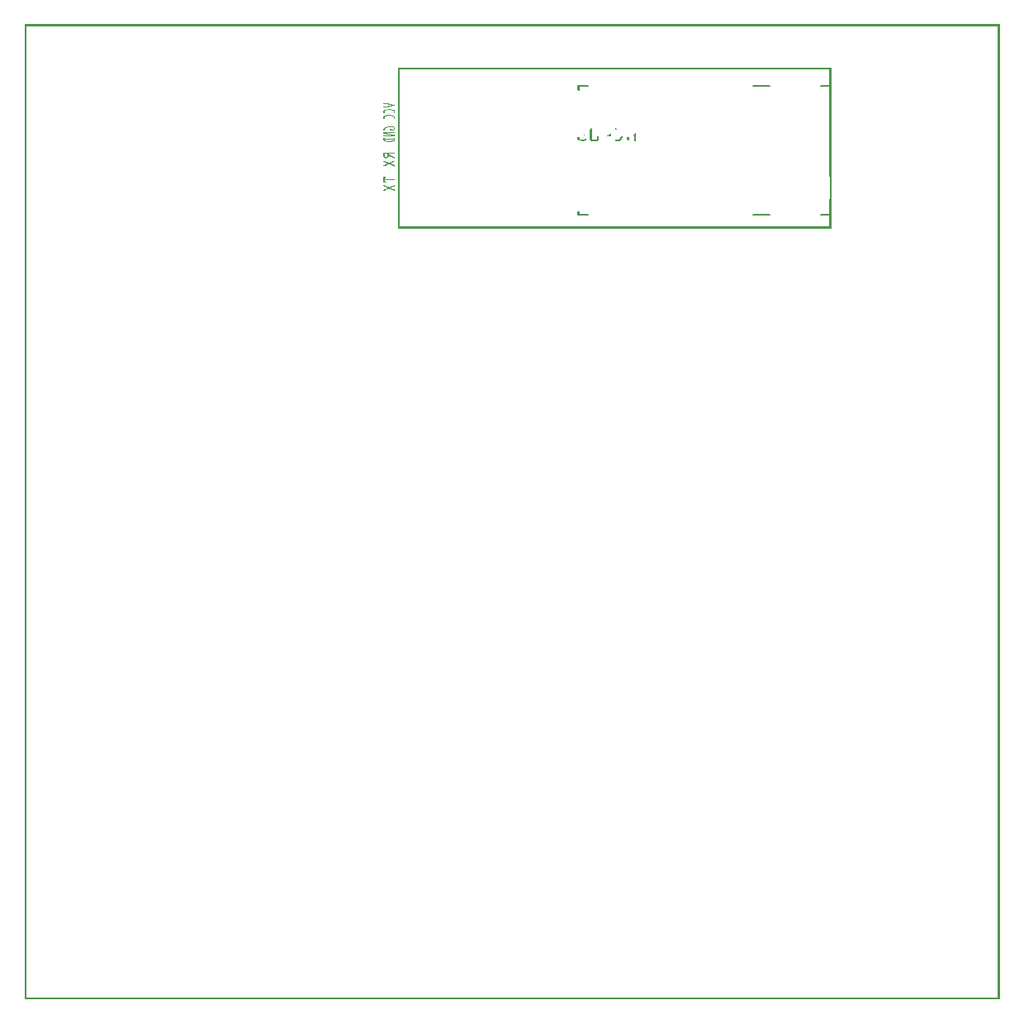
<source format=gbo>
G04 MADE WITH FRITZING*
G04 WWW.FRITZING.ORG*
G04 DOUBLE SIDED*
G04 HOLES PLATED*
G04 CONTOUR ON CENTER OF CONTOUR VECTOR*
%ASAXBY*%
%FSLAX23Y23*%
%MOIN*%
%OFA0B0*%
%SFA1.0B1.0*%
%ADD10C,0.008000*%
%ADD11R,0.001000X0.001000*%
%LNSILK0*%
G90*
G70*
G54D10*
X2941Y3688D02*
X3008Y3688D01*
D02*
X2941Y3169D02*
X3008Y3169D01*
D02*
X2236Y3688D02*
X2276Y3688D01*
D02*
X2236Y3169D02*
X2276Y3169D01*
D02*
X3252Y3169D02*
X3252Y3208D01*
D02*
X3252Y3169D02*
X3213Y3169D01*
D02*
X3252Y3688D02*
X3252Y3649D01*
D02*
X3252Y3688D02*
X3213Y3688D01*
G54D11*
X0Y3937D02*
X3936Y3937D01*
X0Y3936D02*
X3936Y3936D01*
X0Y3935D02*
X3936Y3935D01*
X0Y3934D02*
X3936Y3934D01*
X0Y3933D02*
X3936Y3933D01*
X0Y3932D02*
X3936Y3932D01*
X0Y3931D02*
X3936Y3931D01*
X0Y3930D02*
X3936Y3930D01*
X0Y3929D02*
X7Y3929D01*
X3929Y3929D02*
X3936Y3929D01*
X0Y3928D02*
X7Y3928D01*
X3929Y3928D02*
X3936Y3928D01*
X0Y3927D02*
X7Y3927D01*
X3929Y3927D02*
X3936Y3927D01*
X0Y3926D02*
X7Y3926D01*
X3929Y3926D02*
X3936Y3926D01*
X0Y3925D02*
X7Y3925D01*
X3929Y3925D02*
X3936Y3925D01*
X0Y3924D02*
X7Y3924D01*
X3929Y3924D02*
X3936Y3924D01*
X0Y3923D02*
X7Y3923D01*
X3929Y3923D02*
X3936Y3923D01*
X0Y3922D02*
X7Y3922D01*
X3929Y3922D02*
X3936Y3922D01*
X0Y3921D02*
X7Y3921D01*
X3929Y3921D02*
X3936Y3921D01*
X0Y3920D02*
X7Y3920D01*
X3929Y3920D02*
X3936Y3920D01*
X0Y3919D02*
X7Y3919D01*
X3929Y3919D02*
X3936Y3919D01*
X0Y3918D02*
X7Y3918D01*
X3929Y3918D02*
X3936Y3918D01*
X0Y3917D02*
X7Y3917D01*
X3929Y3917D02*
X3936Y3917D01*
X0Y3916D02*
X7Y3916D01*
X3929Y3916D02*
X3936Y3916D01*
X0Y3915D02*
X7Y3915D01*
X3929Y3915D02*
X3936Y3915D01*
X0Y3914D02*
X7Y3914D01*
X3929Y3914D02*
X3936Y3914D01*
X0Y3913D02*
X7Y3913D01*
X3929Y3913D02*
X3936Y3913D01*
X0Y3912D02*
X7Y3912D01*
X3929Y3912D02*
X3936Y3912D01*
X0Y3911D02*
X7Y3911D01*
X3929Y3911D02*
X3936Y3911D01*
X0Y3910D02*
X7Y3910D01*
X3929Y3910D02*
X3936Y3910D01*
X0Y3909D02*
X7Y3909D01*
X3929Y3909D02*
X3936Y3909D01*
X0Y3908D02*
X7Y3908D01*
X3929Y3908D02*
X3936Y3908D01*
X0Y3907D02*
X7Y3907D01*
X3929Y3907D02*
X3936Y3907D01*
X0Y3906D02*
X7Y3906D01*
X3929Y3906D02*
X3936Y3906D01*
X0Y3905D02*
X7Y3905D01*
X3929Y3905D02*
X3936Y3905D01*
X0Y3904D02*
X7Y3904D01*
X3929Y3904D02*
X3936Y3904D01*
X0Y3903D02*
X7Y3903D01*
X3929Y3903D02*
X3936Y3903D01*
X0Y3902D02*
X7Y3902D01*
X3929Y3902D02*
X3936Y3902D01*
X0Y3901D02*
X7Y3901D01*
X3929Y3901D02*
X3936Y3901D01*
X0Y3900D02*
X7Y3900D01*
X3929Y3900D02*
X3936Y3900D01*
X0Y3899D02*
X7Y3899D01*
X3929Y3899D02*
X3936Y3899D01*
X0Y3898D02*
X7Y3898D01*
X3929Y3898D02*
X3936Y3898D01*
X0Y3897D02*
X7Y3897D01*
X3929Y3897D02*
X3936Y3897D01*
X0Y3896D02*
X7Y3896D01*
X3929Y3896D02*
X3936Y3896D01*
X0Y3895D02*
X7Y3895D01*
X3929Y3895D02*
X3936Y3895D01*
X0Y3894D02*
X7Y3894D01*
X3929Y3894D02*
X3936Y3894D01*
X0Y3893D02*
X7Y3893D01*
X3929Y3893D02*
X3936Y3893D01*
X0Y3892D02*
X7Y3892D01*
X3929Y3892D02*
X3936Y3892D01*
X0Y3891D02*
X7Y3891D01*
X3929Y3891D02*
X3936Y3891D01*
X0Y3890D02*
X7Y3890D01*
X3929Y3890D02*
X3936Y3890D01*
X0Y3889D02*
X7Y3889D01*
X3929Y3889D02*
X3936Y3889D01*
X0Y3888D02*
X7Y3888D01*
X3929Y3888D02*
X3936Y3888D01*
X0Y3887D02*
X7Y3887D01*
X3929Y3887D02*
X3936Y3887D01*
X0Y3886D02*
X7Y3886D01*
X3929Y3886D02*
X3936Y3886D01*
X0Y3885D02*
X7Y3885D01*
X3929Y3885D02*
X3936Y3885D01*
X0Y3884D02*
X7Y3884D01*
X3929Y3884D02*
X3936Y3884D01*
X0Y3883D02*
X7Y3883D01*
X3929Y3883D02*
X3936Y3883D01*
X0Y3882D02*
X7Y3882D01*
X3929Y3882D02*
X3936Y3882D01*
X0Y3881D02*
X7Y3881D01*
X3929Y3881D02*
X3936Y3881D01*
X0Y3880D02*
X7Y3880D01*
X3929Y3880D02*
X3936Y3880D01*
X0Y3879D02*
X7Y3879D01*
X3929Y3879D02*
X3936Y3879D01*
X0Y3878D02*
X7Y3878D01*
X3929Y3878D02*
X3936Y3878D01*
X0Y3877D02*
X7Y3877D01*
X3929Y3877D02*
X3936Y3877D01*
X0Y3876D02*
X7Y3876D01*
X3929Y3876D02*
X3936Y3876D01*
X0Y3875D02*
X7Y3875D01*
X3929Y3875D02*
X3936Y3875D01*
X0Y3874D02*
X7Y3874D01*
X3929Y3874D02*
X3936Y3874D01*
X0Y3873D02*
X7Y3873D01*
X3929Y3873D02*
X3936Y3873D01*
X0Y3872D02*
X7Y3872D01*
X3929Y3872D02*
X3936Y3872D01*
X0Y3871D02*
X7Y3871D01*
X3929Y3871D02*
X3936Y3871D01*
X0Y3870D02*
X7Y3870D01*
X3929Y3870D02*
X3936Y3870D01*
X0Y3869D02*
X7Y3869D01*
X3929Y3869D02*
X3936Y3869D01*
X0Y3868D02*
X7Y3868D01*
X3929Y3868D02*
X3936Y3868D01*
X0Y3867D02*
X7Y3867D01*
X3929Y3867D02*
X3936Y3867D01*
X0Y3866D02*
X7Y3866D01*
X3929Y3866D02*
X3936Y3866D01*
X0Y3865D02*
X7Y3865D01*
X3929Y3865D02*
X3936Y3865D01*
X0Y3864D02*
X7Y3864D01*
X3929Y3864D02*
X3936Y3864D01*
X0Y3863D02*
X7Y3863D01*
X3929Y3863D02*
X3936Y3863D01*
X0Y3862D02*
X7Y3862D01*
X3929Y3862D02*
X3936Y3862D01*
X0Y3861D02*
X7Y3861D01*
X3929Y3861D02*
X3936Y3861D01*
X0Y3860D02*
X7Y3860D01*
X3929Y3860D02*
X3936Y3860D01*
X0Y3859D02*
X7Y3859D01*
X3929Y3859D02*
X3936Y3859D01*
X0Y3858D02*
X7Y3858D01*
X3929Y3858D02*
X3936Y3858D01*
X0Y3857D02*
X7Y3857D01*
X3929Y3857D02*
X3936Y3857D01*
X0Y3856D02*
X7Y3856D01*
X3929Y3856D02*
X3936Y3856D01*
X0Y3855D02*
X7Y3855D01*
X3929Y3855D02*
X3936Y3855D01*
X0Y3854D02*
X7Y3854D01*
X3929Y3854D02*
X3936Y3854D01*
X0Y3853D02*
X7Y3853D01*
X3929Y3853D02*
X3936Y3853D01*
X0Y3852D02*
X7Y3852D01*
X3929Y3852D02*
X3936Y3852D01*
X0Y3851D02*
X7Y3851D01*
X3929Y3851D02*
X3936Y3851D01*
X0Y3850D02*
X7Y3850D01*
X3929Y3850D02*
X3936Y3850D01*
X0Y3849D02*
X7Y3849D01*
X3929Y3849D02*
X3936Y3849D01*
X0Y3848D02*
X7Y3848D01*
X3929Y3848D02*
X3936Y3848D01*
X0Y3847D02*
X7Y3847D01*
X3929Y3847D02*
X3936Y3847D01*
X0Y3846D02*
X7Y3846D01*
X3929Y3846D02*
X3936Y3846D01*
X0Y3845D02*
X7Y3845D01*
X3929Y3845D02*
X3936Y3845D01*
X0Y3844D02*
X7Y3844D01*
X3929Y3844D02*
X3936Y3844D01*
X0Y3843D02*
X7Y3843D01*
X3929Y3843D02*
X3936Y3843D01*
X0Y3842D02*
X7Y3842D01*
X3929Y3842D02*
X3936Y3842D01*
X0Y3841D02*
X7Y3841D01*
X3929Y3841D02*
X3936Y3841D01*
X0Y3840D02*
X7Y3840D01*
X3929Y3840D02*
X3936Y3840D01*
X0Y3839D02*
X7Y3839D01*
X3929Y3839D02*
X3936Y3839D01*
X0Y3838D02*
X7Y3838D01*
X3929Y3838D02*
X3936Y3838D01*
X0Y3837D02*
X7Y3837D01*
X3929Y3837D02*
X3936Y3837D01*
X0Y3836D02*
X7Y3836D01*
X3929Y3836D02*
X3936Y3836D01*
X0Y3835D02*
X7Y3835D01*
X3929Y3835D02*
X3936Y3835D01*
X0Y3834D02*
X7Y3834D01*
X3929Y3834D02*
X3936Y3834D01*
X0Y3833D02*
X7Y3833D01*
X3929Y3833D02*
X3936Y3833D01*
X0Y3832D02*
X7Y3832D01*
X3929Y3832D02*
X3936Y3832D01*
X0Y3831D02*
X7Y3831D01*
X3929Y3831D02*
X3936Y3831D01*
X0Y3830D02*
X7Y3830D01*
X3929Y3830D02*
X3936Y3830D01*
X0Y3829D02*
X7Y3829D01*
X3929Y3829D02*
X3936Y3829D01*
X0Y3828D02*
X7Y3828D01*
X3929Y3828D02*
X3936Y3828D01*
X0Y3827D02*
X7Y3827D01*
X3929Y3827D02*
X3936Y3827D01*
X0Y3826D02*
X7Y3826D01*
X3929Y3826D02*
X3936Y3826D01*
X0Y3825D02*
X7Y3825D01*
X3929Y3825D02*
X3936Y3825D01*
X0Y3824D02*
X7Y3824D01*
X3929Y3824D02*
X3936Y3824D01*
X0Y3823D02*
X7Y3823D01*
X3929Y3823D02*
X3936Y3823D01*
X0Y3822D02*
X7Y3822D01*
X3929Y3822D02*
X3936Y3822D01*
X0Y3821D02*
X7Y3821D01*
X3929Y3821D02*
X3936Y3821D01*
X0Y3820D02*
X7Y3820D01*
X3929Y3820D02*
X3936Y3820D01*
X0Y3819D02*
X7Y3819D01*
X3929Y3819D02*
X3936Y3819D01*
X0Y3818D02*
X7Y3818D01*
X3929Y3818D02*
X3936Y3818D01*
X0Y3817D02*
X7Y3817D01*
X3929Y3817D02*
X3936Y3817D01*
X0Y3816D02*
X7Y3816D01*
X3929Y3816D02*
X3936Y3816D01*
X0Y3815D02*
X7Y3815D01*
X3929Y3815D02*
X3936Y3815D01*
X0Y3814D02*
X7Y3814D01*
X3929Y3814D02*
X3936Y3814D01*
X0Y3813D02*
X7Y3813D01*
X3929Y3813D02*
X3936Y3813D01*
X0Y3812D02*
X7Y3812D01*
X3929Y3812D02*
X3936Y3812D01*
X0Y3811D02*
X7Y3811D01*
X3929Y3811D02*
X3936Y3811D01*
X0Y3810D02*
X7Y3810D01*
X3929Y3810D02*
X3936Y3810D01*
X0Y3809D02*
X7Y3809D01*
X3929Y3809D02*
X3936Y3809D01*
X0Y3808D02*
X7Y3808D01*
X3929Y3808D02*
X3936Y3808D01*
X0Y3807D02*
X7Y3807D01*
X3929Y3807D02*
X3936Y3807D01*
X0Y3806D02*
X7Y3806D01*
X3929Y3806D02*
X3936Y3806D01*
X0Y3805D02*
X7Y3805D01*
X3929Y3805D02*
X3936Y3805D01*
X0Y3804D02*
X7Y3804D01*
X3929Y3804D02*
X3936Y3804D01*
X0Y3803D02*
X7Y3803D01*
X3929Y3803D02*
X3936Y3803D01*
X0Y3802D02*
X7Y3802D01*
X3929Y3802D02*
X3936Y3802D01*
X0Y3801D02*
X7Y3801D01*
X3929Y3801D02*
X3936Y3801D01*
X0Y3800D02*
X7Y3800D01*
X3929Y3800D02*
X3936Y3800D01*
X0Y3799D02*
X7Y3799D01*
X3929Y3799D02*
X3936Y3799D01*
X0Y3798D02*
X7Y3798D01*
X3929Y3798D02*
X3936Y3798D01*
X0Y3797D02*
X7Y3797D01*
X3929Y3797D02*
X3936Y3797D01*
X0Y3796D02*
X7Y3796D01*
X3929Y3796D02*
X3936Y3796D01*
X0Y3795D02*
X7Y3795D01*
X3929Y3795D02*
X3936Y3795D01*
X0Y3794D02*
X7Y3794D01*
X3929Y3794D02*
X3936Y3794D01*
X0Y3793D02*
X7Y3793D01*
X3929Y3793D02*
X3936Y3793D01*
X0Y3792D02*
X7Y3792D01*
X3929Y3792D02*
X3936Y3792D01*
X0Y3791D02*
X7Y3791D01*
X3929Y3791D02*
X3936Y3791D01*
X0Y3790D02*
X7Y3790D01*
X3929Y3790D02*
X3936Y3790D01*
X0Y3789D02*
X7Y3789D01*
X3929Y3789D02*
X3936Y3789D01*
X0Y3788D02*
X7Y3788D01*
X3929Y3788D02*
X3936Y3788D01*
X0Y3787D02*
X7Y3787D01*
X3929Y3787D02*
X3936Y3787D01*
X0Y3786D02*
X7Y3786D01*
X3929Y3786D02*
X3936Y3786D01*
X0Y3785D02*
X7Y3785D01*
X3929Y3785D02*
X3936Y3785D01*
X0Y3784D02*
X7Y3784D01*
X3929Y3784D02*
X3936Y3784D01*
X0Y3783D02*
X7Y3783D01*
X3929Y3783D02*
X3936Y3783D01*
X0Y3782D02*
X7Y3782D01*
X3929Y3782D02*
X3936Y3782D01*
X0Y3781D02*
X7Y3781D01*
X3929Y3781D02*
X3936Y3781D01*
X0Y3780D02*
X7Y3780D01*
X3929Y3780D02*
X3936Y3780D01*
X0Y3779D02*
X7Y3779D01*
X3929Y3779D02*
X3936Y3779D01*
X0Y3778D02*
X7Y3778D01*
X3929Y3778D02*
X3936Y3778D01*
X0Y3777D02*
X7Y3777D01*
X3929Y3777D02*
X3936Y3777D01*
X0Y3776D02*
X7Y3776D01*
X3929Y3776D02*
X3936Y3776D01*
X0Y3775D02*
X7Y3775D01*
X3929Y3775D02*
X3936Y3775D01*
X0Y3774D02*
X7Y3774D01*
X3929Y3774D02*
X3936Y3774D01*
X0Y3773D02*
X7Y3773D01*
X3929Y3773D02*
X3936Y3773D01*
X0Y3772D02*
X7Y3772D01*
X3929Y3772D02*
X3936Y3772D01*
X0Y3771D02*
X7Y3771D01*
X3929Y3771D02*
X3936Y3771D01*
X0Y3770D02*
X7Y3770D01*
X3929Y3770D02*
X3936Y3770D01*
X0Y3769D02*
X7Y3769D01*
X3929Y3769D02*
X3936Y3769D01*
X0Y3768D02*
X7Y3768D01*
X3929Y3768D02*
X3936Y3768D01*
X0Y3767D02*
X7Y3767D01*
X3929Y3767D02*
X3936Y3767D01*
X0Y3766D02*
X7Y3766D01*
X3929Y3766D02*
X3936Y3766D01*
X0Y3765D02*
X7Y3765D01*
X3929Y3765D02*
X3936Y3765D01*
X0Y3764D02*
X7Y3764D01*
X3929Y3764D02*
X3936Y3764D01*
X0Y3763D02*
X7Y3763D01*
X1507Y3763D02*
X3256Y3763D01*
X3929Y3763D02*
X3936Y3763D01*
X0Y3762D02*
X7Y3762D01*
X1507Y3762D02*
X3256Y3762D01*
X3929Y3762D02*
X3936Y3762D01*
X0Y3761D02*
X7Y3761D01*
X1507Y3761D02*
X3256Y3761D01*
X3929Y3761D02*
X3936Y3761D01*
X0Y3760D02*
X7Y3760D01*
X1507Y3760D02*
X3256Y3760D01*
X3929Y3760D02*
X3936Y3760D01*
X0Y3759D02*
X7Y3759D01*
X1507Y3759D02*
X3256Y3759D01*
X3929Y3759D02*
X3936Y3759D01*
X0Y3758D02*
X7Y3758D01*
X1507Y3758D02*
X3256Y3758D01*
X3929Y3758D02*
X3936Y3758D01*
X0Y3757D02*
X7Y3757D01*
X1507Y3757D02*
X3256Y3757D01*
X3929Y3757D02*
X3936Y3757D01*
X0Y3756D02*
X7Y3756D01*
X1507Y3756D02*
X3256Y3756D01*
X3929Y3756D02*
X3936Y3756D01*
X0Y3755D02*
X7Y3755D01*
X1507Y3755D02*
X1514Y3755D01*
X3249Y3755D02*
X3256Y3755D01*
X3929Y3755D02*
X3936Y3755D01*
X0Y3754D02*
X7Y3754D01*
X1507Y3754D02*
X1514Y3754D01*
X3249Y3754D02*
X3256Y3754D01*
X3929Y3754D02*
X3936Y3754D01*
X0Y3753D02*
X7Y3753D01*
X1507Y3753D02*
X1514Y3753D01*
X3249Y3753D02*
X3256Y3753D01*
X3929Y3753D02*
X3936Y3753D01*
X0Y3752D02*
X7Y3752D01*
X1507Y3752D02*
X1514Y3752D01*
X3249Y3752D02*
X3256Y3752D01*
X3929Y3752D02*
X3936Y3752D01*
X0Y3751D02*
X7Y3751D01*
X1507Y3751D02*
X1514Y3751D01*
X3249Y3751D02*
X3256Y3751D01*
X3929Y3751D02*
X3936Y3751D01*
X0Y3750D02*
X7Y3750D01*
X1507Y3750D02*
X1514Y3750D01*
X3249Y3750D02*
X3256Y3750D01*
X3929Y3750D02*
X3936Y3750D01*
X0Y3749D02*
X7Y3749D01*
X1507Y3749D02*
X1514Y3749D01*
X3249Y3749D02*
X3256Y3749D01*
X3929Y3749D02*
X3936Y3749D01*
X0Y3748D02*
X7Y3748D01*
X1507Y3748D02*
X1514Y3748D01*
X3249Y3748D02*
X3256Y3748D01*
X3929Y3748D02*
X3936Y3748D01*
X0Y3747D02*
X7Y3747D01*
X1507Y3747D02*
X1514Y3747D01*
X3249Y3747D02*
X3256Y3747D01*
X3929Y3747D02*
X3936Y3747D01*
X0Y3746D02*
X7Y3746D01*
X1507Y3746D02*
X1514Y3746D01*
X3249Y3746D02*
X3256Y3746D01*
X3929Y3746D02*
X3936Y3746D01*
X0Y3745D02*
X7Y3745D01*
X1507Y3745D02*
X1514Y3745D01*
X3249Y3745D02*
X3256Y3745D01*
X3929Y3745D02*
X3936Y3745D01*
X0Y3744D02*
X7Y3744D01*
X1507Y3744D02*
X1514Y3744D01*
X3249Y3744D02*
X3256Y3744D01*
X3929Y3744D02*
X3936Y3744D01*
X0Y3743D02*
X7Y3743D01*
X1507Y3743D02*
X1514Y3743D01*
X3249Y3743D02*
X3256Y3743D01*
X3929Y3743D02*
X3936Y3743D01*
X0Y3742D02*
X7Y3742D01*
X1507Y3742D02*
X1514Y3742D01*
X3249Y3742D02*
X3256Y3742D01*
X3929Y3742D02*
X3936Y3742D01*
X0Y3741D02*
X7Y3741D01*
X1507Y3741D02*
X1514Y3741D01*
X3249Y3741D02*
X3256Y3741D01*
X3929Y3741D02*
X3936Y3741D01*
X0Y3740D02*
X7Y3740D01*
X1507Y3740D02*
X1514Y3740D01*
X3249Y3740D02*
X3256Y3740D01*
X3929Y3740D02*
X3936Y3740D01*
X0Y3739D02*
X7Y3739D01*
X1507Y3739D02*
X1514Y3739D01*
X3249Y3739D02*
X3256Y3739D01*
X3929Y3739D02*
X3936Y3739D01*
X0Y3738D02*
X7Y3738D01*
X1507Y3738D02*
X1514Y3738D01*
X3249Y3738D02*
X3256Y3738D01*
X3929Y3738D02*
X3936Y3738D01*
X0Y3737D02*
X7Y3737D01*
X1507Y3737D02*
X1514Y3737D01*
X3249Y3737D02*
X3256Y3737D01*
X3929Y3737D02*
X3936Y3737D01*
X0Y3736D02*
X7Y3736D01*
X1507Y3736D02*
X1514Y3736D01*
X3249Y3736D02*
X3256Y3736D01*
X3929Y3736D02*
X3936Y3736D01*
X0Y3735D02*
X7Y3735D01*
X1507Y3735D02*
X1514Y3735D01*
X3249Y3735D02*
X3256Y3735D01*
X3929Y3735D02*
X3936Y3735D01*
X0Y3734D02*
X7Y3734D01*
X1507Y3734D02*
X1514Y3734D01*
X3249Y3734D02*
X3256Y3734D01*
X3929Y3734D02*
X3936Y3734D01*
X0Y3733D02*
X7Y3733D01*
X1507Y3733D02*
X1514Y3733D01*
X3249Y3733D02*
X3256Y3733D01*
X3929Y3733D02*
X3936Y3733D01*
X0Y3732D02*
X7Y3732D01*
X1507Y3732D02*
X1514Y3732D01*
X3249Y3732D02*
X3256Y3732D01*
X3929Y3732D02*
X3936Y3732D01*
X0Y3731D02*
X7Y3731D01*
X1507Y3731D02*
X1514Y3731D01*
X3249Y3731D02*
X3256Y3731D01*
X3929Y3731D02*
X3936Y3731D01*
X0Y3730D02*
X7Y3730D01*
X1507Y3730D02*
X1514Y3730D01*
X3249Y3730D02*
X3256Y3730D01*
X3929Y3730D02*
X3936Y3730D01*
X0Y3729D02*
X7Y3729D01*
X1507Y3729D02*
X1514Y3729D01*
X3249Y3729D02*
X3256Y3729D01*
X3929Y3729D02*
X3936Y3729D01*
X0Y3728D02*
X7Y3728D01*
X1507Y3728D02*
X1514Y3728D01*
X3249Y3728D02*
X3256Y3728D01*
X3929Y3728D02*
X3936Y3728D01*
X0Y3727D02*
X7Y3727D01*
X1507Y3727D02*
X1514Y3727D01*
X3249Y3727D02*
X3256Y3727D01*
X3929Y3727D02*
X3936Y3727D01*
X0Y3726D02*
X7Y3726D01*
X1507Y3726D02*
X1514Y3726D01*
X3249Y3726D02*
X3256Y3726D01*
X3929Y3726D02*
X3936Y3726D01*
X0Y3725D02*
X7Y3725D01*
X1507Y3725D02*
X1514Y3725D01*
X3249Y3725D02*
X3256Y3725D01*
X3929Y3725D02*
X3936Y3725D01*
X0Y3724D02*
X7Y3724D01*
X1507Y3724D02*
X1514Y3724D01*
X3249Y3724D02*
X3256Y3724D01*
X3929Y3724D02*
X3936Y3724D01*
X0Y3723D02*
X7Y3723D01*
X1507Y3723D02*
X1514Y3723D01*
X3249Y3723D02*
X3256Y3723D01*
X3929Y3723D02*
X3936Y3723D01*
X0Y3722D02*
X7Y3722D01*
X1507Y3722D02*
X1514Y3722D01*
X3249Y3722D02*
X3256Y3722D01*
X3929Y3722D02*
X3936Y3722D01*
X0Y3721D02*
X7Y3721D01*
X1507Y3721D02*
X1514Y3721D01*
X3249Y3721D02*
X3256Y3721D01*
X3929Y3721D02*
X3936Y3721D01*
X0Y3720D02*
X7Y3720D01*
X1507Y3720D02*
X1514Y3720D01*
X3249Y3720D02*
X3256Y3720D01*
X3929Y3720D02*
X3936Y3720D01*
X0Y3719D02*
X7Y3719D01*
X1507Y3719D02*
X1514Y3719D01*
X3249Y3719D02*
X3256Y3719D01*
X3929Y3719D02*
X3936Y3719D01*
X0Y3718D02*
X7Y3718D01*
X1507Y3718D02*
X1514Y3718D01*
X3249Y3718D02*
X3256Y3718D01*
X3929Y3718D02*
X3936Y3718D01*
X0Y3717D02*
X7Y3717D01*
X1507Y3717D02*
X1514Y3717D01*
X3249Y3717D02*
X3256Y3717D01*
X3929Y3717D02*
X3936Y3717D01*
X0Y3716D02*
X7Y3716D01*
X1507Y3716D02*
X1514Y3716D01*
X3249Y3716D02*
X3256Y3716D01*
X3929Y3716D02*
X3936Y3716D01*
X0Y3715D02*
X7Y3715D01*
X1507Y3715D02*
X1514Y3715D01*
X3249Y3715D02*
X3256Y3715D01*
X3929Y3715D02*
X3936Y3715D01*
X0Y3714D02*
X7Y3714D01*
X1507Y3714D02*
X1514Y3714D01*
X3249Y3714D02*
X3256Y3714D01*
X3929Y3714D02*
X3936Y3714D01*
X0Y3713D02*
X7Y3713D01*
X1507Y3713D02*
X1514Y3713D01*
X3249Y3713D02*
X3256Y3713D01*
X3929Y3713D02*
X3936Y3713D01*
X0Y3712D02*
X7Y3712D01*
X1507Y3712D02*
X1514Y3712D01*
X3249Y3712D02*
X3256Y3712D01*
X3929Y3712D02*
X3936Y3712D01*
X0Y3711D02*
X7Y3711D01*
X1507Y3711D02*
X1514Y3711D01*
X3249Y3711D02*
X3256Y3711D01*
X3929Y3711D02*
X3936Y3711D01*
X0Y3710D02*
X7Y3710D01*
X1507Y3710D02*
X1514Y3710D01*
X3249Y3710D02*
X3256Y3710D01*
X3929Y3710D02*
X3936Y3710D01*
X0Y3709D02*
X7Y3709D01*
X1507Y3709D02*
X1514Y3709D01*
X3249Y3709D02*
X3256Y3709D01*
X3929Y3709D02*
X3936Y3709D01*
X0Y3708D02*
X7Y3708D01*
X1507Y3708D02*
X1514Y3708D01*
X3249Y3708D02*
X3256Y3708D01*
X3929Y3708D02*
X3936Y3708D01*
X0Y3707D02*
X7Y3707D01*
X1507Y3707D02*
X1514Y3707D01*
X3249Y3707D02*
X3256Y3707D01*
X3929Y3707D02*
X3936Y3707D01*
X0Y3706D02*
X7Y3706D01*
X1507Y3706D02*
X1514Y3706D01*
X3249Y3706D02*
X3256Y3706D01*
X3929Y3706D02*
X3936Y3706D01*
X0Y3705D02*
X7Y3705D01*
X1507Y3705D02*
X1514Y3705D01*
X3249Y3705D02*
X3256Y3705D01*
X3929Y3705D02*
X3936Y3705D01*
X0Y3704D02*
X7Y3704D01*
X1507Y3704D02*
X1514Y3704D01*
X3249Y3704D02*
X3256Y3704D01*
X3929Y3704D02*
X3936Y3704D01*
X0Y3703D02*
X7Y3703D01*
X1507Y3703D02*
X1514Y3703D01*
X3249Y3703D02*
X3256Y3703D01*
X3929Y3703D02*
X3936Y3703D01*
X0Y3702D02*
X7Y3702D01*
X1507Y3702D02*
X1514Y3702D01*
X3249Y3702D02*
X3256Y3702D01*
X3929Y3702D02*
X3936Y3702D01*
X0Y3701D02*
X7Y3701D01*
X1507Y3701D02*
X1514Y3701D01*
X3249Y3701D02*
X3256Y3701D01*
X3929Y3701D02*
X3936Y3701D01*
X0Y3700D02*
X7Y3700D01*
X1507Y3700D02*
X1514Y3700D01*
X3249Y3700D02*
X3256Y3700D01*
X3929Y3700D02*
X3936Y3700D01*
X0Y3699D02*
X7Y3699D01*
X1507Y3699D02*
X1514Y3699D01*
X3249Y3699D02*
X3256Y3699D01*
X3929Y3699D02*
X3936Y3699D01*
X0Y3698D02*
X7Y3698D01*
X1507Y3698D02*
X1514Y3698D01*
X3249Y3698D02*
X3256Y3698D01*
X3929Y3698D02*
X3936Y3698D01*
X0Y3697D02*
X7Y3697D01*
X1507Y3697D02*
X1514Y3697D01*
X3249Y3697D02*
X3256Y3697D01*
X3929Y3697D02*
X3936Y3697D01*
X0Y3696D02*
X7Y3696D01*
X1507Y3696D02*
X1514Y3696D01*
X3249Y3696D02*
X3256Y3696D01*
X3929Y3696D02*
X3936Y3696D01*
X0Y3695D02*
X7Y3695D01*
X1507Y3695D02*
X1514Y3695D01*
X3249Y3695D02*
X3256Y3695D01*
X3929Y3695D02*
X3936Y3695D01*
X0Y3694D02*
X7Y3694D01*
X1507Y3694D02*
X1514Y3694D01*
X3249Y3694D02*
X3256Y3694D01*
X3929Y3694D02*
X3936Y3694D01*
X0Y3693D02*
X7Y3693D01*
X1507Y3693D02*
X1514Y3693D01*
X3249Y3693D02*
X3256Y3693D01*
X3929Y3693D02*
X3936Y3693D01*
X0Y3692D02*
X7Y3692D01*
X1507Y3692D02*
X1514Y3692D01*
X2234Y3692D02*
X2238Y3692D01*
X3249Y3692D02*
X3256Y3692D01*
X3929Y3692D02*
X3936Y3692D01*
X0Y3691D02*
X7Y3691D01*
X1507Y3691D02*
X1514Y3691D01*
X2233Y3691D02*
X2239Y3691D01*
X3249Y3691D02*
X3256Y3691D01*
X3929Y3691D02*
X3936Y3691D01*
X0Y3690D02*
X7Y3690D01*
X1507Y3690D02*
X1514Y3690D01*
X2232Y3690D02*
X2239Y3690D01*
X3249Y3690D02*
X3256Y3690D01*
X3929Y3690D02*
X3936Y3690D01*
X0Y3689D02*
X7Y3689D01*
X1507Y3689D02*
X1514Y3689D01*
X2232Y3689D02*
X2239Y3689D01*
X3249Y3689D02*
X3256Y3689D01*
X3929Y3689D02*
X3936Y3689D01*
X0Y3688D02*
X7Y3688D01*
X1507Y3688D02*
X1514Y3688D01*
X2232Y3688D02*
X2239Y3688D01*
X3249Y3688D02*
X3256Y3688D01*
X3929Y3688D02*
X3936Y3688D01*
X0Y3687D02*
X7Y3687D01*
X1507Y3687D02*
X1514Y3687D01*
X2232Y3687D02*
X2239Y3687D01*
X3249Y3687D02*
X3256Y3687D01*
X3929Y3687D02*
X3936Y3687D01*
X0Y3686D02*
X7Y3686D01*
X1507Y3686D02*
X1514Y3686D01*
X2232Y3686D02*
X2239Y3686D01*
X3249Y3686D02*
X3256Y3686D01*
X3929Y3686D02*
X3936Y3686D01*
X0Y3685D02*
X7Y3685D01*
X1507Y3685D02*
X1514Y3685D01*
X2232Y3685D02*
X2239Y3685D01*
X3249Y3685D02*
X3256Y3685D01*
X3929Y3685D02*
X3936Y3685D01*
X0Y3684D02*
X7Y3684D01*
X1507Y3684D02*
X1514Y3684D01*
X2232Y3684D02*
X2239Y3684D01*
X3249Y3684D02*
X3256Y3684D01*
X3929Y3684D02*
X3936Y3684D01*
X0Y3683D02*
X7Y3683D01*
X1507Y3683D02*
X1514Y3683D01*
X2232Y3683D02*
X2239Y3683D01*
X3249Y3683D02*
X3256Y3683D01*
X3929Y3683D02*
X3936Y3683D01*
X0Y3682D02*
X7Y3682D01*
X1507Y3682D02*
X1514Y3682D01*
X2232Y3682D02*
X2239Y3682D01*
X3249Y3682D02*
X3256Y3682D01*
X3929Y3682D02*
X3936Y3682D01*
X0Y3681D02*
X7Y3681D01*
X1507Y3681D02*
X1514Y3681D01*
X2232Y3681D02*
X2239Y3681D01*
X3249Y3681D02*
X3256Y3681D01*
X3929Y3681D02*
X3936Y3681D01*
X0Y3680D02*
X7Y3680D01*
X1507Y3680D02*
X1514Y3680D01*
X2232Y3680D02*
X2239Y3680D01*
X3249Y3680D02*
X3256Y3680D01*
X3929Y3680D02*
X3936Y3680D01*
X0Y3679D02*
X7Y3679D01*
X1507Y3679D02*
X1514Y3679D01*
X2232Y3679D02*
X2239Y3679D01*
X3249Y3679D02*
X3256Y3679D01*
X3929Y3679D02*
X3936Y3679D01*
X0Y3678D02*
X7Y3678D01*
X1507Y3678D02*
X1514Y3678D01*
X2232Y3678D02*
X2239Y3678D01*
X3249Y3678D02*
X3256Y3678D01*
X3929Y3678D02*
X3936Y3678D01*
X0Y3677D02*
X7Y3677D01*
X1507Y3677D02*
X1514Y3677D01*
X2232Y3677D02*
X2239Y3677D01*
X3249Y3677D02*
X3256Y3677D01*
X3929Y3677D02*
X3936Y3677D01*
X0Y3676D02*
X7Y3676D01*
X1507Y3676D02*
X1514Y3676D01*
X2232Y3676D02*
X2239Y3676D01*
X3249Y3676D02*
X3256Y3676D01*
X3929Y3676D02*
X3936Y3676D01*
X0Y3675D02*
X7Y3675D01*
X1507Y3675D02*
X1514Y3675D01*
X2232Y3675D02*
X2239Y3675D01*
X3249Y3675D02*
X3256Y3675D01*
X3929Y3675D02*
X3936Y3675D01*
X0Y3674D02*
X7Y3674D01*
X1507Y3674D02*
X1514Y3674D01*
X2232Y3674D02*
X2239Y3674D01*
X3249Y3674D02*
X3256Y3674D01*
X3929Y3674D02*
X3936Y3674D01*
X0Y3673D02*
X7Y3673D01*
X1507Y3673D02*
X1514Y3673D01*
X2232Y3673D02*
X2239Y3673D01*
X3249Y3673D02*
X3256Y3673D01*
X3929Y3673D02*
X3936Y3673D01*
X0Y3672D02*
X7Y3672D01*
X1507Y3672D02*
X1514Y3672D01*
X2232Y3672D02*
X2239Y3672D01*
X3249Y3672D02*
X3256Y3672D01*
X3929Y3672D02*
X3936Y3672D01*
X0Y3671D02*
X7Y3671D01*
X1507Y3671D02*
X1514Y3671D01*
X2232Y3671D02*
X2239Y3671D01*
X3249Y3671D02*
X3256Y3671D01*
X3929Y3671D02*
X3936Y3671D01*
X0Y3670D02*
X7Y3670D01*
X1507Y3670D02*
X1514Y3670D01*
X2234Y3670D02*
X2239Y3670D01*
X3249Y3670D02*
X3256Y3670D01*
X3929Y3670D02*
X3936Y3670D01*
X0Y3669D02*
X7Y3669D01*
X1507Y3669D02*
X1514Y3669D01*
X3249Y3669D02*
X3256Y3669D01*
X3929Y3669D02*
X3936Y3669D01*
X0Y3668D02*
X7Y3668D01*
X1507Y3668D02*
X1514Y3668D01*
X3249Y3668D02*
X3256Y3668D01*
X3929Y3668D02*
X3936Y3668D01*
X0Y3667D02*
X7Y3667D01*
X1507Y3667D02*
X1514Y3667D01*
X3249Y3667D02*
X3256Y3667D01*
X3929Y3667D02*
X3936Y3667D01*
X0Y3666D02*
X7Y3666D01*
X1507Y3666D02*
X1514Y3666D01*
X3249Y3666D02*
X3256Y3666D01*
X3929Y3666D02*
X3936Y3666D01*
X0Y3665D02*
X7Y3665D01*
X1507Y3665D02*
X1514Y3665D01*
X3249Y3665D02*
X3256Y3665D01*
X3929Y3665D02*
X3936Y3665D01*
X0Y3664D02*
X7Y3664D01*
X1507Y3664D02*
X1514Y3664D01*
X3249Y3664D02*
X3256Y3664D01*
X3929Y3664D02*
X3936Y3664D01*
X0Y3663D02*
X7Y3663D01*
X1507Y3663D02*
X1514Y3663D01*
X3249Y3663D02*
X3256Y3663D01*
X3929Y3663D02*
X3936Y3663D01*
X0Y3662D02*
X7Y3662D01*
X1507Y3662D02*
X1514Y3662D01*
X3249Y3662D02*
X3256Y3662D01*
X3929Y3662D02*
X3936Y3662D01*
X0Y3661D02*
X7Y3661D01*
X1507Y3661D02*
X1514Y3661D01*
X3249Y3661D02*
X3256Y3661D01*
X3929Y3661D02*
X3936Y3661D01*
X0Y3660D02*
X7Y3660D01*
X1507Y3660D02*
X1514Y3660D01*
X3249Y3660D02*
X3256Y3660D01*
X3929Y3660D02*
X3936Y3660D01*
X0Y3659D02*
X7Y3659D01*
X1507Y3659D02*
X1514Y3659D01*
X3249Y3659D02*
X3256Y3659D01*
X3929Y3659D02*
X3936Y3659D01*
X0Y3658D02*
X7Y3658D01*
X1507Y3658D02*
X1514Y3658D01*
X3249Y3658D02*
X3256Y3658D01*
X3929Y3658D02*
X3936Y3658D01*
X0Y3657D02*
X7Y3657D01*
X1507Y3657D02*
X1514Y3657D01*
X3249Y3657D02*
X3256Y3657D01*
X3929Y3657D02*
X3936Y3657D01*
X0Y3656D02*
X7Y3656D01*
X1507Y3656D02*
X1514Y3656D01*
X3249Y3656D02*
X3256Y3656D01*
X3929Y3656D02*
X3936Y3656D01*
X0Y3655D02*
X7Y3655D01*
X1507Y3655D02*
X1514Y3655D01*
X3249Y3655D02*
X3256Y3655D01*
X3929Y3655D02*
X3936Y3655D01*
X0Y3654D02*
X7Y3654D01*
X1507Y3654D02*
X1514Y3654D01*
X3249Y3654D02*
X3256Y3654D01*
X3929Y3654D02*
X3936Y3654D01*
X0Y3653D02*
X7Y3653D01*
X1507Y3653D02*
X1514Y3653D01*
X3249Y3653D02*
X3256Y3653D01*
X3929Y3653D02*
X3936Y3653D01*
X0Y3652D02*
X7Y3652D01*
X1507Y3652D02*
X1514Y3652D01*
X3249Y3652D02*
X3256Y3652D01*
X3929Y3652D02*
X3936Y3652D01*
X0Y3651D02*
X7Y3651D01*
X1507Y3651D02*
X1514Y3651D01*
X3249Y3651D02*
X3256Y3651D01*
X3929Y3651D02*
X3936Y3651D01*
X0Y3650D02*
X7Y3650D01*
X1507Y3650D02*
X1514Y3650D01*
X3249Y3650D02*
X3256Y3650D01*
X3929Y3650D02*
X3936Y3650D01*
X0Y3649D02*
X7Y3649D01*
X1507Y3649D02*
X1514Y3649D01*
X3249Y3649D02*
X3256Y3649D01*
X3929Y3649D02*
X3936Y3649D01*
X0Y3648D02*
X7Y3648D01*
X1507Y3648D02*
X1514Y3648D01*
X3249Y3648D02*
X3256Y3648D01*
X3929Y3648D02*
X3936Y3648D01*
X0Y3647D02*
X7Y3647D01*
X1507Y3647D02*
X1514Y3647D01*
X3249Y3647D02*
X3256Y3647D01*
X3929Y3647D02*
X3936Y3647D01*
X0Y3646D02*
X7Y3646D01*
X1507Y3646D02*
X1514Y3646D01*
X3249Y3646D02*
X3256Y3646D01*
X3929Y3646D02*
X3936Y3646D01*
X0Y3645D02*
X7Y3645D01*
X1507Y3645D02*
X1514Y3645D01*
X3249Y3645D02*
X3256Y3645D01*
X3929Y3645D02*
X3936Y3645D01*
X0Y3644D02*
X7Y3644D01*
X1507Y3644D02*
X1514Y3644D01*
X3249Y3644D02*
X3256Y3644D01*
X3929Y3644D02*
X3936Y3644D01*
X0Y3643D02*
X7Y3643D01*
X1507Y3643D02*
X1514Y3643D01*
X3249Y3643D02*
X3256Y3643D01*
X3929Y3643D02*
X3936Y3643D01*
X0Y3642D02*
X7Y3642D01*
X1507Y3642D02*
X1514Y3642D01*
X3249Y3642D02*
X3256Y3642D01*
X3929Y3642D02*
X3936Y3642D01*
X0Y3641D02*
X7Y3641D01*
X1507Y3641D02*
X1514Y3641D01*
X3249Y3641D02*
X3256Y3641D01*
X3929Y3641D02*
X3936Y3641D01*
X0Y3640D02*
X7Y3640D01*
X1507Y3640D02*
X1514Y3640D01*
X3249Y3640D02*
X3256Y3640D01*
X3929Y3640D02*
X3936Y3640D01*
X0Y3639D02*
X7Y3639D01*
X1507Y3639D02*
X1514Y3639D01*
X3249Y3639D02*
X3256Y3639D01*
X3929Y3639D02*
X3936Y3639D01*
X0Y3638D02*
X7Y3638D01*
X1507Y3638D02*
X1514Y3638D01*
X3249Y3638D02*
X3256Y3638D01*
X3929Y3638D02*
X3936Y3638D01*
X0Y3637D02*
X7Y3637D01*
X1507Y3637D02*
X1514Y3637D01*
X3249Y3637D02*
X3256Y3637D01*
X3929Y3637D02*
X3936Y3637D01*
X0Y3636D02*
X7Y3636D01*
X1507Y3636D02*
X1514Y3636D01*
X3249Y3636D02*
X3256Y3636D01*
X3929Y3636D02*
X3936Y3636D01*
X0Y3635D02*
X7Y3635D01*
X1507Y3635D02*
X1514Y3635D01*
X3249Y3635D02*
X3256Y3635D01*
X3929Y3635D02*
X3936Y3635D01*
X0Y3634D02*
X7Y3634D01*
X1507Y3634D02*
X1514Y3634D01*
X3249Y3634D02*
X3256Y3634D01*
X3929Y3634D02*
X3936Y3634D01*
X0Y3633D02*
X7Y3633D01*
X1507Y3633D02*
X1514Y3633D01*
X3249Y3633D02*
X3256Y3633D01*
X3929Y3633D02*
X3936Y3633D01*
X0Y3632D02*
X7Y3632D01*
X1507Y3632D02*
X1514Y3632D01*
X3249Y3632D02*
X3256Y3632D01*
X3929Y3632D02*
X3936Y3632D01*
X0Y3631D02*
X7Y3631D01*
X1507Y3631D02*
X1514Y3631D01*
X3249Y3631D02*
X3256Y3631D01*
X3929Y3631D02*
X3936Y3631D01*
X0Y3630D02*
X7Y3630D01*
X1507Y3630D02*
X1514Y3630D01*
X3249Y3630D02*
X3256Y3630D01*
X3929Y3630D02*
X3936Y3630D01*
X0Y3629D02*
X7Y3629D01*
X1507Y3629D02*
X1514Y3629D01*
X3249Y3629D02*
X3256Y3629D01*
X3929Y3629D02*
X3936Y3629D01*
X0Y3628D02*
X7Y3628D01*
X1507Y3628D02*
X1514Y3628D01*
X3249Y3628D02*
X3256Y3628D01*
X3929Y3628D02*
X3936Y3628D01*
X0Y3627D02*
X7Y3627D01*
X1507Y3627D02*
X1514Y3627D01*
X3249Y3627D02*
X3256Y3627D01*
X3929Y3627D02*
X3936Y3627D01*
X0Y3626D02*
X7Y3626D01*
X1507Y3626D02*
X1514Y3626D01*
X3249Y3626D02*
X3256Y3626D01*
X3929Y3626D02*
X3936Y3626D01*
X0Y3625D02*
X7Y3625D01*
X1507Y3625D02*
X1514Y3625D01*
X3249Y3625D02*
X3256Y3625D01*
X3929Y3625D02*
X3936Y3625D01*
X0Y3624D02*
X7Y3624D01*
X1507Y3624D02*
X1514Y3624D01*
X3249Y3624D02*
X3256Y3624D01*
X3929Y3624D02*
X3936Y3624D01*
X0Y3623D02*
X7Y3623D01*
X1507Y3623D02*
X1514Y3623D01*
X3249Y3623D02*
X3256Y3623D01*
X3929Y3623D02*
X3936Y3623D01*
X0Y3622D02*
X7Y3622D01*
X1507Y3622D02*
X1514Y3622D01*
X3249Y3622D02*
X3256Y3622D01*
X3929Y3622D02*
X3936Y3622D01*
X0Y3621D02*
X7Y3621D01*
X1507Y3621D02*
X1514Y3621D01*
X3249Y3621D02*
X3256Y3621D01*
X3929Y3621D02*
X3936Y3621D01*
X0Y3620D02*
X7Y3620D01*
X1507Y3620D02*
X1514Y3620D01*
X3249Y3620D02*
X3256Y3620D01*
X3929Y3620D02*
X3936Y3620D01*
X0Y3619D02*
X7Y3619D01*
X1507Y3619D02*
X1514Y3619D01*
X3249Y3619D02*
X3256Y3619D01*
X3929Y3619D02*
X3936Y3619D01*
X0Y3618D02*
X7Y3618D01*
X1449Y3618D02*
X1465Y3618D01*
X1507Y3618D02*
X1514Y3618D01*
X3249Y3618D02*
X3256Y3618D01*
X3929Y3618D02*
X3936Y3618D01*
X0Y3617D02*
X7Y3617D01*
X1449Y3617D02*
X1470Y3617D01*
X1507Y3617D02*
X1514Y3617D01*
X3249Y3617D02*
X3256Y3617D01*
X3929Y3617D02*
X3936Y3617D01*
X0Y3616D02*
X7Y3616D01*
X1450Y3616D02*
X1475Y3616D01*
X1507Y3616D02*
X1514Y3616D01*
X3249Y3616D02*
X3256Y3616D01*
X3929Y3616D02*
X3936Y3616D01*
X0Y3615D02*
X7Y3615D01*
X1464Y3615D02*
X1480Y3615D01*
X1507Y3615D02*
X1514Y3615D01*
X3249Y3615D02*
X3256Y3615D01*
X3929Y3615D02*
X3936Y3615D01*
X0Y3614D02*
X7Y3614D01*
X1468Y3614D02*
X1485Y3614D01*
X1507Y3614D02*
X1514Y3614D01*
X3249Y3614D02*
X3256Y3614D01*
X3929Y3614D02*
X3936Y3614D01*
X0Y3613D02*
X7Y3613D01*
X1473Y3613D02*
X1489Y3613D01*
X1507Y3613D02*
X1514Y3613D01*
X3249Y3613D02*
X3256Y3613D01*
X3929Y3613D02*
X3936Y3613D01*
X0Y3612D02*
X7Y3612D01*
X1478Y3612D02*
X1494Y3612D01*
X1507Y3612D02*
X1514Y3612D01*
X3249Y3612D02*
X3256Y3612D01*
X3929Y3612D02*
X3936Y3612D01*
X0Y3611D02*
X7Y3611D01*
X1483Y3611D02*
X1495Y3611D01*
X1507Y3611D02*
X1514Y3611D01*
X3249Y3611D02*
X3256Y3611D01*
X3929Y3611D02*
X3936Y3611D01*
X0Y3610D02*
X7Y3610D01*
X1482Y3610D02*
X1495Y3610D01*
X1507Y3610D02*
X1514Y3610D01*
X3249Y3610D02*
X3256Y3610D01*
X3929Y3610D02*
X3936Y3610D01*
X0Y3609D02*
X7Y3609D01*
X1477Y3609D02*
X1493Y3609D01*
X1507Y3609D02*
X1514Y3609D01*
X3249Y3609D02*
X3256Y3609D01*
X3929Y3609D02*
X3936Y3609D01*
X0Y3608D02*
X7Y3608D01*
X1472Y3608D02*
X1488Y3608D01*
X1507Y3608D02*
X1514Y3608D01*
X3249Y3608D02*
X3256Y3608D01*
X3929Y3608D02*
X3936Y3608D01*
X0Y3607D02*
X7Y3607D01*
X1467Y3607D02*
X1483Y3607D01*
X1507Y3607D02*
X1514Y3607D01*
X3249Y3607D02*
X3256Y3607D01*
X3929Y3607D02*
X3936Y3607D01*
X0Y3606D02*
X7Y3606D01*
X1463Y3606D02*
X1478Y3606D01*
X1507Y3606D02*
X1514Y3606D01*
X3249Y3606D02*
X3256Y3606D01*
X3929Y3606D02*
X3936Y3606D01*
X0Y3605D02*
X7Y3605D01*
X1449Y3605D02*
X1474Y3605D01*
X1507Y3605D02*
X1514Y3605D01*
X3249Y3605D02*
X3256Y3605D01*
X3929Y3605D02*
X3936Y3605D01*
X0Y3604D02*
X7Y3604D01*
X1449Y3604D02*
X1469Y3604D01*
X1507Y3604D02*
X1514Y3604D01*
X3249Y3604D02*
X3256Y3604D01*
X3929Y3604D02*
X3936Y3604D01*
X0Y3603D02*
X7Y3603D01*
X1450Y3603D02*
X1464Y3603D01*
X1507Y3603D02*
X1514Y3603D01*
X3249Y3603D02*
X3256Y3603D01*
X3929Y3603D02*
X3936Y3603D01*
X0Y3602D02*
X7Y3602D01*
X1507Y3602D02*
X1514Y3602D01*
X3249Y3602D02*
X3256Y3602D01*
X3929Y3602D02*
X3936Y3602D01*
X0Y3601D02*
X7Y3601D01*
X1507Y3601D02*
X1514Y3601D01*
X3249Y3601D02*
X3256Y3601D01*
X3929Y3601D02*
X3936Y3601D01*
X0Y3600D02*
X7Y3600D01*
X1507Y3600D02*
X1514Y3600D01*
X3249Y3600D02*
X3256Y3600D01*
X3929Y3600D02*
X3936Y3600D01*
X0Y3599D02*
X7Y3599D01*
X1507Y3599D02*
X1514Y3599D01*
X3249Y3599D02*
X3256Y3599D01*
X3929Y3599D02*
X3936Y3599D01*
X0Y3598D02*
X7Y3598D01*
X1507Y3598D02*
X1514Y3598D01*
X3249Y3598D02*
X3256Y3598D01*
X3929Y3598D02*
X3936Y3598D01*
X0Y3597D02*
X7Y3597D01*
X1507Y3597D02*
X1514Y3597D01*
X3249Y3597D02*
X3256Y3597D01*
X3929Y3597D02*
X3936Y3597D01*
X0Y3596D02*
X7Y3596D01*
X1507Y3596D02*
X1514Y3596D01*
X3249Y3596D02*
X3256Y3596D01*
X3929Y3596D02*
X3936Y3596D01*
X0Y3595D02*
X7Y3595D01*
X1469Y3595D02*
X1475Y3595D01*
X1507Y3595D02*
X1514Y3595D01*
X3249Y3595D02*
X3256Y3595D01*
X3929Y3595D02*
X3936Y3595D01*
X0Y3594D02*
X7Y3594D01*
X1464Y3594D02*
X1479Y3594D01*
X1507Y3594D02*
X1514Y3594D01*
X3249Y3594D02*
X3256Y3594D01*
X3929Y3594D02*
X3936Y3594D01*
X0Y3593D02*
X7Y3593D01*
X1461Y3593D02*
X1483Y3593D01*
X1507Y3593D02*
X1514Y3593D01*
X3249Y3593D02*
X3256Y3593D01*
X3929Y3593D02*
X3936Y3593D01*
X0Y3592D02*
X7Y3592D01*
X1457Y3592D02*
X1487Y3592D01*
X1507Y3592D02*
X1514Y3592D01*
X3249Y3592D02*
X3256Y3592D01*
X3929Y3592D02*
X3936Y3592D01*
X0Y3591D02*
X7Y3591D01*
X1453Y3591D02*
X1466Y3591D01*
X1478Y3591D02*
X1490Y3591D01*
X1507Y3591D02*
X1514Y3591D01*
X3249Y3591D02*
X3256Y3591D01*
X3929Y3591D02*
X3936Y3591D01*
X0Y3590D02*
X7Y3590D01*
X1451Y3590D02*
X1462Y3590D01*
X1482Y3590D02*
X1493Y3590D01*
X1507Y3590D02*
X1514Y3590D01*
X3249Y3590D02*
X3256Y3590D01*
X3929Y3590D02*
X3936Y3590D01*
X0Y3589D02*
X7Y3589D01*
X1450Y3589D02*
X1459Y3589D01*
X1485Y3589D02*
X1494Y3589D01*
X1507Y3589D02*
X1514Y3589D01*
X3249Y3589D02*
X3256Y3589D01*
X3929Y3589D02*
X3936Y3589D01*
X0Y3588D02*
X7Y3588D01*
X1449Y3588D02*
X1455Y3588D01*
X1489Y3588D02*
X1495Y3588D01*
X1507Y3588D02*
X1514Y3588D01*
X3249Y3588D02*
X3256Y3588D01*
X3929Y3588D02*
X3936Y3588D01*
X0Y3587D02*
X7Y3587D01*
X1449Y3587D02*
X1454Y3587D01*
X1490Y3587D02*
X1495Y3587D01*
X1507Y3587D02*
X1514Y3587D01*
X3249Y3587D02*
X3256Y3587D01*
X3929Y3587D02*
X3936Y3587D01*
X0Y3586D02*
X7Y3586D01*
X1449Y3586D02*
X1454Y3586D01*
X1490Y3586D02*
X1495Y3586D01*
X1507Y3586D02*
X1514Y3586D01*
X3249Y3586D02*
X3256Y3586D01*
X3929Y3586D02*
X3936Y3586D01*
X0Y3585D02*
X7Y3585D01*
X1449Y3585D02*
X1454Y3585D01*
X1490Y3585D02*
X1495Y3585D01*
X1507Y3585D02*
X1514Y3585D01*
X3249Y3585D02*
X3256Y3585D01*
X3929Y3585D02*
X3936Y3585D01*
X0Y3584D02*
X7Y3584D01*
X1449Y3584D02*
X1454Y3584D01*
X1490Y3584D02*
X1495Y3584D01*
X1507Y3584D02*
X1514Y3584D01*
X3249Y3584D02*
X3256Y3584D01*
X3929Y3584D02*
X3936Y3584D01*
X0Y3583D02*
X7Y3583D01*
X1449Y3583D02*
X1454Y3583D01*
X1490Y3583D02*
X1495Y3583D01*
X1507Y3583D02*
X1514Y3583D01*
X3249Y3583D02*
X3256Y3583D01*
X3929Y3583D02*
X3936Y3583D01*
X0Y3582D02*
X7Y3582D01*
X1449Y3582D02*
X1454Y3582D01*
X1490Y3582D02*
X1495Y3582D01*
X1507Y3582D02*
X1514Y3582D01*
X3249Y3582D02*
X3256Y3582D01*
X3929Y3582D02*
X3936Y3582D01*
X0Y3581D02*
X7Y3581D01*
X1449Y3581D02*
X1454Y3581D01*
X1490Y3581D02*
X1495Y3581D01*
X1507Y3581D02*
X1514Y3581D01*
X3249Y3581D02*
X3256Y3581D01*
X3929Y3581D02*
X3936Y3581D01*
X0Y3580D02*
X7Y3580D01*
X1449Y3580D02*
X1454Y3580D01*
X1490Y3580D02*
X1495Y3580D01*
X1507Y3580D02*
X1514Y3580D01*
X3249Y3580D02*
X3256Y3580D01*
X3929Y3580D02*
X3936Y3580D01*
X0Y3579D02*
X7Y3579D01*
X1507Y3579D02*
X1514Y3579D01*
X3249Y3579D02*
X3256Y3579D01*
X3929Y3579D02*
X3936Y3579D01*
X0Y3578D02*
X7Y3578D01*
X1507Y3578D02*
X1514Y3578D01*
X3249Y3578D02*
X3256Y3578D01*
X3929Y3578D02*
X3936Y3578D01*
X0Y3577D02*
X7Y3577D01*
X1507Y3577D02*
X1514Y3577D01*
X3249Y3577D02*
X3256Y3577D01*
X3929Y3577D02*
X3936Y3577D01*
X0Y3576D02*
X7Y3576D01*
X1507Y3576D02*
X1514Y3576D01*
X3249Y3576D02*
X3256Y3576D01*
X3929Y3576D02*
X3936Y3576D01*
X0Y3575D02*
X7Y3575D01*
X1507Y3575D02*
X1514Y3575D01*
X3249Y3575D02*
X3256Y3575D01*
X3929Y3575D02*
X3936Y3575D01*
X0Y3574D02*
X7Y3574D01*
X1507Y3574D02*
X1514Y3574D01*
X3249Y3574D02*
X3256Y3574D01*
X3929Y3574D02*
X3936Y3574D01*
X0Y3573D02*
X7Y3573D01*
X1507Y3573D02*
X1514Y3573D01*
X3249Y3573D02*
X3256Y3573D01*
X3929Y3573D02*
X3936Y3573D01*
X0Y3572D02*
X7Y3572D01*
X1507Y3572D02*
X1514Y3572D01*
X3249Y3572D02*
X3256Y3572D01*
X3929Y3572D02*
X3936Y3572D01*
X0Y3571D02*
X7Y3571D01*
X1466Y3571D02*
X1478Y3571D01*
X1507Y3571D02*
X1514Y3571D01*
X3249Y3571D02*
X3256Y3571D01*
X3929Y3571D02*
X3936Y3571D01*
X0Y3570D02*
X7Y3570D01*
X1462Y3570D02*
X1481Y3570D01*
X1507Y3570D02*
X1514Y3570D01*
X3249Y3570D02*
X3256Y3570D01*
X3929Y3570D02*
X3936Y3570D01*
X0Y3569D02*
X7Y3569D01*
X1459Y3569D02*
X1485Y3569D01*
X1507Y3569D02*
X1514Y3569D01*
X3249Y3569D02*
X3256Y3569D01*
X3929Y3569D02*
X3936Y3569D01*
X0Y3568D02*
X7Y3568D01*
X1455Y3568D02*
X1468Y3568D01*
X1476Y3568D02*
X1489Y3568D01*
X1507Y3568D02*
X1514Y3568D01*
X3249Y3568D02*
X3256Y3568D01*
X3929Y3568D02*
X3936Y3568D01*
X0Y3567D02*
X7Y3567D01*
X1452Y3567D02*
X1464Y3567D01*
X1480Y3567D02*
X1492Y3567D01*
X1507Y3567D02*
X1514Y3567D01*
X3249Y3567D02*
X3256Y3567D01*
X3929Y3567D02*
X3936Y3567D01*
X0Y3566D02*
X7Y3566D01*
X1450Y3566D02*
X1460Y3566D01*
X1484Y3566D02*
X1493Y3566D01*
X1507Y3566D02*
X1514Y3566D01*
X3249Y3566D02*
X3256Y3566D01*
X3929Y3566D02*
X3936Y3566D01*
X0Y3565D02*
X7Y3565D01*
X1449Y3565D02*
X1457Y3565D01*
X1487Y3565D02*
X1494Y3565D01*
X1507Y3565D02*
X1514Y3565D01*
X3249Y3565D02*
X3256Y3565D01*
X3929Y3565D02*
X3936Y3565D01*
X0Y3564D02*
X7Y3564D01*
X1449Y3564D02*
X1454Y3564D01*
X1490Y3564D02*
X1495Y3564D01*
X1507Y3564D02*
X1514Y3564D01*
X3249Y3564D02*
X3256Y3564D01*
X3929Y3564D02*
X3936Y3564D01*
X0Y3563D02*
X7Y3563D01*
X1449Y3563D02*
X1454Y3563D01*
X1490Y3563D02*
X1495Y3563D01*
X1507Y3563D02*
X1514Y3563D01*
X3249Y3563D02*
X3256Y3563D01*
X3929Y3563D02*
X3936Y3563D01*
X0Y3562D02*
X7Y3562D01*
X1449Y3562D02*
X1454Y3562D01*
X1490Y3562D02*
X1495Y3562D01*
X1507Y3562D02*
X1514Y3562D01*
X3249Y3562D02*
X3256Y3562D01*
X3929Y3562D02*
X3936Y3562D01*
X0Y3561D02*
X7Y3561D01*
X1449Y3561D02*
X1454Y3561D01*
X1490Y3561D02*
X1495Y3561D01*
X1507Y3561D02*
X1514Y3561D01*
X3249Y3561D02*
X3256Y3561D01*
X3929Y3561D02*
X3936Y3561D01*
X0Y3560D02*
X7Y3560D01*
X1449Y3560D02*
X1454Y3560D01*
X1490Y3560D02*
X1495Y3560D01*
X1507Y3560D02*
X1514Y3560D01*
X3249Y3560D02*
X3256Y3560D01*
X3929Y3560D02*
X3936Y3560D01*
X0Y3559D02*
X7Y3559D01*
X1449Y3559D02*
X1454Y3559D01*
X1490Y3559D02*
X1495Y3559D01*
X1507Y3559D02*
X1514Y3559D01*
X3249Y3559D02*
X3256Y3559D01*
X3929Y3559D02*
X3936Y3559D01*
X0Y3558D02*
X7Y3558D01*
X1449Y3558D02*
X1454Y3558D01*
X1490Y3558D02*
X1495Y3558D01*
X1507Y3558D02*
X1514Y3558D01*
X3249Y3558D02*
X3256Y3558D01*
X3929Y3558D02*
X3936Y3558D01*
X0Y3557D02*
X7Y3557D01*
X1449Y3557D02*
X1454Y3557D01*
X1490Y3557D02*
X1495Y3557D01*
X1507Y3557D02*
X1514Y3557D01*
X3249Y3557D02*
X3256Y3557D01*
X3929Y3557D02*
X3936Y3557D01*
X0Y3556D02*
X7Y3556D01*
X1450Y3556D02*
X1453Y3556D01*
X1491Y3556D02*
X1494Y3556D01*
X1507Y3556D02*
X1514Y3556D01*
X3249Y3556D02*
X3256Y3556D01*
X3929Y3556D02*
X3936Y3556D01*
X0Y3555D02*
X7Y3555D01*
X1507Y3555D02*
X1514Y3555D01*
X3249Y3555D02*
X3256Y3555D01*
X3929Y3555D02*
X3936Y3555D01*
X0Y3554D02*
X7Y3554D01*
X1507Y3554D02*
X1514Y3554D01*
X3249Y3554D02*
X3256Y3554D01*
X3929Y3554D02*
X3936Y3554D01*
X0Y3553D02*
X7Y3553D01*
X1507Y3553D02*
X1514Y3553D01*
X3249Y3553D02*
X3256Y3553D01*
X3929Y3553D02*
X3936Y3553D01*
X0Y3552D02*
X7Y3552D01*
X1507Y3552D02*
X1514Y3552D01*
X3249Y3552D02*
X3256Y3552D01*
X3929Y3552D02*
X3936Y3552D01*
X0Y3551D02*
X7Y3551D01*
X1507Y3551D02*
X1514Y3551D01*
X3249Y3551D02*
X3256Y3551D01*
X3929Y3551D02*
X3936Y3551D01*
X0Y3550D02*
X7Y3550D01*
X1507Y3550D02*
X1514Y3550D01*
X3249Y3550D02*
X3256Y3550D01*
X3929Y3550D02*
X3936Y3550D01*
X0Y3549D02*
X7Y3549D01*
X1507Y3549D02*
X1514Y3549D01*
X3249Y3549D02*
X3256Y3549D01*
X3929Y3549D02*
X3936Y3549D01*
X0Y3548D02*
X7Y3548D01*
X1507Y3548D02*
X1514Y3548D01*
X3249Y3548D02*
X3256Y3548D01*
X3929Y3548D02*
X3936Y3548D01*
X0Y3547D02*
X7Y3547D01*
X1507Y3547D02*
X1514Y3547D01*
X3249Y3547D02*
X3256Y3547D01*
X3929Y3547D02*
X3936Y3547D01*
X0Y3546D02*
X7Y3546D01*
X1507Y3546D02*
X1514Y3546D01*
X3249Y3546D02*
X3256Y3546D01*
X3929Y3546D02*
X3936Y3546D01*
X0Y3545D02*
X7Y3545D01*
X1507Y3545D02*
X1514Y3545D01*
X3249Y3545D02*
X3256Y3545D01*
X3929Y3545D02*
X3936Y3545D01*
X0Y3544D02*
X7Y3544D01*
X1507Y3544D02*
X1514Y3544D01*
X3249Y3544D02*
X3256Y3544D01*
X3929Y3544D02*
X3936Y3544D01*
X0Y3543D02*
X7Y3543D01*
X1507Y3543D02*
X1514Y3543D01*
X3249Y3543D02*
X3256Y3543D01*
X3929Y3543D02*
X3936Y3543D01*
X0Y3542D02*
X7Y3542D01*
X1507Y3542D02*
X1514Y3542D01*
X3249Y3542D02*
X3256Y3542D01*
X3929Y3542D02*
X3936Y3542D01*
X0Y3541D02*
X7Y3541D01*
X1507Y3541D02*
X1514Y3541D01*
X3249Y3541D02*
X3256Y3541D01*
X3929Y3541D02*
X3936Y3541D01*
X0Y3540D02*
X7Y3540D01*
X1507Y3540D02*
X1514Y3540D01*
X3249Y3540D02*
X3256Y3540D01*
X3929Y3540D02*
X3936Y3540D01*
X0Y3539D02*
X7Y3539D01*
X1507Y3539D02*
X1514Y3539D01*
X3249Y3539D02*
X3256Y3539D01*
X3929Y3539D02*
X3936Y3539D01*
X0Y3538D02*
X7Y3538D01*
X1507Y3538D02*
X1514Y3538D01*
X3249Y3538D02*
X3256Y3538D01*
X3929Y3538D02*
X3936Y3538D01*
X0Y3537D02*
X7Y3537D01*
X1507Y3537D02*
X1514Y3537D01*
X3249Y3537D02*
X3256Y3537D01*
X3929Y3537D02*
X3936Y3537D01*
X0Y3536D02*
X7Y3536D01*
X1507Y3536D02*
X1514Y3536D01*
X3249Y3536D02*
X3256Y3536D01*
X3929Y3536D02*
X3936Y3536D01*
X0Y3535D02*
X7Y3535D01*
X1507Y3535D02*
X1514Y3535D01*
X3249Y3535D02*
X3256Y3535D01*
X3929Y3535D02*
X3936Y3535D01*
X0Y3534D02*
X7Y3534D01*
X1507Y3534D02*
X1514Y3534D01*
X3249Y3534D02*
X3256Y3534D01*
X3929Y3534D02*
X3936Y3534D01*
X0Y3533D02*
X7Y3533D01*
X1507Y3533D02*
X1514Y3533D01*
X3249Y3533D02*
X3256Y3533D01*
X3929Y3533D02*
X3936Y3533D01*
X0Y3532D02*
X7Y3532D01*
X1507Y3532D02*
X1514Y3532D01*
X3249Y3532D02*
X3256Y3532D01*
X3929Y3532D02*
X3936Y3532D01*
X0Y3531D02*
X7Y3531D01*
X1507Y3531D02*
X1514Y3531D01*
X3249Y3531D02*
X3256Y3531D01*
X3929Y3531D02*
X3936Y3531D01*
X0Y3530D02*
X7Y3530D01*
X1507Y3530D02*
X1514Y3530D01*
X3249Y3530D02*
X3256Y3530D01*
X3929Y3530D02*
X3936Y3530D01*
X0Y3529D02*
X7Y3529D01*
X1507Y3529D02*
X1514Y3529D01*
X3249Y3529D02*
X3256Y3529D01*
X3929Y3529D02*
X3936Y3529D01*
X0Y3528D02*
X7Y3528D01*
X1507Y3528D02*
X1514Y3528D01*
X3249Y3528D02*
X3256Y3528D01*
X3929Y3528D02*
X3936Y3528D01*
X0Y3527D02*
X7Y3527D01*
X1507Y3527D02*
X1514Y3527D01*
X3249Y3527D02*
X3256Y3527D01*
X3929Y3527D02*
X3936Y3527D01*
X0Y3526D02*
X7Y3526D01*
X1507Y3526D02*
X1514Y3526D01*
X3249Y3526D02*
X3256Y3526D01*
X3929Y3526D02*
X3936Y3526D01*
X0Y3525D02*
X7Y3525D01*
X1507Y3525D02*
X1514Y3525D01*
X3249Y3525D02*
X3256Y3525D01*
X3929Y3525D02*
X3936Y3525D01*
X0Y3524D02*
X7Y3524D01*
X1465Y3524D02*
X1491Y3524D01*
X1507Y3524D02*
X1514Y3524D01*
X3249Y3524D02*
X3256Y3524D01*
X3929Y3524D02*
X3936Y3524D01*
X0Y3523D02*
X7Y3523D01*
X1462Y3523D02*
X1493Y3523D01*
X1507Y3523D02*
X1514Y3523D01*
X3249Y3523D02*
X3256Y3523D01*
X3929Y3523D02*
X3936Y3523D01*
X0Y3522D02*
X7Y3522D01*
X1460Y3522D02*
X1494Y3522D01*
X1507Y3522D02*
X1514Y3522D01*
X3249Y3522D02*
X3256Y3522D01*
X3929Y3522D02*
X3936Y3522D01*
X0Y3521D02*
X7Y3521D01*
X1457Y3521D02*
X1466Y3521D01*
X1489Y3521D02*
X1495Y3521D01*
X1507Y3521D02*
X1514Y3521D01*
X3249Y3521D02*
X3256Y3521D01*
X3929Y3521D02*
X3936Y3521D01*
X0Y3520D02*
X7Y3520D01*
X1455Y3520D02*
X1464Y3520D01*
X1490Y3520D02*
X1495Y3520D01*
X1507Y3520D02*
X1514Y3520D01*
X3249Y3520D02*
X3256Y3520D01*
X3929Y3520D02*
X3936Y3520D01*
X0Y3519D02*
X7Y3519D01*
X1452Y3519D02*
X1461Y3519D01*
X1490Y3519D02*
X1495Y3519D01*
X1507Y3519D02*
X1514Y3519D01*
X2386Y3519D02*
X2388Y3519D01*
X3249Y3519D02*
X3256Y3519D01*
X3929Y3519D02*
X3936Y3519D01*
X0Y3518D02*
X7Y3518D01*
X1451Y3518D02*
X1459Y3518D01*
X1490Y3518D02*
X1495Y3518D01*
X1507Y3518D02*
X1514Y3518D01*
X2287Y3518D02*
X2288Y3518D01*
X2384Y3518D02*
X2388Y3518D01*
X3249Y3518D02*
X3256Y3518D01*
X3929Y3518D02*
X3936Y3518D01*
X0Y3517D02*
X7Y3517D01*
X1450Y3517D02*
X1457Y3517D01*
X1490Y3517D02*
X1495Y3517D01*
X1507Y3517D02*
X1514Y3517D01*
X2285Y3517D02*
X2288Y3517D01*
X2384Y3517D02*
X2388Y3517D01*
X3249Y3517D02*
X3256Y3517D01*
X3929Y3517D02*
X3936Y3517D01*
X0Y3516D02*
X7Y3516D01*
X1449Y3516D02*
X1455Y3516D01*
X1475Y3516D02*
X1479Y3516D01*
X1490Y3516D02*
X1495Y3516D01*
X1507Y3516D02*
X1514Y3516D01*
X2285Y3516D02*
X2288Y3516D01*
X2384Y3516D02*
X2388Y3516D01*
X3249Y3516D02*
X3256Y3516D01*
X3929Y3516D02*
X3936Y3516D01*
X0Y3515D02*
X7Y3515D01*
X1449Y3515D02*
X1454Y3515D01*
X1475Y3515D02*
X1480Y3515D01*
X1490Y3515D02*
X1495Y3515D01*
X1507Y3515D02*
X1514Y3515D01*
X2284Y3515D02*
X2288Y3515D01*
X2384Y3515D02*
X2388Y3515D01*
X3249Y3515D02*
X3256Y3515D01*
X3929Y3515D02*
X3936Y3515D01*
X0Y3514D02*
X7Y3514D01*
X1449Y3514D02*
X1454Y3514D01*
X1474Y3514D02*
X1480Y3514D01*
X1490Y3514D02*
X1495Y3514D01*
X1507Y3514D02*
X1514Y3514D01*
X2284Y3514D02*
X2289Y3514D01*
X2384Y3514D02*
X2389Y3514D01*
X3249Y3514D02*
X3256Y3514D01*
X3929Y3514D02*
X3936Y3514D01*
X0Y3513D02*
X7Y3513D01*
X1449Y3513D02*
X1454Y3513D01*
X1474Y3513D02*
X1480Y3513D01*
X1490Y3513D02*
X1495Y3513D01*
X1507Y3513D02*
X1514Y3513D01*
X2284Y3513D02*
X2289Y3513D01*
X2385Y3513D02*
X2389Y3513D01*
X3249Y3513D02*
X3256Y3513D01*
X3929Y3513D02*
X3936Y3513D01*
X0Y3512D02*
X7Y3512D01*
X1449Y3512D02*
X1454Y3512D01*
X1474Y3512D02*
X1480Y3512D01*
X1488Y3512D02*
X1495Y3512D01*
X1507Y3512D02*
X1514Y3512D01*
X2284Y3512D02*
X2289Y3512D01*
X3249Y3512D02*
X3256Y3512D01*
X3929Y3512D02*
X3936Y3512D01*
X0Y3511D02*
X7Y3511D01*
X1449Y3511D02*
X1454Y3511D01*
X1474Y3511D02*
X1494Y3511D01*
X1507Y3511D02*
X1514Y3511D01*
X2283Y3511D02*
X2290Y3511D01*
X3249Y3511D02*
X3256Y3511D01*
X3929Y3511D02*
X3936Y3511D01*
X0Y3510D02*
X7Y3510D01*
X1449Y3510D02*
X1454Y3510D01*
X1474Y3510D02*
X1492Y3510D01*
X1507Y3510D02*
X1514Y3510D01*
X2283Y3510D02*
X2290Y3510D01*
X3249Y3510D02*
X3256Y3510D01*
X3929Y3510D02*
X3936Y3510D01*
X0Y3509D02*
X7Y3509D01*
X1450Y3509D02*
X1453Y3509D01*
X1475Y3509D02*
X1490Y3509D01*
X1507Y3509D02*
X1514Y3509D01*
X2283Y3509D02*
X2290Y3509D01*
X3249Y3509D02*
X3256Y3509D01*
X3929Y3509D02*
X3936Y3509D01*
X0Y3508D02*
X7Y3508D01*
X1507Y3508D02*
X1514Y3508D01*
X2283Y3508D02*
X2290Y3508D01*
X3249Y3508D02*
X3256Y3508D01*
X3929Y3508D02*
X3936Y3508D01*
X0Y3507D02*
X7Y3507D01*
X1507Y3507D02*
X1514Y3507D01*
X2283Y3507D02*
X2290Y3507D01*
X3249Y3507D02*
X3256Y3507D01*
X3929Y3507D02*
X3936Y3507D01*
X0Y3506D02*
X7Y3506D01*
X1507Y3506D02*
X1514Y3506D01*
X2283Y3506D02*
X2290Y3506D01*
X3249Y3506D02*
X3256Y3506D01*
X3929Y3506D02*
X3936Y3506D01*
X0Y3505D02*
X7Y3505D01*
X1507Y3505D02*
X1514Y3505D01*
X2283Y3505D02*
X2290Y3505D01*
X3249Y3505D02*
X3256Y3505D01*
X3929Y3505D02*
X3936Y3505D01*
X0Y3504D02*
X7Y3504D01*
X1507Y3504D02*
X1514Y3504D01*
X2283Y3504D02*
X2290Y3504D01*
X3249Y3504D02*
X3256Y3504D01*
X3929Y3504D02*
X3936Y3504D01*
X0Y3503D02*
X7Y3503D01*
X1507Y3503D02*
X1514Y3503D01*
X2283Y3503D02*
X2290Y3503D01*
X3249Y3503D02*
X3256Y3503D01*
X3929Y3503D02*
X3936Y3503D01*
X0Y3502D02*
X7Y3502D01*
X1507Y3502D02*
X1514Y3502D01*
X2283Y3502D02*
X2290Y3502D01*
X3249Y3502D02*
X3256Y3502D01*
X3929Y3502D02*
X3936Y3502D01*
X0Y3501D02*
X7Y3501D01*
X1449Y3501D02*
X1494Y3501D01*
X1507Y3501D02*
X1514Y3501D01*
X2283Y3501D02*
X2290Y3501D01*
X3249Y3501D02*
X3256Y3501D01*
X3929Y3501D02*
X3936Y3501D01*
X0Y3500D02*
X7Y3500D01*
X1449Y3500D02*
X1495Y3500D01*
X1507Y3500D02*
X1514Y3500D01*
X2283Y3500D02*
X2290Y3500D01*
X2467Y3500D02*
X2467Y3500D01*
X3249Y3500D02*
X3256Y3500D01*
X3929Y3500D02*
X3936Y3500D01*
X0Y3499D02*
X7Y3499D01*
X1449Y3499D02*
X1495Y3499D01*
X1507Y3499D02*
X1514Y3499D01*
X2283Y3499D02*
X2290Y3499D01*
X2466Y3499D02*
X2467Y3499D01*
X3249Y3499D02*
X3256Y3499D01*
X3929Y3499D02*
X3936Y3499D01*
X0Y3498D02*
X7Y3498D01*
X1449Y3498D02*
X1461Y3498D01*
X1507Y3498D02*
X1514Y3498D01*
X2283Y3498D02*
X2290Y3498D01*
X2466Y3498D02*
X2467Y3498D01*
X3249Y3498D02*
X3256Y3498D01*
X3929Y3498D02*
X3936Y3498D01*
X0Y3497D02*
X7Y3497D01*
X1449Y3497D02*
X1463Y3497D01*
X1507Y3497D02*
X1514Y3497D01*
X2283Y3497D02*
X2290Y3497D01*
X2465Y3497D02*
X2467Y3497D01*
X3249Y3497D02*
X3256Y3497D01*
X3929Y3497D02*
X3936Y3497D01*
X0Y3496D02*
X7Y3496D01*
X1453Y3496D02*
X1467Y3496D01*
X1507Y3496D02*
X1514Y3496D01*
X2283Y3496D02*
X2290Y3496D01*
X2464Y3496D02*
X2467Y3496D01*
X3249Y3496D02*
X3256Y3496D01*
X3929Y3496D02*
X3936Y3496D01*
X0Y3495D02*
X7Y3495D01*
X1457Y3495D02*
X1472Y3495D01*
X1507Y3495D02*
X1514Y3495D01*
X2283Y3495D02*
X2290Y3495D01*
X2363Y3495D02*
X2366Y3495D01*
X2463Y3495D02*
X2467Y3495D01*
X3249Y3495D02*
X3256Y3495D01*
X3929Y3495D02*
X3936Y3495D01*
X0Y3494D02*
X7Y3494D01*
X1461Y3494D02*
X1476Y3494D01*
X1507Y3494D02*
X1514Y3494D01*
X2283Y3494D02*
X2290Y3494D01*
X2362Y3494D02*
X2367Y3494D01*
X2462Y3494D02*
X2467Y3494D01*
X3249Y3494D02*
X3256Y3494D01*
X3929Y3494D02*
X3936Y3494D01*
X0Y3493D02*
X7Y3493D01*
X1466Y3493D02*
X1480Y3493D01*
X1507Y3493D02*
X1514Y3493D01*
X2283Y3493D02*
X2290Y3493D01*
X2361Y3493D02*
X2367Y3493D01*
X2461Y3493D02*
X2467Y3493D01*
X3249Y3493D02*
X3256Y3493D01*
X3929Y3493D02*
X3936Y3493D01*
X0Y3492D02*
X7Y3492D01*
X1470Y3492D02*
X1484Y3492D01*
X1507Y3492D02*
X1514Y3492D01*
X2260Y3492D02*
X2260Y3492D01*
X2283Y3492D02*
X2290Y3492D01*
X2360Y3492D02*
X2367Y3492D01*
X2460Y3492D02*
X2467Y3492D01*
X3249Y3492D02*
X3256Y3492D01*
X3929Y3492D02*
X3936Y3492D01*
X0Y3491D02*
X7Y3491D01*
X1474Y3491D02*
X1488Y3491D01*
X1507Y3491D02*
X1514Y3491D01*
X2258Y3491D02*
X2260Y3491D01*
X2283Y3491D02*
X2290Y3491D01*
X2358Y3491D02*
X2367Y3491D01*
X2458Y3491D02*
X2467Y3491D01*
X3249Y3491D02*
X3256Y3491D01*
X3929Y3491D02*
X3936Y3491D01*
X0Y3490D02*
X7Y3490D01*
X1478Y3490D02*
X1493Y3490D01*
X1507Y3490D02*
X1514Y3490D01*
X2257Y3490D02*
X2260Y3490D01*
X2283Y3490D02*
X2290Y3490D01*
X2357Y3490D02*
X2367Y3490D01*
X2457Y3490D02*
X2467Y3490D01*
X3249Y3490D02*
X3256Y3490D01*
X3929Y3490D02*
X3936Y3490D01*
X0Y3489D02*
X7Y3489D01*
X1483Y3489D02*
X1495Y3489D01*
X1507Y3489D02*
X1514Y3489D01*
X2255Y3489D02*
X2260Y3489D01*
X2283Y3489D02*
X2290Y3489D01*
X2355Y3489D02*
X2367Y3489D01*
X2455Y3489D02*
X2467Y3489D01*
X3249Y3489D02*
X3256Y3489D01*
X3929Y3489D02*
X3936Y3489D01*
X0Y3488D02*
X7Y3488D01*
X1450Y3488D02*
X1495Y3488D01*
X1507Y3488D02*
X1514Y3488D01*
X2283Y3488D02*
X2290Y3488D01*
X2354Y3488D02*
X2367Y3488D01*
X2461Y3488D02*
X2467Y3488D01*
X3249Y3488D02*
X3256Y3488D01*
X3929Y3488D02*
X3936Y3488D01*
X0Y3487D02*
X7Y3487D01*
X1449Y3487D02*
X1495Y3487D01*
X1507Y3487D02*
X1514Y3487D01*
X2283Y3487D02*
X2290Y3487D01*
X2311Y3487D02*
X2311Y3487D01*
X2352Y3487D02*
X2366Y3487D01*
X2410Y3487D02*
X2411Y3487D01*
X2461Y3487D02*
X2467Y3487D01*
X3249Y3487D02*
X3256Y3487D01*
X3929Y3487D02*
X3936Y3487D01*
X0Y3486D02*
X7Y3486D01*
X1449Y3486D02*
X1495Y3486D01*
X1507Y3486D02*
X1514Y3486D01*
X2283Y3486D02*
X2290Y3486D01*
X2311Y3486D02*
X2313Y3486D01*
X2350Y3486D02*
X2365Y3486D01*
X2409Y3486D02*
X2413Y3486D01*
X2461Y3486D02*
X2467Y3486D01*
X3249Y3486D02*
X3256Y3486D01*
X3929Y3486D02*
X3936Y3486D01*
X0Y3485D02*
X7Y3485D01*
X1507Y3485D02*
X1514Y3485D01*
X2283Y3485D02*
X2290Y3485D01*
X2311Y3485D02*
X2315Y3485D01*
X2409Y3485D02*
X2415Y3485D01*
X2461Y3485D02*
X2467Y3485D01*
X3249Y3485D02*
X3256Y3485D01*
X3929Y3485D02*
X3936Y3485D01*
X0Y3484D02*
X7Y3484D01*
X1507Y3484D02*
X1514Y3484D01*
X2283Y3484D02*
X2290Y3484D01*
X2311Y3484D02*
X2317Y3484D01*
X2408Y3484D02*
X2415Y3484D01*
X2461Y3484D02*
X2467Y3484D01*
X3249Y3484D02*
X3256Y3484D01*
X3929Y3484D02*
X3936Y3484D01*
X0Y3483D02*
X7Y3483D01*
X1507Y3483D02*
X1514Y3483D01*
X2240Y3483D02*
X2240Y3483D01*
X2283Y3483D02*
X2290Y3483D01*
X2311Y3483D02*
X2317Y3483D01*
X2408Y3483D02*
X2414Y3483D01*
X2440Y3483D02*
X2440Y3483D01*
X2461Y3483D02*
X2467Y3483D01*
X3249Y3483D02*
X3256Y3483D01*
X3929Y3483D02*
X3936Y3483D01*
X0Y3482D02*
X7Y3482D01*
X1507Y3482D02*
X1514Y3482D01*
X2233Y3482D02*
X2240Y3482D01*
X2283Y3482D02*
X2290Y3482D01*
X2311Y3482D02*
X2317Y3482D01*
X2407Y3482D02*
X2414Y3482D01*
X2433Y3482D02*
X2440Y3482D01*
X2461Y3482D02*
X2467Y3482D01*
X3249Y3482D02*
X3256Y3482D01*
X3929Y3482D02*
X3936Y3482D01*
X0Y3481D02*
X7Y3481D01*
X1507Y3481D02*
X1514Y3481D01*
X2233Y3481D02*
X2240Y3481D01*
X2283Y3481D02*
X2290Y3481D01*
X2311Y3481D02*
X2317Y3481D01*
X2407Y3481D02*
X2413Y3481D01*
X2433Y3481D02*
X2440Y3481D01*
X2461Y3481D02*
X2467Y3481D01*
X3249Y3481D02*
X3256Y3481D01*
X3929Y3481D02*
X3936Y3481D01*
X0Y3480D02*
X7Y3480D01*
X1507Y3480D02*
X1514Y3480D01*
X2233Y3480D02*
X2240Y3480D01*
X2283Y3480D02*
X2290Y3480D01*
X2311Y3480D02*
X2317Y3480D01*
X2406Y3480D02*
X2413Y3480D01*
X2433Y3480D02*
X2440Y3480D01*
X2461Y3480D02*
X2467Y3480D01*
X3249Y3480D02*
X3256Y3480D01*
X3929Y3480D02*
X3936Y3480D01*
X0Y3479D02*
X7Y3479D01*
X1507Y3479D02*
X1514Y3479D01*
X2233Y3479D02*
X2240Y3479D01*
X2283Y3479D02*
X2290Y3479D01*
X2311Y3479D02*
X2317Y3479D01*
X2406Y3479D02*
X2412Y3479D01*
X2433Y3479D02*
X2440Y3479D01*
X2461Y3479D02*
X2467Y3479D01*
X3249Y3479D02*
X3256Y3479D01*
X3929Y3479D02*
X3936Y3479D01*
X0Y3478D02*
X7Y3478D01*
X1507Y3478D02*
X1514Y3478D01*
X2233Y3478D02*
X2240Y3478D01*
X2283Y3478D02*
X2290Y3478D01*
X2311Y3478D02*
X2317Y3478D01*
X2405Y3478D02*
X2412Y3478D01*
X2433Y3478D02*
X2440Y3478D01*
X2461Y3478D02*
X2467Y3478D01*
X3249Y3478D02*
X3256Y3478D01*
X3929Y3478D02*
X3936Y3478D01*
X0Y3477D02*
X7Y3477D01*
X1449Y3477D02*
X1453Y3477D01*
X1490Y3477D02*
X1495Y3477D01*
X1507Y3477D02*
X1514Y3477D01*
X2233Y3477D02*
X2240Y3477D01*
X2283Y3477D02*
X2290Y3477D01*
X2311Y3477D02*
X2317Y3477D01*
X2404Y3477D02*
X2411Y3477D01*
X2433Y3477D02*
X2440Y3477D01*
X2461Y3477D02*
X2467Y3477D01*
X3249Y3477D02*
X3256Y3477D01*
X3929Y3477D02*
X3936Y3477D01*
X0Y3476D02*
X7Y3476D01*
X1449Y3476D02*
X1454Y3476D01*
X1490Y3476D02*
X1495Y3476D01*
X1507Y3476D02*
X1514Y3476D01*
X2233Y3476D02*
X2240Y3476D01*
X2283Y3476D02*
X2290Y3476D01*
X2311Y3476D02*
X2317Y3476D01*
X2404Y3476D02*
X2411Y3476D01*
X2433Y3476D02*
X2440Y3476D01*
X2461Y3476D02*
X2467Y3476D01*
X3249Y3476D02*
X3256Y3476D01*
X3929Y3476D02*
X3936Y3476D01*
X0Y3475D02*
X7Y3475D01*
X1449Y3475D02*
X1454Y3475D01*
X1490Y3475D02*
X1495Y3475D01*
X1507Y3475D02*
X1514Y3475D01*
X2233Y3475D02*
X2240Y3475D01*
X2283Y3475D02*
X2290Y3475D01*
X2311Y3475D02*
X2317Y3475D01*
X2403Y3475D02*
X2410Y3475D01*
X2433Y3475D02*
X2440Y3475D01*
X2461Y3475D02*
X2467Y3475D01*
X3249Y3475D02*
X3256Y3475D01*
X3929Y3475D02*
X3936Y3475D01*
X0Y3474D02*
X7Y3474D01*
X1449Y3474D02*
X1495Y3474D01*
X1507Y3474D02*
X1514Y3474D01*
X2233Y3474D02*
X2240Y3474D01*
X2261Y3474D02*
X2266Y3474D01*
X2283Y3474D02*
X2290Y3474D01*
X2311Y3474D02*
X2317Y3474D01*
X2403Y3474D02*
X2410Y3474D01*
X2433Y3474D02*
X2440Y3474D01*
X2461Y3474D02*
X2467Y3474D01*
X3249Y3474D02*
X3256Y3474D01*
X3929Y3474D02*
X3936Y3474D01*
X0Y3473D02*
X7Y3473D01*
X1449Y3473D02*
X1495Y3473D01*
X1507Y3473D02*
X1514Y3473D01*
X2233Y3473D02*
X2240Y3473D01*
X2259Y3473D02*
X2267Y3473D01*
X2283Y3473D02*
X2290Y3473D01*
X2311Y3473D02*
X2317Y3473D01*
X2402Y3473D02*
X2409Y3473D01*
X2433Y3473D02*
X2440Y3473D01*
X2461Y3473D02*
X2467Y3473D01*
X3249Y3473D02*
X3256Y3473D01*
X3929Y3473D02*
X3936Y3473D01*
X0Y3472D02*
X7Y3472D01*
X1449Y3472D02*
X1495Y3472D01*
X1507Y3472D02*
X1514Y3472D01*
X2234Y3472D02*
X2267Y3472D01*
X2284Y3472D02*
X2317Y3472D01*
X2386Y3472D02*
X2409Y3472D01*
X2433Y3472D02*
X2440Y3472D01*
X2461Y3472D02*
X2467Y3472D01*
X3249Y3472D02*
X3256Y3472D01*
X3929Y3472D02*
X3936Y3472D01*
X0Y3471D02*
X7Y3471D01*
X1449Y3471D02*
X1454Y3471D01*
X1490Y3471D02*
X1495Y3471D01*
X1507Y3471D02*
X1514Y3471D01*
X2234Y3471D02*
X2267Y3471D01*
X2284Y3471D02*
X2317Y3471D01*
X2385Y3471D02*
X2408Y3471D01*
X2433Y3471D02*
X2440Y3471D01*
X2461Y3471D02*
X2467Y3471D01*
X3249Y3471D02*
X3256Y3471D01*
X3929Y3471D02*
X3936Y3471D01*
X0Y3470D02*
X7Y3470D01*
X1449Y3470D02*
X1454Y3470D01*
X1490Y3470D02*
X1495Y3470D01*
X1507Y3470D02*
X1514Y3470D01*
X2234Y3470D02*
X2267Y3470D01*
X2284Y3470D02*
X2317Y3470D01*
X2384Y3470D02*
X2408Y3470D01*
X2434Y3470D02*
X2440Y3470D01*
X2461Y3470D02*
X2467Y3470D01*
X3249Y3470D02*
X3256Y3470D01*
X3929Y3470D02*
X3936Y3470D01*
X0Y3469D02*
X7Y3469D01*
X1449Y3469D02*
X1455Y3469D01*
X1489Y3469D02*
X1495Y3469D01*
X1507Y3469D02*
X1514Y3469D01*
X2241Y3469D02*
X2266Y3469D01*
X2284Y3469D02*
X2316Y3469D01*
X2384Y3469D02*
X2407Y3469D01*
X2461Y3469D02*
X2467Y3469D01*
X3249Y3469D02*
X3256Y3469D01*
X3929Y3469D02*
X3936Y3469D01*
X0Y3468D02*
X7Y3468D01*
X1450Y3468D02*
X1458Y3468D01*
X1486Y3468D02*
X1494Y3468D01*
X1507Y3468D02*
X1514Y3468D01*
X2245Y3468D02*
X2264Y3468D01*
X2285Y3468D02*
X2316Y3468D01*
X2384Y3468D02*
X2406Y3468D01*
X2461Y3468D02*
X2467Y3468D01*
X3249Y3468D02*
X3256Y3468D01*
X3929Y3468D02*
X3936Y3468D01*
X0Y3467D02*
X7Y3467D01*
X1451Y3467D02*
X1462Y3467D01*
X1482Y3467D02*
X1493Y3467D01*
X1507Y3467D02*
X1514Y3467D01*
X2248Y3467D02*
X2262Y3467D01*
X2286Y3467D02*
X2315Y3467D01*
X2384Y3467D02*
X2405Y3467D01*
X2462Y3467D02*
X2467Y3467D01*
X3249Y3467D02*
X3256Y3467D01*
X3929Y3467D02*
X3936Y3467D01*
X0Y3466D02*
X7Y3466D01*
X1453Y3466D02*
X1466Y3466D01*
X1478Y3466D02*
X1491Y3466D01*
X1507Y3466D02*
X1514Y3466D01*
X2250Y3466D02*
X2260Y3466D01*
X2287Y3466D02*
X2312Y3466D01*
X2385Y3466D02*
X2403Y3466D01*
X2462Y3466D02*
X2466Y3466D01*
X3249Y3466D02*
X3256Y3466D01*
X3929Y3466D02*
X3936Y3466D01*
X0Y3465D02*
X7Y3465D01*
X1457Y3465D02*
X1470Y3465D01*
X1474Y3465D02*
X1487Y3465D01*
X1507Y3465D02*
X1514Y3465D01*
X3249Y3465D02*
X3256Y3465D01*
X3929Y3465D02*
X3936Y3465D01*
X0Y3464D02*
X7Y3464D01*
X1460Y3464D02*
X1484Y3464D01*
X1507Y3464D02*
X1514Y3464D01*
X3249Y3464D02*
X3256Y3464D01*
X3929Y3464D02*
X3936Y3464D01*
X0Y3463D02*
X7Y3463D01*
X1464Y3463D02*
X1480Y3463D01*
X1507Y3463D02*
X1514Y3463D01*
X3249Y3463D02*
X3256Y3463D01*
X3929Y3463D02*
X3936Y3463D01*
X0Y3462D02*
X7Y3462D01*
X1468Y3462D02*
X1476Y3462D01*
X1507Y3462D02*
X1514Y3462D01*
X3249Y3462D02*
X3256Y3462D01*
X3929Y3462D02*
X3936Y3462D01*
X0Y3461D02*
X7Y3461D01*
X1507Y3461D02*
X1514Y3461D01*
X3249Y3461D02*
X3256Y3461D01*
X3929Y3461D02*
X3936Y3461D01*
X0Y3460D02*
X7Y3460D01*
X1507Y3460D02*
X1514Y3460D01*
X3249Y3460D02*
X3256Y3460D01*
X3929Y3460D02*
X3936Y3460D01*
X0Y3459D02*
X7Y3459D01*
X1507Y3459D02*
X1514Y3459D01*
X3249Y3459D02*
X3256Y3459D01*
X3929Y3459D02*
X3936Y3459D01*
X0Y3458D02*
X7Y3458D01*
X1507Y3458D02*
X1514Y3458D01*
X3249Y3458D02*
X3256Y3458D01*
X3929Y3458D02*
X3936Y3458D01*
X0Y3457D02*
X7Y3457D01*
X1507Y3457D02*
X1514Y3457D01*
X3249Y3457D02*
X3256Y3457D01*
X3929Y3457D02*
X3936Y3457D01*
X0Y3456D02*
X7Y3456D01*
X1507Y3456D02*
X1514Y3456D01*
X3249Y3456D02*
X3256Y3456D01*
X3929Y3456D02*
X3936Y3456D01*
X0Y3455D02*
X7Y3455D01*
X1507Y3455D02*
X1514Y3455D01*
X3249Y3455D02*
X3256Y3455D01*
X3929Y3455D02*
X3936Y3455D01*
X0Y3454D02*
X7Y3454D01*
X1507Y3454D02*
X1514Y3454D01*
X3249Y3454D02*
X3256Y3454D01*
X3929Y3454D02*
X3936Y3454D01*
X0Y3453D02*
X7Y3453D01*
X1507Y3453D02*
X1514Y3453D01*
X3249Y3453D02*
X3256Y3453D01*
X3929Y3453D02*
X3936Y3453D01*
X0Y3452D02*
X7Y3452D01*
X1507Y3452D02*
X1514Y3452D01*
X3249Y3452D02*
X3256Y3452D01*
X3929Y3452D02*
X3936Y3452D01*
X0Y3451D02*
X7Y3451D01*
X1507Y3451D02*
X1514Y3451D01*
X3249Y3451D02*
X3256Y3451D01*
X3929Y3451D02*
X3936Y3451D01*
X0Y3450D02*
X7Y3450D01*
X1507Y3450D02*
X1514Y3450D01*
X3249Y3450D02*
X3256Y3450D01*
X3929Y3450D02*
X3936Y3450D01*
X0Y3449D02*
X7Y3449D01*
X1507Y3449D02*
X1514Y3449D01*
X3249Y3449D02*
X3256Y3449D01*
X3929Y3449D02*
X3936Y3449D01*
X0Y3448D02*
X7Y3448D01*
X1507Y3448D02*
X1514Y3448D01*
X3249Y3448D02*
X3256Y3448D01*
X3929Y3448D02*
X3936Y3448D01*
X0Y3447D02*
X7Y3447D01*
X1507Y3447D02*
X1514Y3447D01*
X3249Y3447D02*
X3256Y3447D01*
X3929Y3447D02*
X3936Y3447D01*
X0Y3446D02*
X7Y3446D01*
X1507Y3446D02*
X1514Y3446D01*
X3249Y3446D02*
X3256Y3446D01*
X3929Y3446D02*
X3936Y3446D01*
X0Y3445D02*
X7Y3445D01*
X1507Y3445D02*
X1514Y3445D01*
X3249Y3445D02*
X3256Y3445D01*
X3929Y3445D02*
X3936Y3445D01*
X0Y3444D02*
X7Y3444D01*
X1507Y3444D02*
X1514Y3444D01*
X3249Y3444D02*
X3256Y3444D01*
X3929Y3444D02*
X3936Y3444D01*
X0Y3443D02*
X7Y3443D01*
X1507Y3443D02*
X1514Y3443D01*
X3249Y3443D02*
X3256Y3443D01*
X3929Y3443D02*
X3936Y3443D01*
X0Y3442D02*
X7Y3442D01*
X1507Y3442D02*
X1514Y3442D01*
X3249Y3442D02*
X3256Y3442D01*
X3929Y3442D02*
X3936Y3442D01*
X0Y3441D02*
X7Y3441D01*
X1507Y3441D02*
X1514Y3441D01*
X3249Y3441D02*
X3256Y3441D01*
X3929Y3441D02*
X3936Y3441D01*
X0Y3440D02*
X7Y3440D01*
X1507Y3440D02*
X1514Y3440D01*
X3249Y3440D02*
X3256Y3440D01*
X3929Y3440D02*
X3936Y3440D01*
X0Y3439D02*
X7Y3439D01*
X1507Y3439D02*
X1514Y3439D01*
X3249Y3439D02*
X3256Y3439D01*
X3929Y3439D02*
X3936Y3439D01*
X0Y3438D02*
X7Y3438D01*
X1507Y3438D02*
X1514Y3438D01*
X3249Y3438D02*
X3256Y3438D01*
X3929Y3438D02*
X3936Y3438D01*
X0Y3437D02*
X7Y3437D01*
X1507Y3437D02*
X1514Y3437D01*
X3249Y3437D02*
X3256Y3437D01*
X3929Y3437D02*
X3936Y3437D01*
X0Y3436D02*
X7Y3436D01*
X1507Y3436D02*
X1514Y3436D01*
X3249Y3436D02*
X3256Y3436D01*
X3929Y3436D02*
X3936Y3436D01*
X0Y3435D02*
X7Y3435D01*
X1507Y3435D02*
X1514Y3435D01*
X3249Y3435D02*
X3256Y3435D01*
X3929Y3435D02*
X3936Y3435D01*
X0Y3434D02*
X7Y3434D01*
X1507Y3434D02*
X1514Y3434D01*
X3249Y3434D02*
X3256Y3434D01*
X3929Y3434D02*
X3936Y3434D01*
X0Y3433D02*
X7Y3433D01*
X1507Y3433D02*
X1514Y3433D01*
X3249Y3433D02*
X3256Y3433D01*
X3929Y3433D02*
X3936Y3433D01*
X0Y3432D02*
X7Y3432D01*
X1507Y3432D02*
X1514Y3432D01*
X3249Y3432D02*
X3256Y3432D01*
X3929Y3432D02*
X3936Y3432D01*
X0Y3431D02*
X7Y3431D01*
X1507Y3431D02*
X1514Y3431D01*
X3249Y3431D02*
X3256Y3431D01*
X3929Y3431D02*
X3936Y3431D01*
X0Y3430D02*
X7Y3430D01*
X1507Y3430D02*
X1514Y3430D01*
X3249Y3430D02*
X3256Y3430D01*
X3929Y3430D02*
X3936Y3430D01*
X0Y3429D02*
X7Y3429D01*
X1507Y3429D02*
X1514Y3429D01*
X3249Y3429D02*
X3256Y3429D01*
X3929Y3429D02*
X3936Y3429D01*
X0Y3428D02*
X7Y3428D01*
X1507Y3428D02*
X1514Y3428D01*
X3249Y3428D02*
X3256Y3428D01*
X3929Y3428D02*
X3936Y3428D01*
X0Y3427D02*
X7Y3427D01*
X1507Y3427D02*
X1514Y3427D01*
X3249Y3427D02*
X3256Y3427D01*
X3929Y3427D02*
X3936Y3427D01*
X0Y3426D02*
X7Y3426D01*
X1507Y3426D02*
X1514Y3426D01*
X3249Y3426D02*
X3256Y3426D01*
X3929Y3426D02*
X3936Y3426D01*
X0Y3425D02*
X7Y3425D01*
X1507Y3425D02*
X1514Y3425D01*
X3249Y3425D02*
X3256Y3425D01*
X3929Y3425D02*
X3936Y3425D01*
X0Y3424D02*
X7Y3424D01*
X1507Y3424D02*
X1514Y3424D01*
X3249Y3424D02*
X3256Y3424D01*
X3929Y3424D02*
X3936Y3424D01*
X0Y3423D02*
X7Y3423D01*
X1507Y3423D02*
X1514Y3423D01*
X3249Y3423D02*
X3256Y3423D01*
X3929Y3423D02*
X3936Y3423D01*
X0Y3422D02*
X7Y3422D01*
X1507Y3422D02*
X1514Y3422D01*
X3249Y3422D02*
X3256Y3422D01*
X3929Y3422D02*
X3936Y3422D01*
X0Y3421D02*
X7Y3421D01*
X1507Y3421D02*
X1514Y3421D01*
X3249Y3421D02*
X3256Y3421D01*
X3929Y3421D02*
X3936Y3421D01*
X0Y3420D02*
X7Y3420D01*
X1507Y3420D02*
X1514Y3420D01*
X3249Y3420D02*
X3256Y3420D01*
X3929Y3420D02*
X3936Y3420D01*
X0Y3419D02*
X7Y3419D01*
X1449Y3419D02*
X1494Y3419D01*
X1507Y3419D02*
X1514Y3419D01*
X3249Y3419D02*
X3256Y3419D01*
X3929Y3419D02*
X3936Y3419D01*
X0Y3418D02*
X7Y3418D01*
X1449Y3418D02*
X1495Y3418D01*
X1507Y3418D02*
X1514Y3418D01*
X3249Y3418D02*
X3256Y3418D01*
X3929Y3418D02*
X3936Y3418D01*
X0Y3417D02*
X7Y3417D01*
X1449Y3417D02*
X1495Y3417D01*
X1507Y3417D02*
X1514Y3417D01*
X3249Y3417D02*
X3256Y3417D01*
X3929Y3417D02*
X3936Y3417D01*
X0Y3416D02*
X7Y3416D01*
X1449Y3416D02*
X1495Y3416D01*
X1507Y3416D02*
X1514Y3416D01*
X3249Y3416D02*
X3256Y3416D01*
X3929Y3416D02*
X3936Y3416D01*
X0Y3415D02*
X7Y3415D01*
X1449Y3415D02*
X1493Y3415D01*
X1507Y3415D02*
X1514Y3415D01*
X3249Y3415D02*
X3256Y3415D01*
X3929Y3415D02*
X3936Y3415D01*
X0Y3414D02*
X7Y3414D01*
X1449Y3414D02*
X1454Y3414D01*
X1464Y3414D02*
X1469Y3414D01*
X1507Y3414D02*
X1514Y3414D01*
X3249Y3414D02*
X3256Y3414D01*
X3929Y3414D02*
X3936Y3414D01*
X0Y3413D02*
X7Y3413D01*
X1449Y3413D02*
X1454Y3413D01*
X1464Y3413D02*
X1469Y3413D01*
X1507Y3413D02*
X1514Y3413D01*
X3249Y3413D02*
X3256Y3413D01*
X3929Y3413D02*
X3936Y3413D01*
X0Y3412D02*
X7Y3412D01*
X1449Y3412D02*
X1454Y3412D01*
X1464Y3412D02*
X1469Y3412D01*
X1507Y3412D02*
X1514Y3412D01*
X3249Y3412D02*
X3256Y3412D01*
X3929Y3412D02*
X3936Y3412D01*
X0Y3411D02*
X7Y3411D01*
X1449Y3411D02*
X1454Y3411D01*
X1464Y3411D02*
X1471Y3411D01*
X1507Y3411D02*
X1514Y3411D01*
X3249Y3411D02*
X3256Y3411D01*
X3929Y3411D02*
X3936Y3411D01*
X0Y3410D02*
X7Y3410D01*
X1449Y3410D02*
X1454Y3410D01*
X1464Y3410D02*
X1473Y3410D01*
X1507Y3410D02*
X1514Y3410D01*
X3249Y3410D02*
X3256Y3410D01*
X3929Y3410D02*
X3936Y3410D01*
X0Y3409D02*
X7Y3409D01*
X1449Y3409D02*
X1454Y3409D01*
X1464Y3409D02*
X1476Y3409D01*
X1507Y3409D02*
X1514Y3409D01*
X3249Y3409D02*
X3256Y3409D01*
X3929Y3409D02*
X3936Y3409D01*
X0Y3408D02*
X7Y3408D01*
X1449Y3408D02*
X1454Y3408D01*
X1464Y3408D02*
X1478Y3408D01*
X1507Y3408D02*
X1514Y3408D01*
X3249Y3408D02*
X3256Y3408D01*
X3929Y3408D02*
X3936Y3408D01*
X0Y3407D02*
X7Y3407D01*
X1449Y3407D02*
X1454Y3407D01*
X1464Y3407D02*
X1480Y3407D01*
X1507Y3407D02*
X1514Y3407D01*
X3249Y3407D02*
X3256Y3407D01*
X3929Y3407D02*
X3936Y3407D01*
X0Y3406D02*
X7Y3406D01*
X1449Y3406D02*
X1454Y3406D01*
X1464Y3406D02*
X1483Y3406D01*
X1507Y3406D02*
X1514Y3406D01*
X3249Y3406D02*
X3256Y3406D01*
X3929Y3406D02*
X3936Y3406D01*
X0Y3405D02*
X7Y3405D01*
X1449Y3405D02*
X1454Y3405D01*
X1464Y3405D02*
X1469Y3405D01*
X1474Y3405D02*
X1485Y3405D01*
X1507Y3405D02*
X1514Y3405D01*
X3249Y3405D02*
X3256Y3405D01*
X3929Y3405D02*
X3936Y3405D01*
X0Y3404D02*
X7Y3404D01*
X1449Y3404D02*
X1454Y3404D01*
X1464Y3404D02*
X1469Y3404D01*
X1476Y3404D02*
X1487Y3404D01*
X1507Y3404D02*
X1514Y3404D01*
X3249Y3404D02*
X3256Y3404D01*
X3929Y3404D02*
X3936Y3404D01*
X0Y3403D02*
X7Y3403D01*
X1449Y3403D02*
X1454Y3403D01*
X1464Y3403D02*
X1469Y3403D01*
X1478Y3403D02*
X1489Y3403D01*
X1507Y3403D02*
X1514Y3403D01*
X3249Y3403D02*
X3256Y3403D01*
X3929Y3403D02*
X3936Y3403D01*
X0Y3402D02*
X7Y3402D01*
X1449Y3402D02*
X1455Y3402D01*
X1463Y3402D02*
X1469Y3402D01*
X1480Y3402D02*
X1492Y3402D01*
X1507Y3402D02*
X1514Y3402D01*
X3249Y3402D02*
X3256Y3402D01*
X3929Y3402D02*
X3936Y3402D01*
X0Y3401D02*
X7Y3401D01*
X1450Y3401D02*
X1469Y3401D01*
X1483Y3401D02*
X1494Y3401D01*
X1507Y3401D02*
X1514Y3401D01*
X3249Y3401D02*
X3256Y3401D01*
X3929Y3401D02*
X3936Y3401D01*
X0Y3400D02*
X7Y3400D01*
X1450Y3400D02*
X1468Y3400D01*
X1485Y3400D02*
X1495Y3400D01*
X1507Y3400D02*
X1514Y3400D01*
X3249Y3400D02*
X3256Y3400D01*
X3929Y3400D02*
X3936Y3400D01*
X0Y3399D02*
X7Y3399D01*
X1451Y3399D02*
X1467Y3399D01*
X1487Y3399D02*
X1495Y3399D01*
X1507Y3399D02*
X1514Y3399D01*
X3249Y3399D02*
X3256Y3399D01*
X3929Y3399D02*
X3936Y3399D01*
X0Y3398D02*
X7Y3398D01*
X1453Y3398D02*
X1465Y3398D01*
X1489Y3398D02*
X1495Y3398D01*
X1507Y3398D02*
X1514Y3398D01*
X3249Y3398D02*
X3256Y3398D01*
X3929Y3398D02*
X3936Y3398D01*
X0Y3397D02*
X7Y3397D01*
X1456Y3397D02*
X1462Y3397D01*
X1492Y3397D02*
X1493Y3397D01*
X1507Y3397D02*
X1514Y3397D01*
X3249Y3397D02*
X3256Y3397D01*
X3929Y3397D02*
X3936Y3397D01*
X0Y3396D02*
X7Y3396D01*
X1507Y3396D02*
X1514Y3396D01*
X3249Y3396D02*
X3256Y3396D01*
X3929Y3396D02*
X3936Y3396D01*
X0Y3395D02*
X7Y3395D01*
X1507Y3395D02*
X1514Y3395D01*
X3249Y3395D02*
X3256Y3395D01*
X3929Y3395D02*
X3936Y3395D01*
X0Y3394D02*
X7Y3394D01*
X1507Y3394D02*
X1514Y3394D01*
X3249Y3394D02*
X3256Y3394D01*
X3929Y3394D02*
X3936Y3394D01*
X0Y3393D02*
X7Y3393D01*
X1507Y3393D02*
X1514Y3393D01*
X3249Y3393D02*
X3256Y3393D01*
X3929Y3393D02*
X3936Y3393D01*
X0Y3392D02*
X7Y3392D01*
X1507Y3392D02*
X1514Y3392D01*
X3249Y3392D02*
X3256Y3392D01*
X3929Y3392D02*
X3936Y3392D01*
X0Y3391D02*
X7Y3391D01*
X1507Y3391D02*
X1514Y3391D01*
X3249Y3391D02*
X3256Y3391D01*
X3929Y3391D02*
X3936Y3391D01*
X0Y3390D02*
X7Y3390D01*
X1507Y3390D02*
X1514Y3390D01*
X3249Y3390D02*
X3256Y3390D01*
X3929Y3390D02*
X3936Y3390D01*
X0Y3389D02*
X7Y3389D01*
X1507Y3389D02*
X1514Y3389D01*
X3249Y3389D02*
X3256Y3389D01*
X3929Y3389D02*
X3936Y3389D01*
X0Y3388D02*
X7Y3388D01*
X1507Y3388D02*
X1514Y3388D01*
X3249Y3388D02*
X3256Y3388D01*
X3929Y3388D02*
X3936Y3388D01*
X0Y3387D02*
X7Y3387D01*
X1507Y3387D02*
X1514Y3387D01*
X3249Y3387D02*
X3256Y3387D01*
X3929Y3387D02*
X3936Y3387D01*
X0Y3386D02*
X7Y3386D01*
X1450Y3386D02*
X1453Y3386D01*
X1491Y3386D02*
X1494Y3386D01*
X1507Y3386D02*
X1514Y3386D01*
X3249Y3386D02*
X3256Y3386D01*
X3929Y3386D02*
X3936Y3386D01*
X0Y3385D02*
X7Y3385D01*
X1449Y3385D02*
X1456Y3385D01*
X1488Y3385D02*
X1495Y3385D01*
X1507Y3385D02*
X1514Y3385D01*
X3249Y3385D02*
X3256Y3385D01*
X3929Y3385D02*
X3936Y3385D01*
X0Y3384D02*
X7Y3384D01*
X1449Y3384D02*
X1458Y3384D01*
X1486Y3384D02*
X1495Y3384D01*
X1507Y3384D02*
X1514Y3384D01*
X3249Y3384D02*
X3256Y3384D01*
X3929Y3384D02*
X3936Y3384D01*
X0Y3383D02*
X7Y3383D01*
X1450Y3383D02*
X1460Y3383D01*
X1484Y3383D02*
X1494Y3383D01*
X1507Y3383D02*
X1514Y3383D01*
X3249Y3383D02*
X3256Y3383D01*
X3929Y3383D02*
X3936Y3383D01*
X0Y3382D02*
X7Y3382D01*
X1451Y3382D02*
X1462Y3382D01*
X1482Y3382D02*
X1493Y3382D01*
X1507Y3382D02*
X1514Y3382D01*
X3249Y3382D02*
X3256Y3382D01*
X3929Y3382D02*
X3936Y3382D01*
X0Y3381D02*
X7Y3381D01*
X1453Y3381D02*
X1465Y3381D01*
X1479Y3381D02*
X1490Y3381D01*
X1507Y3381D02*
X1514Y3381D01*
X3249Y3381D02*
X3256Y3381D01*
X3929Y3381D02*
X3936Y3381D01*
X0Y3380D02*
X7Y3380D01*
X1456Y3380D02*
X1467Y3380D01*
X1477Y3380D02*
X1488Y3380D01*
X1507Y3380D02*
X1514Y3380D01*
X3249Y3380D02*
X3256Y3380D01*
X3929Y3380D02*
X3936Y3380D01*
X0Y3379D02*
X7Y3379D01*
X1458Y3379D02*
X1469Y3379D01*
X1475Y3379D02*
X1486Y3379D01*
X1507Y3379D02*
X1514Y3379D01*
X3249Y3379D02*
X3256Y3379D01*
X3929Y3379D02*
X3936Y3379D01*
X0Y3378D02*
X7Y3378D01*
X1460Y3378D02*
X1484Y3378D01*
X1507Y3378D02*
X1514Y3378D01*
X3249Y3378D02*
X3256Y3378D01*
X3929Y3378D02*
X3936Y3378D01*
X0Y3377D02*
X7Y3377D01*
X1462Y3377D02*
X1481Y3377D01*
X1507Y3377D02*
X1514Y3377D01*
X3249Y3377D02*
X3256Y3377D01*
X3929Y3377D02*
X3936Y3377D01*
X0Y3376D02*
X7Y3376D01*
X1465Y3376D02*
X1479Y3376D01*
X1507Y3376D02*
X1514Y3376D01*
X3249Y3376D02*
X3256Y3376D01*
X3929Y3376D02*
X3936Y3376D01*
X0Y3375D02*
X7Y3375D01*
X1466Y3375D02*
X1478Y3375D01*
X1507Y3375D02*
X1514Y3375D01*
X3249Y3375D02*
X3256Y3375D01*
X3929Y3375D02*
X3936Y3375D01*
X0Y3374D02*
X7Y3374D01*
X1463Y3374D02*
X1480Y3374D01*
X1507Y3374D02*
X1514Y3374D01*
X3249Y3374D02*
X3256Y3374D01*
X3929Y3374D02*
X3936Y3374D01*
X0Y3373D02*
X7Y3373D01*
X1461Y3373D02*
X1483Y3373D01*
X1507Y3373D02*
X1514Y3373D01*
X3249Y3373D02*
X3256Y3373D01*
X3929Y3373D02*
X3936Y3373D01*
X0Y3372D02*
X7Y3372D01*
X1459Y3372D02*
X1470Y3372D01*
X1474Y3372D02*
X1485Y3372D01*
X1507Y3372D02*
X1514Y3372D01*
X3249Y3372D02*
X3256Y3372D01*
X3929Y3372D02*
X3936Y3372D01*
X0Y3371D02*
X7Y3371D01*
X1457Y3371D02*
X1468Y3371D01*
X1476Y3371D02*
X1487Y3371D01*
X1507Y3371D02*
X1514Y3371D01*
X3249Y3371D02*
X3256Y3371D01*
X3929Y3371D02*
X3936Y3371D01*
X0Y3370D02*
X7Y3370D01*
X1454Y3370D02*
X1465Y3370D01*
X1478Y3370D02*
X1490Y3370D01*
X1507Y3370D02*
X1514Y3370D01*
X3249Y3370D02*
X3256Y3370D01*
X3929Y3370D02*
X3936Y3370D01*
X0Y3369D02*
X7Y3369D01*
X1452Y3369D02*
X1463Y3369D01*
X1481Y3369D02*
X1492Y3369D01*
X1507Y3369D02*
X1514Y3369D01*
X3249Y3369D02*
X3256Y3369D01*
X3929Y3369D02*
X3936Y3369D01*
X0Y3368D02*
X7Y3368D01*
X1450Y3368D02*
X1461Y3368D01*
X1483Y3368D02*
X1494Y3368D01*
X1507Y3368D02*
X1514Y3368D01*
X3249Y3368D02*
X3256Y3368D01*
X3929Y3368D02*
X3936Y3368D01*
X0Y3367D02*
X7Y3367D01*
X1449Y3367D02*
X1459Y3367D01*
X1485Y3367D02*
X1495Y3367D01*
X1507Y3367D02*
X1514Y3367D01*
X3249Y3367D02*
X3256Y3367D01*
X3929Y3367D02*
X3936Y3367D01*
X0Y3366D02*
X7Y3366D01*
X1449Y3366D02*
X1456Y3366D01*
X1487Y3366D02*
X1495Y3366D01*
X1507Y3366D02*
X1514Y3366D01*
X3249Y3366D02*
X3256Y3366D01*
X3929Y3366D02*
X3936Y3366D01*
X0Y3365D02*
X7Y3365D01*
X1449Y3365D02*
X1454Y3365D01*
X1490Y3365D02*
X1495Y3365D01*
X1507Y3365D02*
X1514Y3365D01*
X3249Y3365D02*
X3256Y3365D01*
X3929Y3365D02*
X3936Y3365D01*
X0Y3364D02*
X7Y3364D01*
X1451Y3364D02*
X1451Y3364D01*
X1493Y3364D02*
X1493Y3364D01*
X1507Y3364D02*
X1514Y3364D01*
X3249Y3364D02*
X3256Y3364D01*
X3929Y3364D02*
X3936Y3364D01*
X0Y3363D02*
X7Y3363D01*
X1507Y3363D02*
X1514Y3363D01*
X3249Y3363D02*
X3256Y3363D01*
X3929Y3363D02*
X3936Y3363D01*
X0Y3362D02*
X7Y3362D01*
X1507Y3362D02*
X1514Y3362D01*
X3249Y3362D02*
X3256Y3362D01*
X3929Y3362D02*
X3936Y3362D01*
X0Y3361D02*
X7Y3361D01*
X1507Y3361D02*
X1514Y3361D01*
X3249Y3361D02*
X3256Y3361D01*
X3929Y3361D02*
X3936Y3361D01*
X0Y3360D02*
X7Y3360D01*
X1507Y3360D02*
X1514Y3360D01*
X3249Y3360D02*
X3256Y3360D01*
X3929Y3360D02*
X3936Y3360D01*
X0Y3359D02*
X7Y3359D01*
X1507Y3359D02*
X1514Y3359D01*
X3249Y3359D02*
X3256Y3359D01*
X3929Y3359D02*
X3936Y3359D01*
X0Y3358D02*
X7Y3358D01*
X1507Y3358D02*
X1514Y3358D01*
X3249Y3358D02*
X3256Y3358D01*
X3929Y3358D02*
X3936Y3358D01*
X0Y3357D02*
X7Y3357D01*
X1507Y3357D02*
X1514Y3357D01*
X3249Y3357D02*
X3256Y3357D01*
X3929Y3357D02*
X3936Y3357D01*
X0Y3356D02*
X7Y3356D01*
X1507Y3356D02*
X1514Y3356D01*
X3249Y3356D02*
X3256Y3356D01*
X3929Y3356D02*
X3936Y3356D01*
X0Y3355D02*
X7Y3355D01*
X1507Y3355D02*
X1514Y3355D01*
X3249Y3355D02*
X3256Y3355D01*
X3929Y3355D02*
X3936Y3355D01*
X0Y3354D02*
X7Y3354D01*
X1507Y3354D02*
X1514Y3354D01*
X3249Y3354D02*
X3256Y3354D01*
X3929Y3354D02*
X3936Y3354D01*
X0Y3353D02*
X7Y3353D01*
X1507Y3353D02*
X1514Y3353D01*
X3249Y3353D02*
X3256Y3353D01*
X3929Y3353D02*
X3936Y3353D01*
X0Y3352D02*
X7Y3352D01*
X1507Y3352D02*
X1514Y3352D01*
X3249Y3352D02*
X3256Y3352D01*
X3929Y3352D02*
X3936Y3352D01*
X0Y3351D02*
X7Y3351D01*
X1507Y3351D02*
X1514Y3351D01*
X3249Y3351D02*
X3256Y3351D01*
X3929Y3351D02*
X3936Y3351D01*
X0Y3350D02*
X7Y3350D01*
X1507Y3350D02*
X1514Y3350D01*
X3249Y3350D02*
X3256Y3350D01*
X3929Y3350D02*
X3936Y3350D01*
X0Y3349D02*
X7Y3349D01*
X1507Y3349D02*
X1514Y3349D01*
X3249Y3349D02*
X3256Y3349D01*
X3929Y3349D02*
X3936Y3349D01*
X0Y3348D02*
X7Y3348D01*
X1507Y3348D02*
X1514Y3348D01*
X3249Y3348D02*
X3256Y3348D01*
X3929Y3348D02*
X3936Y3348D01*
X0Y3347D02*
X7Y3347D01*
X1507Y3347D02*
X1514Y3347D01*
X3249Y3347D02*
X3256Y3347D01*
X3929Y3347D02*
X3936Y3347D01*
X0Y3346D02*
X7Y3346D01*
X1507Y3346D02*
X1514Y3346D01*
X3249Y3346D02*
X3256Y3346D01*
X3929Y3346D02*
X3936Y3346D01*
X0Y3345D02*
X7Y3345D01*
X1507Y3345D02*
X1514Y3345D01*
X3249Y3345D02*
X3256Y3345D01*
X3929Y3345D02*
X3936Y3345D01*
X0Y3344D02*
X7Y3344D01*
X1507Y3344D02*
X1514Y3344D01*
X3249Y3344D02*
X3256Y3344D01*
X3929Y3344D02*
X3936Y3344D01*
X0Y3343D02*
X7Y3343D01*
X1507Y3343D02*
X1514Y3343D01*
X3249Y3343D02*
X3256Y3343D01*
X3929Y3343D02*
X3936Y3343D01*
X0Y3342D02*
X7Y3342D01*
X1507Y3342D02*
X1514Y3342D01*
X3249Y3342D02*
X3256Y3342D01*
X3929Y3342D02*
X3936Y3342D01*
X0Y3341D02*
X7Y3341D01*
X1507Y3341D02*
X1514Y3341D01*
X3249Y3341D02*
X3256Y3341D01*
X3929Y3341D02*
X3936Y3341D01*
X0Y3340D02*
X7Y3340D01*
X1507Y3340D02*
X1514Y3340D01*
X3249Y3340D02*
X3256Y3340D01*
X3929Y3340D02*
X3936Y3340D01*
X0Y3339D02*
X7Y3339D01*
X1507Y3339D02*
X1514Y3339D01*
X3249Y3339D02*
X3256Y3339D01*
X3929Y3339D02*
X3936Y3339D01*
X0Y3338D02*
X7Y3338D01*
X1507Y3338D02*
X1514Y3338D01*
X3249Y3338D02*
X3256Y3338D01*
X3929Y3338D02*
X3936Y3338D01*
X0Y3337D02*
X7Y3337D01*
X1507Y3337D02*
X1514Y3337D01*
X3249Y3337D02*
X3256Y3337D01*
X3929Y3337D02*
X3936Y3337D01*
X0Y3336D02*
X7Y3336D01*
X1507Y3336D02*
X1514Y3336D01*
X3249Y3336D02*
X3256Y3336D01*
X3929Y3336D02*
X3936Y3336D01*
X0Y3335D02*
X7Y3335D01*
X1507Y3335D02*
X1514Y3335D01*
X3249Y3335D02*
X3256Y3335D01*
X3929Y3335D02*
X3936Y3335D01*
X0Y3334D02*
X7Y3334D01*
X1507Y3334D02*
X1514Y3334D01*
X3249Y3334D02*
X3256Y3334D01*
X3929Y3334D02*
X3936Y3334D01*
X0Y3333D02*
X7Y3333D01*
X1507Y3333D02*
X1514Y3333D01*
X3249Y3333D02*
X3256Y3333D01*
X3929Y3333D02*
X3936Y3333D01*
X0Y3332D02*
X7Y3332D01*
X1507Y3332D02*
X1514Y3332D01*
X3249Y3332D02*
X3256Y3332D01*
X3929Y3332D02*
X3936Y3332D01*
X0Y3331D02*
X7Y3331D01*
X1507Y3331D02*
X1514Y3331D01*
X3249Y3331D02*
X3256Y3331D01*
X3929Y3331D02*
X3936Y3331D01*
X0Y3330D02*
X7Y3330D01*
X1507Y3330D02*
X1514Y3330D01*
X3249Y3330D02*
X3256Y3330D01*
X3929Y3330D02*
X3936Y3330D01*
X0Y3329D02*
X7Y3329D01*
X1507Y3329D02*
X1514Y3329D01*
X3249Y3329D02*
X3256Y3329D01*
X3929Y3329D02*
X3936Y3329D01*
X0Y3328D02*
X7Y3328D01*
X1507Y3328D02*
X1514Y3328D01*
X3249Y3328D02*
X3256Y3328D01*
X3929Y3328D02*
X3936Y3328D01*
X0Y3327D02*
X7Y3327D01*
X1507Y3327D02*
X1514Y3327D01*
X3249Y3327D02*
X3256Y3327D01*
X3929Y3327D02*
X3936Y3327D01*
X0Y3326D02*
X7Y3326D01*
X1507Y3326D02*
X1514Y3326D01*
X3249Y3326D02*
X3256Y3326D01*
X3929Y3326D02*
X3936Y3326D01*
X0Y3325D02*
X7Y3325D01*
X1507Y3325D02*
X1514Y3325D01*
X3249Y3325D02*
X3256Y3325D01*
X3929Y3325D02*
X3936Y3325D01*
X0Y3324D02*
X7Y3324D01*
X1507Y3324D02*
X1514Y3324D01*
X3249Y3324D02*
X3256Y3324D01*
X3929Y3324D02*
X3936Y3324D01*
X0Y3323D02*
X7Y3323D01*
X1507Y3323D02*
X1514Y3323D01*
X3249Y3323D02*
X3256Y3323D01*
X3929Y3323D02*
X3936Y3323D01*
X0Y3322D02*
X7Y3322D01*
X1507Y3322D02*
X1514Y3322D01*
X3253Y3322D02*
X3256Y3322D01*
X3929Y3322D02*
X3936Y3322D01*
X0Y3321D02*
X7Y3321D01*
X1507Y3321D02*
X1514Y3321D01*
X3253Y3321D02*
X3256Y3321D01*
X3929Y3321D02*
X3936Y3321D01*
X0Y3320D02*
X7Y3320D01*
X1449Y3320D02*
X1458Y3320D01*
X1507Y3320D02*
X1514Y3320D01*
X3253Y3320D02*
X3256Y3320D01*
X3929Y3320D02*
X3936Y3320D01*
X0Y3319D02*
X7Y3319D01*
X1449Y3319D02*
X1459Y3319D01*
X1507Y3319D02*
X1514Y3319D01*
X3253Y3319D02*
X3256Y3319D01*
X3929Y3319D02*
X3936Y3319D01*
X0Y3318D02*
X7Y3318D01*
X1449Y3318D02*
X1459Y3318D01*
X1507Y3318D02*
X1514Y3318D01*
X3253Y3318D02*
X3256Y3318D01*
X3929Y3318D02*
X3936Y3318D01*
X0Y3317D02*
X7Y3317D01*
X1449Y3317D02*
X1458Y3317D01*
X1507Y3317D02*
X1514Y3317D01*
X3253Y3317D02*
X3256Y3317D01*
X3929Y3317D02*
X3936Y3317D01*
X0Y3316D02*
X7Y3316D01*
X1449Y3316D02*
X1454Y3316D01*
X1507Y3316D02*
X1514Y3316D01*
X3253Y3316D02*
X3256Y3316D01*
X3929Y3316D02*
X3936Y3316D01*
X0Y3315D02*
X7Y3315D01*
X1449Y3315D02*
X1454Y3315D01*
X1507Y3315D02*
X1514Y3315D01*
X3253Y3315D02*
X3256Y3315D01*
X3929Y3315D02*
X3936Y3315D01*
X0Y3314D02*
X7Y3314D01*
X1449Y3314D02*
X1454Y3314D01*
X1507Y3314D02*
X1514Y3314D01*
X3253Y3314D02*
X3256Y3314D01*
X3929Y3314D02*
X3936Y3314D01*
X0Y3313D02*
X7Y3313D01*
X1449Y3313D02*
X1454Y3313D01*
X1507Y3313D02*
X1514Y3313D01*
X3253Y3313D02*
X3256Y3313D01*
X3929Y3313D02*
X3936Y3313D01*
X0Y3312D02*
X7Y3312D01*
X1449Y3312D02*
X1454Y3312D01*
X1507Y3312D02*
X1514Y3312D01*
X3253Y3312D02*
X3256Y3312D01*
X3929Y3312D02*
X3936Y3312D01*
X0Y3311D02*
X7Y3311D01*
X1449Y3311D02*
X1494Y3311D01*
X1507Y3311D02*
X1514Y3311D01*
X3253Y3311D02*
X3256Y3311D01*
X3929Y3311D02*
X3936Y3311D01*
X0Y3310D02*
X7Y3310D01*
X1449Y3310D02*
X1495Y3310D01*
X1507Y3310D02*
X1514Y3310D01*
X3253Y3310D02*
X3256Y3310D01*
X3929Y3310D02*
X3936Y3310D01*
X0Y3309D02*
X7Y3309D01*
X1449Y3309D02*
X1495Y3309D01*
X1507Y3309D02*
X1514Y3309D01*
X3253Y3309D02*
X3256Y3309D01*
X3929Y3309D02*
X3936Y3309D01*
X0Y3308D02*
X7Y3308D01*
X1449Y3308D02*
X1494Y3308D01*
X1507Y3308D02*
X1514Y3308D01*
X3253Y3308D02*
X3256Y3308D01*
X3929Y3308D02*
X3936Y3308D01*
X0Y3307D02*
X7Y3307D01*
X1449Y3307D02*
X1454Y3307D01*
X1507Y3307D02*
X1514Y3307D01*
X3253Y3307D02*
X3256Y3307D01*
X3929Y3307D02*
X3936Y3307D01*
X0Y3306D02*
X7Y3306D01*
X1449Y3306D02*
X1454Y3306D01*
X1507Y3306D02*
X1514Y3306D01*
X3253Y3306D02*
X3256Y3306D01*
X3929Y3306D02*
X3936Y3306D01*
X0Y3305D02*
X7Y3305D01*
X1449Y3305D02*
X1454Y3305D01*
X1507Y3305D02*
X1514Y3305D01*
X3253Y3305D02*
X3256Y3305D01*
X3929Y3305D02*
X3936Y3305D01*
X0Y3304D02*
X7Y3304D01*
X1449Y3304D02*
X1454Y3304D01*
X1507Y3304D02*
X1514Y3304D01*
X3253Y3304D02*
X3256Y3304D01*
X3929Y3304D02*
X3936Y3304D01*
X0Y3303D02*
X7Y3303D01*
X1449Y3303D02*
X1454Y3303D01*
X1507Y3303D02*
X1514Y3303D01*
X3253Y3303D02*
X3256Y3303D01*
X3929Y3303D02*
X3936Y3303D01*
X0Y3302D02*
X7Y3302D01*
X1449Y3302D02*
X1458Y3302D01*
X1507Y3302D02*
X1514Y3302D01*
X3253Y3302D02*
X3256Y3302D01*
X3929Y3302D02*
X3936Y3302D01*
X0Y3301D02*
X7Y3301D01*
X1449Y3301D02*
X1459Y3301D01*
X1507Y3301D02*
X1514Y3301D01*
X3253Y3301D02*
X3256Y3301D01*
X3929Y3301D02*
X3936Y3301D01*
X0Y3300D02*
X7Y3300D01*
X1449Y3300D02*
X1459Y3300D01*
X1507Y3300D02*
X1514Y3300D01*
X3253Y3300D02*
X3256Y3300D01*
X3929Y3300D02*
X3936Y3300D01*
X0Y3299D02*
X7Y3299D01*
X1449Y3299D02*
X1458Y3299D01*
X1507Y3299D02*
X1514Y3299D01*
X3253Y3299D02*
X3256Y3299D01*
X3929Y3299D02*
X3936Y3299D01*
X0Y3298D02*
X7Y3298D01*
X1507Y3298D02*
X1514Y3298D01*
X3253Y3298D02*
X3256Y3298D01*
X3929Y3298D02*
X3936Y3298D01*
X0Y3297D02*
X7Y3297D01*
X1507Y3297D02*
X1514Y3297D01*
X3253Y3297D02*
X3256Y3297D01*
X3929Y3297D02*
X3936Y3297D01*
X0Y3296D02*
X7Y3296D01*
X1507Y3296D02*
X1514Y3296D01*
X3253Y3296D02*
X3256Y3296D01*
X3929Y3296D02*
X3936Y3296D01*
X0Y3295D02*
X7Y3295D01*
X1507Y3295D02*
X1514Y3295D01*
X3253Y3295D02*
X3256Y3295D01*
X3929Y3295D02*
X3936Y3295D01*
X0Y3294D02*
X7Y3294D01*
X1507Y3294D02*
X1514Y3294D01*
X3253Y3294D02*
X3256Y3294D01*
X3929Y3294D02*
X3936Y3294D01*
X0Y3293D02*
X7Y3293D01*
X1507Y3293D02*
X1514Y3293D01*
X3253Y3293D02*
X3256Y3293D01*
X3929Y3293D02*
X3936Y3293D01*
X0Y3292D02*
X7Y3292D01*
X1507Y3292D02*
X1514Y3292D01*
X3253Y3292D02*
X3256Y3292D01*
X3929Y3292D02*
X3936Y3292D01*
X0Y3291D02*
X7Y3291D01*
X1507Y3291D02*
X1514Y3291D01*
X3253Y3291D02*
X3256Y3291D01*
X3929Y3291D02*
X3936Y3291D01*
X0Y3290D02*
X7Y3290D01*
X1507Y3290D02*
X1514Y3290D01*
X3253Y3290D02*
X3256Y3290D01*
X3929Y3290D02*
X3936Y3290D01*
X0Y3289D02*
X7Y3289D01*
X1507Y3289D02*
X1514Y3289D01*
X3253Y3289D02*
X3256Y3289D01*
X3929Y3289D02*
X3936Y3289D01*
X0Y3288D02*
X7Y3288D01*
X1507Y3288D02*
X1514Y3288D01*
X3253Y3288D02*
X3256Y3288D01*
X3929Y3288D02*
X3936Y3288D01*
X0Y3287D02*
X7Y3287D01*
X1449Y3287D02*
X1454Y3287D01*
X1490Y3287D02*
X1494Y3287D01*
X1507Y3287D02*
X1514Y3287D01*
X3253Y3287D02*
X3256Y3287D01*
X3929Y3287D02*
X3936Y3287D01*
X0Y3286D02*
X7Y3286D01*
X1449Y3286D02*
X1456Y3286D01*
X1488Y3286D02*
X1495Y3286D01*
X1507Y3286D02*
X1514Y3286D01*
X3253Y3286D02*
X3256Y3286D01*
X3929Y3286D02*
X3936Y3286D01*
X0Y3285D02*
X7Y3285D01*
X1449Y3285D02*
X1459Y3285D01*
X1485Y3285D02*
X1495Y3285D01*
X1507Y3285D02*
X1514Y3285D01*
X3253Y3285D02*
X3256Y3285D01*
X3929Y3285D02*
X3936Y3285D01*
X0Y3284D02*
X7Y3284D01*
X1450Y3284D02*
X1461Y3284D01*
X1483Y3284D02*
X1494Y3284D01*
X1507Y3284D02*
X1514Y3284D01*
X3253Y3284D02*
X3256Y3284D01*
X3929Y3284D02*
X3936Y3284D01*
X0Y3283D02*
X7Y3283D01*
X1452Y3283D02*
X1463Y3283D01*
X1481Y3283D02*
X1492Y3283D01*
X1507Y3283D02*
X1514Y3283D01*
X3253Y3283D02*
X3256Y3283D01*
X3929Y3283D02*
X3936Y3283D01*
X0Y3282D02*
X7Y3282D01*
X1454Y3282D02*
X1465Y3282D01*
X1478Y3282D02*
X1490Y3282D01*
X1507Y3282D02*
X1514Y3282D01*
X3253Y3282D02*
X3256Y3282D01*
X3929Y3282D02*
X3936Y3282D01*
X0Y3281D02*
X7Y3281D01*
X1456Y3281D02*
X1468Y3281D01*
X1476Y3281D02*
X1487Y3281D01*
X1507Y3281D02*
X1514Y3281D01*
X3253Y3281D02*
X3256Y3281D01*
X3929Y3281D02*
X3936Y3281D01*
X0Y3280D02*
X7Y3280D01*
X1459Y3280D02*
X1470Y3280D01*
X1474Y3280D02*
X1485Y3280D01*
X1507Y3280D02*
X1514Y3280D01*
X3253Y3280D02*
X3256Y3280D01*
X3929Y3280D02*
X3936Y3280D01*
X0Y3279D02*
X7Y3279D01*
X1461Y3279D02*
X1483Y3279D01*
X1507Y3279D02*
X1514Y3279D01*
X3253Y3279D02*
X3256Y3279D01*
X3929Y3279D02*
X3936Y3279D01*
X0Y3278D02*
X7Y3278D01*
X1463Y3278D02*
X1481Y3278D01*
X1507Y3278D02*
X1514Y3278D01*
X3253Y3278D02*
X3256Y3278D01*
X3929Y3278D02*
X3936Y3278D01*
X0Y3277D02*
X7Y3277D01*
X1466Y3277D02*
X1478Y3277D01*
X1507Y3277D02*
X1514Y3277D01*
X3253Y3277D02*
X3256Y3277D01*
X3929Y3277D02*
X3936Y3277D01*
X0Y3276D02*
X7Y3276D01*
X1465Y3276D02*
X1479Y3276D01*
X1507Y3276D02*
X1514Y3276D01*
X3253Y3276D02*
X3256Y3276D01*
X3929Y3276D02*
X3936Y3276D01*
X0Y3275D02*
X7Y3275D01*
X1463Y3275D02*
X1481Y3275D01*
X1507Y3275D02*
X1514Y3275D01*
X3253Y3275D02*
X3256Y3275D01*
X3929Y3275D02*
X3936Y3275D01*
X0Y3274D02*
X7Y3274D01*
X1460Y3274D02*
X1484Y3274D01*
X1507Y3274D02*
X1514Y3274D01*
X3253Y3274D02*
X3256Y3274D01*
X3929Y3274D02*
X3936Y3274D01*
X0Y3273D02*
X7Y3273D01*
X1458Y3273D02*
X1469Y3273D01*
X1475Y3273D02*
X1486Y3273D01*
X1507Y3273D02*
X1514Y3273D01*
X3253Y3273D02*
X3256Y3273D01*
X3929Y3273D02*
X3936Y3273D01*
X0Y3272D02*
X7Y3272D01*
X1456Y3272D02*
X1467Y3272D01*
X1477Y3272D02*
X1488Y3272D01*
X1507Y3272D02*
X1514Y3272D01*
X3253Y3272D02*
X3256Y3272D01*
X3929Y3272D02*
X3936Y3272D01*
X0Y3271D02*
X7Y3271D01*
X1453Y3271D02*
X1465Y3271D01*
X1479Y3271D02*
X1490Y3271D01*
X1507Y3271D02*
X1514Y3271D01*
X3253Y3271D02*
X3256Y3271D01*
X3929Y3271D02*
X3936Y3271D01*
X0Y3270D02*
X7Y3270D01*
X1451Y3270D02*
X1462Y3270D01*
X1482Y3270D02*
X1493Y3270D01*
X1507Y3270D02*
X1514Y3270D01*
X3253Y3270D02*
X3256Y3270D01*
X3929Y3270D02*
X3936Y3270D01*
X0Y3269D02*
X7Y3269D01*
X1450Y3269D02*
X1460Y3269D01*
X1484Y3269D02*
X1494Y3269D01*
X1507Y3269D02*
X1514Y3269D01*
X3253Y3269D02*
X3256Y3269D01*
X3929Y3269D02*
X3936Y3269D01*
X0Y3268D02*
X7Y3268D01*
X1449Y3268D02*
X1458Y3268D01*
X1486Y3268D02*
X1495Y3268D01*
X1507Y3268D02*
X1514Y3268D01*
X3253Y3268D02*
X3256Y3268D01*
X3929Y3268D02*
X3936Y3268D01*
X0Y3267D02*
X7Y3267D01*
X1449Y3267D02*
X1456Y3267D01*
X1488Y3267D02*
X1495Y3267D01*
X1507Y3267D02*
X1514Y3267D01*
X3253Y3267D02*
X3256Y3267D01*
X3929Y3267D02*
X3936Y3267D01*
X0Y3266D02*
X7Y3266D01*
X1450Y3266D02*
X1453Y3266D01*
X1491Y3266D02*
X1494Y3266D01*
X1507Y3266D02*
X1514Y3266D01*
X3253Y3266D02*
X3256Y3266D01*
X3929Y3266D02*
X3936Y3266D01*
X0Y3265D02*
X7Y3265D01*
X1507Y3265D02*
X1514Y3265D01*
X3253Y3265D02*
X3256Y3265D01*
X3929Y3265D02*
X3936Y3265D01*
X0Y3264D02*
X7Y3264D01*
X1507Y3264D02*
X1514Y3264D01*
X3253Y3264D02*
X3256Y3264D01*
X3929Y3264D02*
X3936Y3264D01*
X0Y3263D02*
X7Y3263D01*
X1507Y3263D02*
X1514Y3263D01*
X3253Y3263D02*
X3256Y3263D01*
X3929Y3263D02*
X3936Y3263D01*
X0Y3262D02*
X7Y3262D01*
X1507Y3262D02*
X1514Y3262D01*
X3253Y3262D02*
X3256Y3262D01*
X3929Y3262D02*
X3936Y3262D01*
X0Y3261D02*
X7Y3261D01*
X1507Y3261D02*
X1514Y3261D01*
X3253Y3261D02*
X3256Y3261D01*
X3929Y3261D02*
X3936Y3261D01*
X0Y3260D02*
X7Y3260D01*
X1507Y3260D02*
X1514Y3260D01*
X3253Y3260D02*
X3256Y3260D01*
X3929Y3260D02*
X3936Y3260D01*
X0Y3259D02*
X7Y3259D01*
X1507Y3259D02*
X1514Y3259D01*
X3253Y3259D02*
X3256Y3259D01*
X3929Y3259D02*
X3936Y3259D01*
X0Y3258D02*
X7Y3258D01*
X1507Y3258D02*
X1514Y3258D01*
X3253Y3258D02*
X3256Y3258D01*
X3929Y3258D02*
X3936Y3258D01*
X0Y3257D02*
X7Y3257D01*
X1507Y3257D02*
X1514Y3257D01*
X3253Y3257D02*
X3256Y3257D01*
X3929Y3257D02*
X3936Y3257D01*
X0Y3256D02*
X7Y3256D01*
X1507Y3256D02*
X1514Y3256D01*
X3253Y3256D02*
X3256Y3256D01*
X3929Y3256D02*
X3936Y3256D01*
X0Y3255D02*
X7Y3255D01*
X1507Y3255D02*
X1514Y3255D01*
X3253Y3255D02*
X3256Y3255D01*
X3929Y3255D02*
X3936Y3255D01*
X0Y3254D02*
X7Y3254D01*
X1507Y3254D02*
X1514Y3254D01*
X3253Y3254D02*
X3256Y3254D01*
X3929Y3254D02*
X3936Y3254D01*
X0Y3253D02*
X7Y3253D01*
X1507Y3253D02*
X1514Y3253D01*
X3253Y3253D02*
X3256Y3253D01*
X3929Y3253D02*
X3936Y3253D01*
X0Y3252D02*
X7Y3252D01*
X1507Y3252D02*
X1514Y3252D01*
X3253Y3252D02*
X3256Y3252D01*
X3929Y3252D02*
X3936Y3252D01*
X0Y3251D02*
X7Y3251D01*
X1507Y3251D02*
X1514Y3251D01*
X3253Y3251D02*
X3256Y3251D01*
X3929Y3251D02*
X3936Y3251D01*
X0Y3250D02*
X7Y3250D01*
X1507Y3250D02*
X1514Y3250D01*
X3253Y3250D02*
X3256Y3250D01*
X3929Y3250D02*
X3936Y3250D01*
X0Y3249D02*
X7Y3249D01*
X1507Y3249D02*
X1514Y3249D01*
X3253Y3249D02*
X3256Y3249D01*
X3929Y3249D02*
X3936Y3249D01*
X0Y3248D02*
X7Y3248D01*
X1507Y3248D02*
X1514Y3248D01*
X3253Y3248D02*
X3256Y3248D01*
X3929Y3248D02*
X3936Y3248D01*
X0Y3247D02*
X7Y3247D01*
X1507Y3247D02*
X1514Y3247D01*
X3253Y3247D02*
X3256Y3247D01*
X3929Y3247D02*
X3936Y3247D01*
X0Y3246D02*
X7Y3246D01*
X1507Y3246D02*
X1514Y3246D01*
X3253Y3246D02*
X3256Y3246D01*
X3929Y3246D02*
X3936Y3246D01*
X0Y3245D02*
X7Y3245D01*
X1507Y3245D02*
X1514Y3245D01*
X3253Y3245D02*
X3256Y3245D01*
X3929Y3245D02*
X3936Y3245D01*
X0Y3244D02*
X7Y3244D01*
X1507Y3244D02*
X1514Y3244D01*
X3253Y3244D02*
X3256Y3244D01*
X3929Y3244D02*
X3936Y3244D01*
X0Y3243D02*
X7Y3243D01*
X1507Y3243D02*
X1514Y3243D01*
X3253Y3243D02*
X3256Y3243D01*
X3929Y3243D02*
X3936Y3243D01*
X0Y3242D02*
X7Y3242D01*
X1507Y3242D02*
X1514Y3242D01*
X3253Y3242D02*
X3256Y3242D01*
X3929Y3242D02*
X3936Y3242D01*
X0Y3241D02*
X7Y3241D01*
X1507Y3241D02*
X1514Y3241D01*
X3253Y3241D02*
X3256Y3241D01*
X3929Y3241D02*
X3936Y3241D01*
X0Y3240D02*
X7Y3240D01*
X1507Y3240D02*
X1514Y3240D01*
X3253Y3240D02*
X3256Y3240D01*
X3929Y3240D02*
X3936Y3240D01*
X0Y3239D02*
X7Y3239D01*
X1507Y3239D02*
X1514Y3239D01*
X3253Y3239D02*
X3256Y3239D01*
X3929Y3239D02*
X3936Y3239D01*
X0Y3238D02*
X7Y3238D01*
X1507Y3238D02*
X1514Y3238D01*
X3253Y3238D02*
X3256Y3238D01*
X3929Y3238D02*
X3936Y3238D01*
X0Y3237D02*
X7Y3237D01*
X1507Y3237D02*
X1514Y3237D01*
X3253Y3237D02*
X3256Y3237D01*
X3929Y3237D02*
X3936Y3237D01*
X0Y3236D02*
X7Y3236D01*
X1507Y3236D02*
X1514Y3236D01*
X3253Y3236D02*
X3256Y3236D01*
X3929Y3236D02*
X3936Y3236D01*
X0Y3235D02*
X7Y3235D01*
X1507Y3235D02*
X1514Y3235D01*
X3253Y3235D02*
X3256Y3235D01*
X3929Y3235D02*
X3936Y3235D01*
X0Y3234D02*
X7Y3234D01*
X1507Y3234D02*
X1514Y3234D01*
X3253Y3234D02*
X3256Y3234D01*
X3929Y3234D02*
X3936Y3234D01*
X0Y3233D02*
X7Y3233D01*
X1507Y3233D02*
X1514Y3233D01*
X3253Y3233D02*
X3256Y3233D01*
X3929Y3233D02*
X3936Y3233D01*
X0Y3232D02*
X7Y3232D01*
X1507Y3232D02*
X1514Y3232D01*
X3253Y3232D02*
X3256Y3232D01*
X3929Y3232D02*
X3936Y3232D01*
X0Y3231D02*
X7Y3231D01*
X1507Y3231D02*
X1514Y3231D01*
X3253Y3231D02*
X3256Y3231D01*
X3929Y3231D02*
X3936Y3231D01*
X0Y3230D02*
X7Y3230D01*
X1507Y3230D02*
X1514Y3230D01*
X3249Y3230D02*
X3256Y3230D01*
X3929Y3230D02*
X3936Y3230D01*
X0Y3229D02*
X7Y3229D01*
X1507Y3229D02*
X1514Y3229D01*
X3249Y3229D02*
X3256Y3229D01*
X3929Y3229D02*
X3936Y3229D01*
X0Y3228D02*
X7Y3228D01*
X1507Y3228D02*
X1514Y3228D01*
X3249Y3228D02*
X3256Y3228D01*
X3929Y3228D02*
X3936Y3228D01*
X0Y3227D02*
X7Y3227D01*
X1507Y3227D02*
X1514Y3227D01*
X3249Y3227D02*
X3256Y3227D01*
X3929Y3227D02*
X3936Y3227D01*
X0Y3226D02*
X7Y3226D01*
X1507Y3226D02*
X1514Y3226D01*
X3249Y3226D02*
X3256Y3226D01*
X3929Y3226D02*
X3936Y3226D01*
X0Y3225D02*
X7Y3225D01*
X1507Y3225D02*
X1514Y3225D01*
X3249Y3225D02*
X3256Y3225D01*
X3929Y3225D02*
X3936Y3225D01*
X0Y3224D02*
X7Y3224D01*
X1507Y3224D02*
X1514Y3224D01*
X3249Y3224D02*
X3256Y3224D01*
X3929Y3224D02*
X3936Y3224D01*
X0Y3223D02*
X7Y3223D01*
X1507Y3223D02*
X1514Y3223D01*
X3249Y3223D02*
X3256Y3223D01*
X3929Y3223D02*
X3936Y3223D01*
X0Y3222D02*
X7Y3222D01*
X1507Y3222D02*
X1514Y3222D01*
X3249Y3222D02*
X3256Y3222D01*
X3929Y3222D02*
X3936Y3222D01*
X0Y3221D02*
X7Y3221D01*
X1507Y3221D02*
X1514Y3221D01*
X3249Y3221D02*
X3256Y3221D01*
X3929Y3221D02*
X3936Y3221D01*
X0Y3220D02*
X7Y3220D01*
X1507Y3220D02*
X1514Y3220D01*
X3249Y3220D02*
X3256Y3220D01*
X3929Y3220D02*
X3936Y3220D01*
X0Y3219D02*
X7Y3219D01*
X1507Y3219D02*
X1514Y3219D01*
X3249Y3219D02*
X3256Y3219D01*
X3929Y3219D02*
X3936Y3219D01*
X0Y3218D02*
X7Y3218D01*
X1507Y3218D02*
X1514Y3218D01*
X3249Y3218D02*
X3256Y3218D01*
X3929Y3218D02*
X3936Y3218D01*
X0Y3217D02*
X7Y3217D01*
X1507Y3217D02*
X1514Y3217D01*
X3249Y3217D02*
X3256Y3217D01*
X3929Y3217D02*
X3936Y3217D01*
X0Y3216D02*
X7Y3216D01*
X1507Y3216D02*
X1514Y3216D01*
X3249Y3216D02*
X3256Y3216D01*
X3929Y3216D02*
X3936Y3216D01*
X0Y3215D02*
X7Y3215D01*
X1507Y3215D02*
X1514Y3215D01*
X3249Y3215D02*
X3256Y3215D01*
X3929Y3215D02*
X3936Y3215D01*
X0Y3214D02*
X7Y3214D01*
X1507Y3214D02*
X1514Y3214D01*
X3249Y3214D02*
X3256Y3214D01*
X3929Y3214D02*
X3936Y3214D01*
X0Y3213D02*
X7Y3213D01*
X1507Y3213D02*
X1514Y3213D01*
X3249Y3213D02*
X3256Y3213D01*
X3929Y3213D02*
X3936Y3213D01*
X0Y3212D02*
X7Y3212D01*
X1507Y3212D02*
X1514Y3212D01*
X3249Y3212D02*
X3256Y3212D01*
X3929Y3212D02*
X3936Y3212D01*
X0Y3211D02*
X7Y3211D01*
X1507Y3211D02*
X1514Y3211D01*
X3249Y3211D02*
X3256Y3211D01*
X3929Y3211D02*
X3936Y3211D01*
X0Y3210D02*
X7Y3210D01*
X1507Y3210D02*
X1514Y3210D01*
X3249Y3210D02*
X3256Y3210D01*
X3929Y3210D02*
X3936Y3210D01*
X0Y3209D02*
X7Y3209D01*
X1507Y3209D02*
X1514Y3209D01*
X3249Y3209D02*
X3256Y3209D01*
X3929Y3209D02*
X3936Y3209D01*
X0Y3208D02*
X7Y3208D01*
X1507Y3208D02*
X1514Y3208D01*
X3249Y3208D02*
X3256Y3208D01*
X3929Y3208D02*
X3936Y3208D01*
X0Y3207D02*
X7Y3207D01*
X1507Y3207D02*
X1514Y3207D01*
X3249Y3207D02*
X3256Y3207D01*
X3929Y3207D02*
X3936Y3207D01*
X0Y3206D02*
X7Y3206D01*
X1507Y3206D02*
X1514Y3206D01*
X3249Y3206D02*
X3256Y3206D01*
X3929Y3206D02*
X3936Y3206D01*
X0Y3205D02*
X7Y3205D01*
X1507Y3205D02*
X1514Y3205D01*
X3249Y3205D02*
X3256Y3205D01*
X3929Y3205D02*
X3936Y3205D01*
X0Y3204D02*
X7Y3204D01*
X1507Y3204D02*
X1514Y3204D01*
X3249Y3204D02*
X3256Y3204D01*
X3929Y3204D02*
X3936Y3204D01*
X0Y3203D02*
X7Y3203D01*
X1507Y3203D02*
X1514Y3203D01*
X3249Y3203D02*
X3256Y3203D01*
X3929Y3203D02*
X3936Y3203D01*
X0Y3202D02*
X7Y3202D01*
X1507Y3202D02*
X1514Y3202D01*
X3249Y3202D02*
X3256Y3202D01*
X3929Y3202D02*
X3936Y3202D01*
X0Y3201D02*
X7Y3201D01*
X1507Y3201D02*
X1514Y3201D01*
X3249Y3201D02*
X3256Y3201D01*
X3929Y3201D02*
X3936Y3201D01*
X0Y3200D02*
X7Y3200D01*
X1507Y3200D02*
X1514Y3200D01*
X3249Y3200D02*
X3256Y3200D01*
X3929Y3200D02*
X3936Y3200D01*
X0Y3199D02*
X7Y3199D01*
X1507Y3199D02*
X1514Y3199D01*
X3249Y3199D02*
X3256Y3199D01*
X3929Y3199D02*
X3936Y3199D01*
X0Y3198D02*
X7Y3198D01*
X1507Y3198D02*
X1514Y3198D01*
X3249Y3198D02*
X3256Y3198D01*
X3929Y3198D02*
X3936Y3198D01*
X0Y3197D02*
X7Y3197D01*
X1507Y3197D02*
X1514Y3197D01*
X3249Y3197D02*
X3256Y3197D01*
X3929Y3197D02*
X3936Y3197D01*
X0Y3196D02*
X7Y3196D01*
X1507Y3196D02*
X1514Y3196D01*
X3249Y3196D02*
X3256Y3196D01*
X3929Y3196D02*
X3936Y3196D01*
X0Y3195D02*
X7Y3195D01*
X1507Y3195D02*
X1514Y3195D01*
X3249Y3195D02*
X3256Y3195D01*
X3929Y3195D02*
X3936Y3195D01*
X0Y3194D02*
X7Y3194D01*
X1507Y3194D02*
X1514Y3194D01*
X3249Y3194D02*
X3256Y3194D01*
X3929Y3194D02*
X3936Y3194D01*
X0Y3193D02*
X7Y3193D01*
X1507Y3193D02*
X1514Y3193D01*
X3249Y3193D02*
X3256Y3193D01*
X3929Y3193D02*
X3936Y3193D01*
X0Y3192D02*
X7Y3192D01*
X1507Y3192D02*
X1514Y3192D01*
X3249Y3192D02*
X3256Y3192D01*
X3929Y3192D02*
X3936Y3192D01*
X0Y3191D02*
X7Y3191D01*
X1507Y3191D02*
X1514Y3191D01*
X3249Y3191D02*
X3256Y3191D01*
X3929Y3191D02*
X3936Y3191D01*
X0Y3190D02*
X7Y3190D01*
X1507Y3190D02*
X1514Y3190D01*
X3249Y3190D02*
X3256Y3190D01*
X3929Y3190D02*
X3936Y3190D01*
X0Y3189D02*
X7Y3189D01*
X1507Y3189D02*
X1514Y3189D01*
X3249Y3189D02*
X3256Y3189D01*
X3929Y3189D02*
X3936Y3189D01*
X0Y3188D02*
X7Y3188D01*
X1507Y3188D02*
X1514Y3188D01*
X3249Y3188D02*
X3256Y3188D01*
X3929Y3188D02*
X3936Y3188D01*
X0Y3187D02*
X7Y3187D01*
X1507Y3187D02*
X1514Y3187D01*
X3249Y3187D02*
X3256Y3187D01*
X3929Y3187D02*
X3936Y3187D01*
X0Y3186D02*
X7Y3186D01*
X1507Y3186D02*
X1514Y3186D01*
X3249Y3186D02*
X3256Y3186D01*
X3929Y3186D02*
X3936Y3186D01*
X0Y3185D02*
X7Y3185D01*
X1507Y3185D02*
X1514Y3185D01*
X3249Y3185D02*
X3256Y3185D01*
X3929Y3185D02*
X3936Y3185D01*
X0Y3184D02*
X7Y3184D01*
X1507Y3184D02*
X1514Y3184D01*
X3249Y3184D02*
X3256Y3184D01*
X3929Y3184D02*
X3936Y3184D01*
X0Y3183D02*
X7Y3183D01*
X1507Y3183D02*
X1514Y3183D01*
X3249Y3183D02*
X3256Y3183D01*
X3929Y3183D02*
X3936Y3183D01*
X0Y3182D02*
X7Y3182D01*
X1507Y3182D02*
X1514Y3182D01*
X2232Y3182D02*
X2239Y3182D01*
X3249Y3182D02*
X3256Y3182D01*
X3929Y3182D02*
X3936Y3182D01*
X0Y3181D02*
X7Y3181D01*
X1507Y3181D02*
X1514Y3181D01*
X2232Y3181D02*
X2239Y3181D01*
X3249Y3181D02*
X3256Y3181D01*
X3929Y3181D02*
X3936Y3181D01*
X0Y3180D02*
X7Y3180D01*
X1507Y3180D02*
X1514Y3180D01*
X2232Y3180D02*
X2239Y3180D01*
X3249Y3180D02*
X3256Y3180D01*
X3929Y3180D02*
X3936Y3180D01*
X0Y3179D02*
X7Y3179D01*
X1507Y3179D02*
X1514Y3179D01*
X2232Y3179D02*
X2239Y3179D01*
X3249Y3179D02*
X3256Y3179D01*
X3929Y3179D02*
X3936Y3179D01*
X0Y3178D02*
X7Y3178D01*
X1507Y3178D02*
X1514Y3178D01*
X2232Y3178D02*
X2239Y3178D01*
X3249Y3178D02*
X3256Y3178D01*
X3929Y3178D02*
X3936Y3178D01*
X0Y3177D02*
X7Y3177D01*
X1507Y3177D02*
X1514Y3177D01*
X2232Y3177D02*
X2239Y3177D01*
X3249Y3177D02*
X3256Y3177D01*
X3929Y3177D02*
X3936Y3177D01*
X0Y3176D02*
X7Y3176D01*
X1507Y3176D02*
X1514Y3176D01*
X2232Y3176D02*
X2239Y3176D01*
X3249Y3176D02*
X3256Y3176D01*
X3929Y3176D02*
X3936Y3176D01*
X0Y3175D02*
X7Y3175D01*
X1507Y3175D02*
X1514Y3175D01*
X2232Y3175D02*
X2239Y3175D01*
X3249Y3175D02*
X3256Y3175D01*
X3929Y3175D02*
X3936Y3175D01*
X0Y3174D02*
X7Y3174D01*
X1507Y3174D02*
X1514Y3174D01*
X2232Y3174D02*
X2239Y3174D01*
X3249Y3174D02*
X3256Y3174D01*
X3929Y3174D02*
X3936Y3174D01*
X0Y3173D02*
X7Y3173D01*
X1507Y3173D02*
X1514Y3173D01*
X2232Y3173D02*
X2239Y3173D01*
X3249Y3173D02*
X3256Y3173D01*
X3929Y3173D02*
X3936Y3173D01*
X0Y3172D02*
X7Y3172D01*
X1507Y3172D02*
X1514Y3172D01*
X2232Y3172D02*
X2239Y3172D01*
X3249Y3172D02*
X3256Y3172D01*
X3929Y3172D02*
X3936Y3172D01*
X0Y3171D02*
X7Y3171D01*
X1507Y3171D02*
X1514Y3171D01*
X2232Y3171D02*
X2239Y3171D01*
X3249Y3171D02*
X3256Y3171D01*
X3929Y3171D02*
X3936Y3171D01*
X0Y3170D02*
X7Y3170D01*
X1507Y3170D02*
X1514Y3170D01*
X2232Y3170D02*
X2239Y3170D01*
X3249Y3170D02*
X3256Y3170D01*
X3929Y3170D02*
X3936Y3170D01*
X0Y3169D02*
X7Y3169D01*
X1507Y3169D02*
X1514Y3169D01*
X2232Y3169D02*
X2239Y3169D01*
X3249Y3169D02*
X3256Y3169D01*
X3929Y3169D02*
X3936Y3169D01*
X0Y3168D02*
X7Y3168D01*
X1507Y3168D02*
X1514Y3168D01*
X2232Y3168D02*
X2239Y3168D01*
X3249Y3168D02*
X3256Y3168D01*
X3929Y3168D02*
X3936Y3168D01*
X0Y3167D02*
X7Y3167D01*
X1507Y3167D02*
X1514Y3167D01*
X2233Y3167D02*
X2238Y3167D01*
X3249Y3167D02*
X3256Y3167D01*
X3929Y3167D02*
X3936Y3167D01*
X0Y3166D02*
X7Y3166D01*
X1507Y3166D02*
X1514Y3166D01*
X2234Y3166D02*
X2237Y3166D01*
X3249Y3166D02*
X3256Y3166D01*
X3929Y3166D02*
X3936Y3166D01*
X0Y3165D02*
X7Y3165D01*
X1507Y3165D02*
X1514Y3165D01*
X3249Y3165D02*
X3256Y3165D01*
X3929Y3165D02*
X3936Y3165D01*
X0Y3164D02*
X7Y3164D01*
X1507Y3164D02*
X1514Y3164D01*
X3249Y3164D02*
X3256Y3164D01*
X3929Y3164D02*
X3936Y3164D01*
X0Y3163D02*
X7Y3163D01*
X1507Y3163D02*
X1514Y3163D01*
X3249Y3163D02*
X3256Y3163D01*
X3929Y3163D02*
X3936Y3163D01*
X0Y3162D02*
X7Y3162D01*
X1507Y3162D02*
X1514Y3162D01*
X3249Y3162D02*
X3256Y3162D01*
X3929Y3162D02*
X3936Y3162D01*
X0Y3161D02*
X7Y3161D01*
X1507Y3161D02*
X1514Y3161D01*
X3249Y3161D02*
X3256Y3161D01*
X3929Y3161D02*
X3936Y3161D01*
X0Y3160D02*
X7Y3160D01*
X1507Y3160D02*
X1514Y3160D01*
X3249Y3160D02*
X3256Y3160D01*
X3929Y3160D02*
X3936Y3160D01*
X0Y3159D02*
X7Y3159D01*
X1507Y3159D02*
X1514Y3159D01*
X3249Y3159D02*
X3256Y3159D01*
X3929Y3159D02*
X3936Y3159D01*
X0Y3158D02*
X7Y3158D01*
X1507Y3158D02*
X1514Y3158D01*
X3249Y3158D02*
X3256Y3158D01*
X3929Y3158D02*
X3936Y3158D01*
X0Y3157D02*
X7Y3157D01*
X1507Y3157D02*
X1514Y3157D01*
X3249Y3157D02*
X3256Y3157D01*
X3929Y3157D02*
X3936Y3157D01*
X0Y3156D02*
X7Y3156D01*
X1507Y3156D02*
X1514Y3156D01*
X3249Y3156D02*
X3256Y3156D01*
X3929Y3156D02*
X3936Y3156D01*
X0Y3155D02*
X7Y3155D01*
X1507Y3155D02*
X1514Y3155D01*
X3249Y3155D02*
X3256Y3155D01*
X3929Y3155D02*
X3936Y3155D01*
X0Y3154D02*
X7Y3154D01*
X1507Y3154D02*
X1514Y3154D01*
X3249Y3154D02*
X3256Y3154D01*
X3929Y3154D02*
X3936Y3154D01*
X0Y3153D02*
X7Y3153D01*
X1507Y3153D02*
X1514Y3153D01*
X3249Y3153D02*
X3256Y3153D01*
X3929Y3153D02*
X3936Y3153D01*
X0Y3152D02*
X7Y3152D01*
X1507Y3152D02*
X1514Y3152D01*
X3249Y3152D02*
X3256Y3152D01*
X3929Y3152D02*
X3936Y3152D01*
X0Y3151D02*
X7Y3151D01*
X1507Y3151D02*
X1514Y3151D01*
X3249Y3151D02*
X3256Y3151D01*
X3929Y3151D02*
X3936Y3151D01*
X0Y3150D02*
X7Y3150D01*
X1507Y3150D02*
X1514Y3150D01*
X3249Y3150D02*
X3256Y3150D01*
X3929Y3150D02*
X3936Y3150D01*
X0Y3149D02*
X7Y3149D01*
X1507Y3149D02*
X1514Y3149D01*
X3249Y3149D02*
X3256Y3149D01*
X3929Y3149D02*
X3936Y3149D01*
X0Y3148D02*
X7Y3148D01*
X1507Y3148D02*
X1514Y3148D01*
X3249Y3148D02*
X3256Y3148D01*
X3929Y3148D02*
X3936Y3148D01*
X0Y3147D02*
X7Y3147D01*
X1507Y3147D02*
X1514Y3147D01*
X3249Y3147D02*
X3256Y3147D01*
X3929Y3147D02*
X3936Y3147D01*
X0Y3146D02*
X7Y3146D01*
X1507Y3146D02*
X1514Y3146D01*
X3249Y3146D02*
X3256Y3146D01*
X3929Y3146D02*
X3936Y3146D01*
X0Y3145D02*
X7Y3145D01*
X1507Y3145D02*
X1514Y3145D01*
X3249Y3145D02*
X3256Y3145D01*
X3929Y3145D02*
X3936Y3145D01*
X0Y3144D02*
X7Y3144D01*
X1507Y3144D02*
X1514Y3144D01*
X3249Y3144D02*
X3256Y3144D01*
X3929Y3144D02*
X3936Y3144D01*
X0Y3143D02*
X7Y3143D01*
X1507Y3143D02*
X1514Y3143D01*
X3249Y3143D02*
X3256Y3143D01*
X3929Y3143D02*
X3936Y3143D01*
X0Y3142D02*
X7Y3142D01*
X1507Y3142D02*
X1514Y3142D01*
X3249Y3142D02*
X3256Y3142D01*
X3929Y3142D02*
X3936Y3142D01*
X0Y3141D02*
X7Y3141D01*
X1507Y3141D02*
X1514Y3141D01*
X3249Y3141D02*
X3256Y3141D01*
X3929Y3141D02*
X3936Y3141D01*
X0Y3140D02*
X7Y3140D01*
X1507Y3140D02*
X1514Y3140D01*
X3249Y3140D02*
X3256Y3140D01*
X3929Y3140D02*
X3936Y3140D01*
X0Y3139D02*
X7Y3139D01*
X1507Y3139D02*
X1514Y3139D01*
X3249Y3139D02*
X3256Y3139D01*
X3929Y3139D02*
X3936Y3139D01*
X0Y3138D02*
X7Y3138D01*
X1507Y3138D02*
X1514Y3138D01*
X3249Y3138D02*
X3256Y3138D01*
X3929Y3138D02*
X3936Y3138D01*
X0Y3137D02*
X7Y3137D01*
X1507Y3137D02*
X1514Y3137D01*
X3249Y3137D02*
X3256Y3137D01*
X3929Y3137D02*
X3936Y3137D01*
X0Y3136D02*
X7Y3136D01*
X1507Y3136D02*
X1514Y3136D01*
X3249Y3136D02*
X3256Y3136D01*
X3929Y3136D02*
X3936Y3136D01*
X0Y3135D02*
X7Y3135D01*
X1507Y3135D02*
X1514Y3135D01*
X3249Y3135D02*
X3256Y3135D01*
X3929Y3135D02*
X3936Y3135D01*
X0Y3134D02*
X7Y3134D01*
X1507Y3134D02*
X1514Y3134D01*
X3249Y3134D02*
X3256Y3134D01*
X3929Y3134D02*
X3936Y3134D01*
X0Y3133D02*
X7Y3133D01*
X1507Y3133D02*
X1514Y3133D01*
X3249Y3133D02*
X3256Y3133D01*
X3929Y3133D02*
X3936Y3133D01*
X0Y3132D02*
X7Y3132D01*
X1507Y3132D02*
X1514Y3132D01*
X3249Y3132D02*
X3256Y3132D01*
X3929Y3132D02*
X3936Y3132D01*
X0Y3131D02*
X7Y3131D01*
X1507Y3131D02*
X1514Y3131D01*
X3249Y3131D02*
X3256Y3131D01*
X3929Y3131D02*
X3936Y3131D01*
X0Y3130D02*
X7Y3130D01*
X1507Y3130D02*
X1514Y3130D01*
X3249Y3130D02*
X3256Y3130D01*
X3929Y3130D02*
X3936Y3130D01*
X0Y3129D02*
X7Y3129D01*
X1507Y3129D02*
X1514Y3129D01*
X3249Y3129D02*
X3256Y3129D01*
X3929Y3129D02*
X3936Y3129D01*
X0Y3128D02*
X7Y3128D01*
X1507Y3128D02*
X1514Y3128D01*
X3249Y3128D02*
X3256Y3128D01*
X3929Y3128D02*
X3936Y3128D01*
X0Y3127D02*
X7Y3127D01*
X1507Y3127D02*
X1514Y3127D01*
X3249Y3127D02*
X3256Y3127D01*
X3929Y3127D02*
X3936Y3127D01*
X0Y3126D02*
X7Y3126D01*
X1507Y3126D02*
X1514Y3126D01*
X3249Y3126D02*
X3256Y3126D01*
X3929Y3126D02*
X3936Y3126D01*
X0Y3125D02*
X7Y3125D01*
X1507Y3125D02*
X1514Y3125D01*
X3249Y3125D02*
X3256Y3125D01*
X3929Y3125D02*
X3936Y3125D01*
X0Y3124D02*
X7Y3124D01*
X1507Y3124D02*
X1514Y3124D01*
X3249Y3124D02*
X3256Y3124D01*
X3929Y3124D02*
X3936Y3124D01*
X0Y3123D02*
X7Y3123D01*
X1507Y3123D02*
X1514Y3123D01*
X3249Y3123D02*
X3256Y3123D01*
X3929Y3123D02*
X3936Y3123D01*
X0Y3122D02*
X7Y3122D01*
X1507Y3122D02*
X1514Y3122D01*
X3249Y3122D02*
X3256Y3122D01*
X3929Y3122D02*
X3936Y3122D01*
X0Y3121D02*
X7Y3121D01*
X1507Y3121D02*
X3256Y3121D01*
X3929Y3121D02*
X3936Y3121D01*
X0Y3120D02*
X7Y3120D01*
X1507Y3120D02*
X3256Y3120D01*
X3929Y3120D02*
X3936Y3120D01*
X0Y3119D02*
X7Y3119D01*
X1507Y3119D02*
X3256Y3119D01*
X3929Y3119D02*
X3936Y3119D01*
X0Y3118D02*
X7Y3118D01*
X1507Y3118D02*
X3256Y3118D01*
X3929Y3118D02*
X3936Y3118D01*
X0Y3117D02*
X7Y3117D01*
X1507Y3117D02*
X3256Y3117D01*
X3929Y3117D02*
X3936Y3117D01*
X0Y3116D02*
X7Y3116D01*
X1507Y3116D02*
X3256Y3116D01*
X3929Y3116D02*
X3936Y3116D01*
X0Y3115D02*
X7Y3115D01*
X1507Y3115D02*
X3256Y3115D01*
X3929Y3115D02*
X3936Y3115D01*
X0Y3114D02*
X7Y3114D01*
X1507Y3114D02*
X3256Y3114D01*
X3929Y3114D02*
X3936Y3114D01*
X0Y3113D02*
X7Y3113D01*
X3929Y3113D02*
X3936Y3113D01*
X0Y3112D02*
X7Y3112D01*
X3929Y3112D02*
X3936Y3112D01*
X0Y3111D02*
X7Y3111D01*
X3929Y3111D02*
X3936Y3111D01*
X0Y3110D02*
X7Y3110D01*
X3929Y3110D02*
X3936Y3110D01*
X0Y3109D02*
X7Y3109D01*
X3929Y3109D02*
X3936Y3109D01*
X0Y3108D02*
X7Y3108D01*
X3929Y3108D02*
X3936Y3108D01*
X0Y3107D02*
X7Y3107D01*
X3929Y3107D02*
X3936Y3107D01*
X0Y3106D02*
X7Y3106D01*
X3929Y3106D02*
X3936Y3106D01*
X0Y3105D02*
X7Y3105D01*
X3929Y3105D02*
X3936Y3105D01*
X0Y3104D02*
X7Y3104D01*
X3929Y3104D02*
X3936Y3104D01*
X0Y3103D02*
X7Y3103D01*
X3929Y3103D02*
X3936Y3103D01*
X0Y3102D02*
X7Y3102D01*
X3929Y3102D02*
X3936Y3102D01*
X0Y3101D02*
X7Y3101D01*
X3929Y3101D02*
X3936Y3101D01*
X0Y3100D02*
X7Y3100D01*
X3929Y3100D02*
X3936Y3100D01*
X0Y3099D02*
X7Y3099D01*
X3929Y3099D02*
X3936Y3099D01*
X0Y3098D02*
X7Y3098D01*
X3929Y3098D02*
X3936Y3098D01*
X0Y3097D02*
X7Y3097D01*
X3929Y3097D02*
X3936Y3097D01*
X0Y3096D02*
X7Y3096D01*
X3929Y3096D02*
X3936Y3096D01*
X0Y3095D02*
X7Y3095D01*
X3929Y3095D02*
X3936Y3095D01*
X0Y3094D02*
X7Y3094D01*
X3929Y3094D02*
X3936Y3094D01*
X0Y3093D02*
X7Y3093D01*
X3929Y3093D02*
X3936Y3093D01*
X0Y3092D02*
X7Y3092D01*
X3929Y3092D02*
X3936Y3092D01*
X0Y3091D02*
X7Y3091D01*
X3929Y3091D02*
X3936Y3091D01*
X0Y3090D02*
X7Y3090D01*
X3929Y3090D02*
X3936Y3090D01*
X0Y3089D02*
X7Y3089D01*
X3929Y3089D02*
X3936Y3089D01*
X0Y3088D02*
X7Y3088D01*
X3929Y3088D02*
X3936Y3088D01*
X0Y3087D02*
X7Y3087D01*
X3929Y3087D02*
X3936Y3087D01*
X0Y3086D02*
X7Y3086D01*
X3929Y3086D02*
X3936Y3086D01*
X0Y3085D02*
X7Y3085D01*
X3929Y3085D02*
X3936Y3085D01*
X0Y3084D02*
X7Y3084D01*
X3929Y3084D02*
X3936Y3084D01*
X0Y3083D02*
X7Y3083D01*
X3929Y3083D02*
X3936Y3083D01*
X0Y3082D02*
X7Y3082D01*
X3929Y3082D02*
X3936Y3082D01*
X0Y3081D02*
X7Y3081D01*
X3929Y3081D02*
X3936Y3081D01*
X0Y3080D02*
X7Y3080D01*
X3929Y3080D02*
X3936Y3080D01*
X0Y3079D02*
X7Y3079D01*
X3929Y3079D02*
X3936Y3079D01*
X0Y3078D02*
X7Y3078D01*
X3929Y3078D02*
X3936Y3078D01*
X0Y3077D02*
X7Y3077D01*
X3929Y3077D02*
X3936Y3077D01*
X0Y3076D02*
X7Y3076D01*
X3929Y3076D02*
X3936Y3076D01*
X0Y3075D02*
X7Y3075D01*
X3929Y3075D02*
X3936Y3075D01*
X0Y3074D02*
X7Y3074D01*
X3929Y3074D02*
X3936Y3074D01*
X0Y3073D02*
X7Y3073D01*
X3929Y3073D02*
X3936Y3073D01*
X0Y3072D02*
X7Y3072D01*
X3929Y3072D02*
X3936Y3072D01*
X0Y3071D02*
X7Y3071D01*
X3929Y3071D02*
X3936Y3071D01*
X0Y3070D02*
X7Y3070D01*
X3929Y3070D02*
X3936Y3070D01*
X0Y3069D02*
X7Y3069D01*
X3929Y3069D02*
X3936Y3069D01*
X0Y3068D02*
X7Y3068D01*
X3929Y3068D02*
X3936Y3068D01*
X0Y3067D02*
X7Y3067D01*
X3929Y3067D02*
X3936Y3067D01*
X0Y3066D02*
X7Y3066D01*
X3929Y3066D02*
X3936Y3066D01*
X0Y3065D02*
X7Y3065D01*
X3929Y3065D02*
X3936Y3065D01*
X0Y3064D02*
X7Y3064D01*
X3929Y3064D02*
X3936Y3064D01*
X0Y3063D02*
X7Y3063D01*
X3929Y3063D02*
X3936Y3063D01*
X0Y3062D02*
X7Y3062D01*
X3929Y3062D02*
X3936Y3062D01*
X0Y3061D02*
X7Y3061D01*
X3929Y3061D02*
X3936Y3061D01*
X0Y3060D02*
X7Y3060D01*
X3929Y3060D02*
X3936Y3060D01*
X0Y3059D02*
X7Y3059D01*
X3929Y3059D02*
X3936Y3059D01*
X0Y3058D02*
X7Y3058D01*
X3929Y3058D02*
X3936Y3058D01*
X0Y3057D02*
X7Y3057D01*
X3929Y3057D02*
X3936Y3057D01*
X0Y3056D02*
X7Y3056D01*
X3929Y3056D02*
X3936Y3056D01*
X0Y3055D02*
X7Y3055D01*
X3929Y3055D02*
X3936Y3055D01*
X0Y3054D02*
X7Y3054D01*
X3929Y3054D02*
X3936Y3054D01*
X0Y3053D02*
X7Y3053D01*
X3929Y3053D02*
X3936Y3053D01*
X0Y3052D02*
X7Y3052D01*
X3929Y3052D02*
X3936Y3052D01*
X0Y3051D02*
X7Y3051D01*
X3929Y3051D02*
X3936Y3051D01*
X0Y3050D02*
X7Y3050D01*
X3929Y3050D02*
X3936Y3050D01*
X0Y3049D02*
X7Y3049D01*
X3929Y3049D02*
X3936Y3049D01*
X0Y3048D02*
X7Y3048D01*
X3929Y3048D02*
X3936Y3048D01*
X0Y3047D02*
X7Y3047D01*
X3929Y3047D02*
X3936Y3047D01*
X0Y3046D02*
X7Y3046D01*
X3929Y3046D02*
X3936Y3046D01*
X0Y3045D02*
X7Y3045D01*
X3929Y3045D02*
X3936Y3045D01*
X0Y3044D02*
X7Y3044D01*
X3929Y3044D02*
X3936Y3044D01*
X0Y3043D02*
X7Y3043D01*
X3929Y3043D02*
X3936Y3043D01*
X0Y3042D02*
X7Y3042D01*
X3929Y3042D02*
X3936Y3042D01*
X0Y3041D02*
X7Y3041D01*
X3929Y3041D02*
X3936Y3041D01*
X0Y3040D02*
X7Y3040D01*
X3929Y3040D02*
X3936Y3040D01*
X0Y3039D02*
X7Y3039D01*
X3929Y3039D02*
X3936Y3039D01*
X0Y3038D02*
X7Y3038D01*
X3929Y3038D02*
X3936Y3038D01*
X0Y3037D02*
X7Y3037D01*
X3929Y3037D02*
X3936Y3037D01*
X0Y3036D02*
X7Y3036D01*
X3929Y3036D02*
X3936Y3036D01*
X0Y3035D02*
X7Y3035D01*
X3929Y3035D02*
X3936Y3035D01*
X0Y3034D02*
X7Y3034D01*
X3929Y3034D02*
X3936Y3034D01*
X0Y3033D02*
X7Y3033D01*
X3929Y3033D02*
X3936Y3033D01*
X0Y3032D02*
X7Y3032D01*
X3929Y3032D02*
X3936Y3032D01*
X0Y3031D02*
X7Y3031D01*
X3929Y3031D02*
X3936Y3031D01*
X0Y3030D02*
X7Y3030D01*
X3929Y3030D02*
X3936Y3030D01*
X0Y3029D02*
X7Y3029D01*
X3929Y3029D02*
X3936Y3029D01*
X0Y3028D02*
X7Y3028D01*
X3929Y3028D02*
X3936Y3028D01*
X0Y3027D02*
X7Y3027D01*
X3929Y3027D02*
X3936Y3027D01*
X0Y3026D02*
X7Y3026D01*
X3929Y3026D02*
X3936Y3026D01*
X0Y3025D02*
X7Y3025D01*
X3929Y3025D02*
X3936Y3025D01*
X0Y3024D02*
X7Y3024D01*
X3929Y3024D02*
X3936Y3024D01*
X0Y3023D02*
X7Y3023D01*
X3929Y3023D02*
X3936Y3023D01*
X0Y3022D02*
X7Y3022D01*
X3929Y3022D02*
X3936Y3022D01*
X0Y3021D02*
X7Y3021D01*
X3929Y3021D02*
X3936Y3021D01*
X0Y3020D02*
X7Y3020D01*
X3929Y3020D02*
X3936Y3020D01*
X0Y3019D02*
X7Y3019D01*
X3929Y3019D02*
X3936Y3019D01*
X0Y3018D02*
X7Y3018D01*
X3929Y3018D02*
X3936Y3018D01*
X0Y3017D02*
X7Y3017D01*
X3929Y3017D02*
X3936Y3017D01*
X0Y3016D02*
X7Y3016D01*
X3929Y3016D02*
X3936Y3016D01*
X0Y3015D02*
X7Y3015D01*
X3929Y3015D02*
X3936Y3015D01*
X0Y3014D02*
X7Y3014D01*
X3929Y3014D02*
X3936Y3014D01*
X0Y3013D02*
X7Y3013D01*
X3929Y3013D02*
X3936Y3013D01*
X0Y3012D02*
X7Y3012D01*
X3929Y3012D02*
X3936Y3012D01*
X0Y3011D02*
X7Y3011D01*
X3929Y3011D02*
X3936Y3011D01*
X0Y3010D02*
X7Y3010D01*
X3929Y3010D02*
X3936Y3010D01*
X0Y3009D02*
X7Y3009D01*
X3929Y3009D02*
X3936Y3009D01*
X0Y3008D02*
X7Y3008D01*
X3929Y3008D02*
X3936Y3008D01*
X0Y3007D02*
X7Y3007D01*
X3929Y3007D02*
X3936Y3007D01*
X0Y3006D02*
X7Y3006D01*
X3929Y3006D02*
X3936Y3006D01*
X0Y3005D02*
X7Y3005D01*
X3929Y3005D02*
X3936Y3005D01*
X0Y3004D02*
X7Y3004D01*
X3929Y3004D02*
X3936Y3004D01*
X0Y3003D02*
X7Y3003D01*
X3929Y3003D02*
X3936Y3003D01*
X0Y3002D02*
X7Y3002D01*
X3929Y3002D02*
X3936Y3002D01*
X0Y3001D02*
X7Y3001D01*
X3929Y3001D02*
X3936Y3001D01*
X0Y3000D02*
X7Y3000D01*
X3929Y3000D02*
X3936Y3000D01*
X0Y2999D02*
X7Y2999D01*
X3929Y2999D02*
X3936Y2999D01*
X0Y2998D02*
X7Y2998D01*
X3929Y2998D02*
X3936Y2998D01*
X0Y2997D02*
X7Y2997D01*
X3929Y2997D02*
X3936Y2997D01*
X0Y2996D02*
X7Y2996D01*
X3929Y2996D02*
X3936Y2996D01*
X0Y2995D02*
X7Y2995D01*
X3929Y2995D02*
X3936Y2995D01*
X0Y2994D02*
X7Y2994D01*
X3929Y2994D02*
X3936Y2994D01*
X0Y2993D02*
X7Y2993D01*
X3929Y2993D02*
X3936Y2993D01*
X0Y2992D02*
X7Y2992D01*
X3929Y2992D02*
X3936Y2992D01*
X0Y2991D02*
X7Y2991D01*
X3929Y2991D02*
X3936Y2991D01*
X0Y2990D02*
X7Y2990D01*
X3929Y2990D02*
X3936Y2990D01*
X0Y2989D02*
X7Y2989D01*
X3929Y2989D02*
X3936Y2989D01*
X0Y2988D02*
X7Y2988D01*
X3929Y2988D02*
X3936Y2988D01*
X0Y2987D02*
X7Y2987D01*
X3929Y2987D02*
X3936Y2987D01*
X0Y2986D02*
X7Y2986D01*
X3929Y2986D02*
X3936Y2986D01*
X0Y2985D02*
X7Y2985D01*
X3929Y2985D02*
X3936Y2985D01*
X0Y2984D02*
X7Y2984D01*
X3929Y2984D02*
X3936Y2984D01*
X0Y2983D02*
X7Y2983D01*
X3929Y2983D02*
X3936Y2983D01*
X0Y2982D02*
X7Y2982D01*
X3929Y2982D02*
X3936Y2982D01*
X0Y2981D02*
X7Y2981D01*
X3929Y2981D02*
X3936Y2981D01*
X0Y2980D02*
X7Y2980D01*
X3929Y2980D02*
X3936Y2980D01*
X0Y2979D02*
X7Y2979D01*
X3929Y2979D02*
X3936Y2979D01*
X0Y2978D02*
X7Y2978D01*
X3929Y2978D02*
X3936Y2978D01*
X0Y2977D02*
X7Y2977D01*
X3929Y2977D02*
X3936Y2977D01*
X0Y2976D02*
X7Y2976D01*
X3929Y2976D02*
X3936Y2976D01*
X0Y2975D02*
X7Y2975D01*
X3929Y2975D02*
X3936Y2975D01*
X0Y2974D02*
X7Y2974D01*
X3929Y2974D02*
X3936Y2974D01*
X0Y2973D02*
X7Y2973D01*
X3929Y2973D02*
X3936Y2973D01*
X0Y2972D02*
X7Y2972D01*
X3929Y2972D02*
X3936Y2972D01*
X0Y2971D02*
X7Y2971D01*
X3929Y2971D02*
X3936Y2971D01*
X0Y2970D02*
X7Y2970D01*
X3929Y2970D02*
X3936Y2970D01*
X0Y2969D02*
X7Y2969D01*
X3929Y2969D02*
X3936Y2969D01*
X0Y2968D02*
X7Y2968D01*
X3929Y2968D02*
X3936Y2968D01*
X0Y2967D02*
X7Y2967D01*
X3929Y2967D02*
X3936Y2967D01*
X0Y2966D02*
X7Y2966D01*
X3929Y2966D02*
X3936Y2966D01*
X0Y2965D02*
X7Y2965D01*
X3929Y2965D02*
X3936Y2965D01*
X0Y2964D02*
X7Y2964D01*
X3929Y2964D02*
X3936Y2964D01*
X0Y2963D02*
X7Y2963D01*
X3929Y2963D02*
X3936Y2963D01*
X0Y2962D02*
X7Y2962D01*
X3929Y2962D02*
X3936Y2962D01*
X0Y2961D02*
X7Y2961D01*
X3929Y2961D02*
X3936Y2961D01*
X0Y2960D02*
X7Y2960D01*
X3929Y2960D02*
X3936Y2960D01*
X0Y2959D02*
X7Y2959D01*
X3929Y2959D02*
X3936Y2959D01*
X0Y2958D02*
X7Y2958D01*
X3929Y2958D02*
X3936Y2958D01*
X0Y2957D02*
X7Y2957D01*
X3929Y2957D02*
X3936Y2957D01*
X0Y2956D02*
X7Y2956D01*
X3929Y2956D02*
X3936Y2956D01*
X0Y2955D02*
X7Y2955D01*
X3929Y2955D02*
X3936Y2955D01*
X0Y2954D02*
X7Y2954D01*
X3929Y2954D02*
X3936Y2954D01*
X0Y2953D02*
X7Y2953D01*
X3929Y2953D02*
X3936Y2953D01*
X0Y2952D02*
X7Y2952D01*
X3929Y2952D02*
X3936Y2952D01*
X0Y2951D02*
X7Y2951D01*
X3929Y2951D02*
X3936Y2951D01*
X0Y2950D02*
X7Y2950D01*
X3929Y2950D02*
X3936Y2950D01*
X0Y2949D02*
X7Y2949D01*
X3929Y2949D02*
X3936Y2949D01*
X0Y2948D02*
X7Y2948D01*
X3929Y2948D02*
X3936Y2948D01*
X0Y2947D02*
X7Y2947D01*
X3929Y2947D02*
X3936Y2947D01*
X0Y2946D02*
X7Y2946D01*
X3929Y2946D02*
X3936Y2946D01*
X0Y2945D02*
X7Y2945D01*
X3929Y2945D02*
X3936Y2945D01*
X0Y2944D02*
X7Y2944D01*
X3929Y2944D02*
X3936Y2944D01*
X0Y2943D02*
X7Y2943D01*
X3929Y2943D02*
X3936Y2943D01*
X0Y2942D02*
X7Y2942D01*
X3929Y2942D02*
X3936Y2942D01*
X0Y2941D02*
X7Y2941D01*
X3929Y2941D02*
X3936Y2941D01*
X0Y2940D02*
X7Y2940D01*
X3929Y2940D02*
X3936Y2940D01*
X0Y2939D02*
X7Y2939D01*
X3929Y2939D02*
X3936Y2939D01*
X0Y2938D02*
X7Y2938D01*
X3929Y2938D02*
X3936Y2938D01*
X0Y2937D02*
X7Y2937D01*
X3929Y2937D02*
X3936Y2937D01*
X0Y2936D02*
X7Y2936D01*
X3929Y2936D02*
X3936Y2936D01*
X0Y2935D02*
X7Y2935D01*
X3929Y2935D02*
X3936Y2935D01*
X0Y2934D02*
X7Y2934D01*
X3929Y2934D02*
X3936Y2934D01*
X0Y2933D02*
X7Y2933D01*
X3929Y2933D02*
X3936Y2933D01*
X0Y2932D02*
X7Y2932D01*
X3929Y2932D02*
X3936Y2932D01*
X0Y2931D02*
X7Y2931D01*
X3929Y2931D02*
X3936Y2931D01*
X0Y2930D02*
X7Y2930D01*
X3929Y2930D02*
X3936Y2930D01*
X0Y2929D02*
X7Y2929D01*
X3929Y2929D02*
X3936Y2929D01*
X0Y2928D02*
X7Y2928D01*
X3929Y2928D02*
X3936Y2928D01*
X0Y2927D02*
X7Y2927D01*
X3929Y2927D02*
X3936Y2927D01*
X0Y2926D02*
X7Y2926D01*
X3929Y2926D02*
X3936Y2926D01*
X0Y2925D02*
X7Y2925D01*
X3929Y2925D02*
X3936Y2925D01*
X0Y2924D02*
X7Y2924D01*
X3929Y2924D02*
X3936Y2924D01*
X0Y2923D02*
X7Y2923D01*
X3929Y2923D02*
X3936Y2923D01*
X0Y2922D02*
X7Y2922D01*
X3929Y2922D02*
X3936Y2922D01*
X0Y2921D02*
X7Y2921D01*
X3929Y2921D02*
X3936Y2921D01*
X0Y2920D02*
X7Y2920D01*
X3929Y2920D02*
X3936Y2920D01*
X0Y2919D02*
X7Y2919D01*
X3929Y2919D02*
X3936Y2919D01*
X0Y2918D02*
X7Y2918D01*
X3929Y2918D02*
X3936Y2918D01*
X0Y2917D02*
X7Y2917D01*
X3929Y2917D02*
X3936Y2917D01*
X0Y2916D02*
X7Y2916D01*
X3929Y2916D02*
X3936Y2916D01*
X0Y2915D02*
X7Y2915D01*
X3929Y2915D02*
X3936Y2915D01*
X0Y2914D02*
X7Y2914D01*
X3929Y2914D02*
X3936Y2914D01*
X0Y2913D02*
X7Y2913D01*
X3929Y2913D02*
X3936Y2913D01*
X0Y2912D02*
X7Y2912D01*
X3929Y2912D02*
X3936Y2912D01*
X0Y2911D02*
X7Y2911D01*
X3929Y2911D02*
X3936Y2911D01*
X0Y2910D02*
X7Y2910D01*
X3929Y2910D02*
X3936Y2910D01*
X0Y2909D02*
X7Y2909D01*
X3929Y2909D02*
X3936Y2909D01*
X0Y2908D02*
X7Y2908D01*
X3929Y2908D02*
X3936Y2908D01*
X0Y2907D02*
X7Y2907D01*
X3929Y2907D02*
X3936Y2907D01*
X0Y2906D02*
X7Y2906D01*
X3929Y2906D02*
X3936Y2906D01*
X0Y2905D02*
X7Y2905D01*
X3929Y2905D02*
X3936Y2905D01*
X0Y2904D02*
X7Y2904D01*
X3929Y2904D02*
X3936Y2904D01*
X0Y2903D02*
X7Y2903D01*
X3929Y2903D02*
X3936Y2903D01*
X0Y2902D02*
X7Y2902D01*
X3929Y2902D02*
X3936Y2902D01*
X0Y2901D02*
X7Y2901D01*
X3929Y2901D02*
X3936Y2901D01*
X0Y2900D02*
X7Y2900D01*
X3929Y2900D02*
X3936Y2900D01*
X0Y2899D02*
X7Y2899D01*
X3929Y2899D02*
X3936Y2899D01*
X0Y2898D02*
X7Y2898D01*
X3929Y2898D02*
X3936Y2898D01*
X0Y2897D02*
X7Y2897D01*
X3929Y2897D02*
X3936Y2897D01*
X0Y2896D02*
X7Y2896D01*
X3929Y2896D02*
X3936Y2896D01*
X0Y2895D02*
X7Y2895D01*
X3929Y2895D02*
X3936Y2895D01*
X0Y2894D02*
X7Y2894D01*
X3929Y2894D02*
X3936Y2894D01*
X0Y2893D02*
X7Y2893D01*
X3929Y2893D02*
X3936Y2893D01*
X0Y2892D02*
X7Y2892D01*
X3929Y2892D02*
X3936Y2892D01*
X0Y2891D02*
X7Y2891D01*
X3929Y2891D02*
X3936Y2891D01*
X0Y2890D02*
X7Y2890D01*
X3929Y2890D02*
X3936Y2890D01*
X0Y2889D02*
X7Y2889D01*
X3929Y2889D02*
X3936Y2889D01*
X0Y2888D02*
X7Y2888D01*
X3929Y2888D02*
X3936Y2888D01*
X0Y2887D02*
X7Y2887D01*
X3929Y2887D02*
X3936Y2887D01*
X0Y2886D02*
X7Y2886D01*
X3929Y2886D02*
X3936Y2886D01*
X0Y2885D02*
X7Y2885D01*
X3929Y2885D02*
X3936Y2885D01*
X0Y2884D02*
X7Y2884D01*
X3929Y2884D02*
X3936Y2884D01*
X0Y2883D02*
X7Y2883D01*
X3929Y2883D02*
X3936Y2883D01*
X0Y2882D02*
X7Y2882D01*
X3929Y2882D02*
X3936Y2882D01*
X0Y2881D02*
X7Y2881D01*
X3929Y2881D02*
X3936Y2881D01*
X0Y2880D02*
X7Y2880D01*
X3929Y2880D02*
X3936Y2880D01*
X0Y2879D02*
X7Y2879D01*
X3929Y2879D02*
X3936Y2879D01*
X0Y2878D02*
X7Y2878D01*
X3929Y2878D02*
X3936Y2878D01*
X0Y2877D02*
X7Y2877D01*
X3929Y2877D02*
X3936Y2877D01*
X0Y2876D02*
X7Y2876D01*
X3929Y2876D02*
X3936Y2876D01*
X0Y2875D02*
X7Y2875D01*
X3929Y2875D02*
X3936Y2875D01*
X0Y2874D02*
X7Y2874D01*
X3929Y2874D02*
X3936Y2874D01*
X0Y2873D02*
X7Y2873D01*
X3929Y2873D02*
X3936Y2873D01*
X0Y2872D02*
X7Y2872D01*
X3929Y2872D02*
X3936Y2872D01*
X0Y2871D02*
X7Y2871D01*
X3929Y2871D02*
X3936Y2871D01*
X0Y2870D02*
X7Y2870D01*
X3929Y2870D02*
X3936Y2870D01*
X0Y2869D02*
X7Y2869D01*
X3929Y2869D02*
X3936Y2869D01*
X0Y2868D02*
X7Y2868D01*
X3929Y2868D02*
X3936Y2868D01*
X0Y2867D02*
X7Y2867D01*
X3929Y2867D02*
X3936Y2867D01*
X0Y2866D02*
X7Y2866D01*
X3929Y2866D02*
X3936Y2866D01*
X0Y2865D02*
X7Y2865D01*
X3929Y2865D02*
X3936Y2865D01*
X0Y2864D02*
X7Y2864D01*
X3929Y2864D02*
X3936Y2864D01*
X0Y2863D02*
X7Y2863D01*
X3929Y2863D02*
X3936Y2863D01*
X0Y2862D02*
X7Y2862D01*
X3929Y2862D02*
X3936Y2862D01*
X0Y2861D02*
X7Y2861D01*
X3929Y2861D02*
X3936Y2861D01*
X0Y2860D02*
X7Y2860D01*
X3929Y2860D02*
X3936Y2860D01*
X0Y2859D02*
X7Y2859D01*
X3929Y2859D02*
X3936Y2859D01*
X0Y2858D02*
X7Y2858D01*
X3929Y2858D02*
X3936Y2858D01*
X0Y2857D02*
X7Y2857D01*
X3929Y2857D02*
X3936Y2857D01*
X0Y2856D02*
X7Y2856D01*
X3929Y2856D02*
X3936Y2856D01*
X0Y2855D02*
X7Y2855D01*
X3929Y2855D02*
X3936Y2855D01*
X0Y2854D02*
X7Y2854D01*
X3929Y2854D02*
X3936Y2854D01*
X0Y2853D02*
X7Y2853D01*
X3929Y2853D02*
X3936Y2853D01*
X0Y2852D02*
X7Y2852D01*
X3929Y2852D02*
X3936Y2852D01*
X0Y2851D02*
X7Y2851D01*
X3929Y2851D02*
X3936Y2851D01*
X0Y2850D02*
X7Y2850D01*
X3929Y2850D02*
X3936Y2850D01*
X0Y2849D02*
X7Y2849D01*
X3929Y2849D02*
X3936Y2849D01*
X0Y2848D02*
X7Y2848D01*
X3929Y2848D02*
X3936Y2848D01*
X0Y2847D02*
X7Y2847D01*
X3929Y2847D02*
X3936Y2847D01*
X0Y2846D02*
X7Y2846D01*
X3929Y2846D02*
X3936Y2846D01*
X0Y2845D02*
X7Y2845D01*
X3929Y2845D02*
X3936Y2845D01*
X0Y2844D02*
X7Y2844D01*
X3929Y2844D02*
X3936Y2844D01*
X0Y2843D02*
X7Y2843D01*
X3929Y2843D02*
X3936Y2843D01*
X0Y2842D02*
X7Y2842D01*
X3929Y2842D02*
X3936Y2842D01*
X0Y2841D02*
X7Y2841D01*
X3929Y2841D02*
X3936Y2841D01*
X0Y2840D02*
X7Y2840D01*
X3929Y2840D02*
X3936Y2840D01*
X0Y2839D02*
X7Y2839D01*
X3929Y2839D02*
X3936Y2839D01*
X0Y2838D02*
X7Y2838D01*
X3929Y2838D02*
X3936Y2838D01*
X0Y2837D02*
X7Y2837D01*
X3929Y2837D02*
X3936Y2837D01*
X0Y2836D02*
X7Y2836D01*
X3929Y2836D02*
X3936Y2836D01*
X0Y2835D02*
X7Y2835D01*
X3929Y2835D02*
X3936Y2835D01*
X0Y2834D02*
X7Y2834D01*
X3929Y2834D02*
X3936Y2834D01*
X0Y2833D02*
X7Y2833D01*
X3929Y2833D02*
X3936Y2833D01*
X0Y2832D02*
X7Y2832D01*
X3929Y2832D02*
X3936Y2832D01*
X0Y2831D02*
X7Y2831D01*
X3929Y2831D02*
X3936Y2831D01*
X0Y2830D02*
X7Y2830D01*
X3929Y2830D02*
X3936Y2830D01*
X0Y2829D02*
X7Y2829D01*
X3929Y2829D02*
X3936Y2829D01*
X0Y2828D02*
X7Y2828D01*
X3929Y2828D02*
X3936Y2828D01*
X0Y2827D02*
X7Y2827D01*
X3929Y2827D02*
X3936Y2827D01*
X0Y2826D02*
X7Y2826D01*
X3929Y2826D02*
X3936Y2826D01*
X0Y2825D02*
X7Y2825D01*
X3929Y2825D02*
X3936Y2825D01*
X0Y2824D02*
X7Y2824D01*
X3929Y2824D02*
X3936Y2824D01*
X0Y2823D02*
X7Y2823D01*
X3929Y2823D02*
X3936Y2823D01*
X0Y2822D02*
X7Y2822D01*
X3929Y2822D02*
X3936Y2822D01*
X0Y2821D02*
X7Y2821D01*
X3929Y2821D02*
X3936Y2821D01*
X0Y2820D02*
X7Y2820D01*
X3929Y2820D02*
X3936Y2820D01*
X0Y2819D02*
X7Y2819D01*
X3929Y2819D02*
X3936Y2819D01*
X0Y2818D02*
X7Y2818D01*
X3929Y2818D02*
X3936Y2818D01*
X0Y2817D02*
X7Y2817D01*
X3929Y2817D02*
X3936Y2817D01*
X0Y2816D02*
X7Y2816D01*
X3929Y2816D02*
X3936Y2816D01*
X0Y2815D02*
X7Y2815D01*
X3929Y2815D02*
X3936Y2815D01*
X0Y2814D02*
X7Y2814D01*
X3929Y2814D02*
X3936Y2814D01*
X0Y2813D02*
X7Y2813D01*
X3929Y2813D02*
X3936Y2813D01*
X0Y2812D02*
X7Y2812D01*
X3929Y2812D02*
X3936Y2812D01*
X0Y2811D02*
X7Y2811D01*
X3929Y2811D02*
X3936Y2811D01*
X0Y2810D02*
X7Y2810D01*
X3929Y2810D02*
X3936Y2810D01*
X0Y2809D02*
X7Y2809D01*
X3929Y2809D02*
X3936Y2809D01*
X0Y2808D02*
X7Y2808D01*
X3929Y2808D02*
X3936Y2808D01*
X0Y2807D02*
X7Y2807D01*
X3929Y2807D02*
X3936Y2807D01*
X0Y2806D02*
X7Y2806D01*
X3929Y2806D02*
X3936Y2806D01*
X0Y2805D02*
X7Y2805D01*
X3929Y2805D02*
X3936Y2805D01*
X0Y2804D02*
X7Y2804D01*
X3929Y2804D02*
X3936Y2804D01*
X0Y2803D02*
X7Y2803D01*
X3929Y2803D02*
X3936Y2803D01*
X0Y2802D02*
X7Y2802D01*
X3929Y2802D02*
X3936Y2802D01*
X0Y2801D02*
X7Y2801D01*
X3929Y2801D02*
X3936Y2801D01*
X0Y2800D02*
X7Y2800D01*
X3929Y2800D02*
X3936Y2800D01*
X0Y2799D02*
X7Y2799D01*
X3929Y2799D02*
X3936Y2799D01*
X0Y2798D02*
X7Y2798D01*
X3929Y2798D02*
X3936Y2798D01*
X0Y2797D02*
X7Y2797D01*
X3929Y2797D02*
X3936Y2797D01*
X0Y2796D02*
X7Y2796D01*
X3929Y2796D02*
X3936Y2796D01*
X0Y2795D02*
X7Y2795D01*
X3929Y2795D02*
X3936Y2795D01*
X0Y2794D02*
X7Y2794D01*
X3929Y2794D02*
X3936Y2794D01*
X0Y2793D02*
X7Y2793D01*
X3929Y2793D02*
X3936Y2793D01*
X0Y2792D02*
X7Y2792D01*
X3929Y2792D02*
X3936Y2792D01*
X0Y2791D02*
X7Y2791D01*
X3929Y2791D02*
X3936Y2791D01*
X0Y2790D02*
X7Y2790D01*
X3929Y2790D02*
X3936Y2790D01*
X0Y2789D02*
X7Y2789D01*
X3929Y2789D02*
X3936Y2789D01*
X0Y2788D02*
X7Y2788D01*
X3929Y2788D02*
X3936Y2788D01*
X0Y2787D02*
X7Y2787D01*
X3929Y2787D02*
X3936Y2787D01*
X0Y2786D02*
X7Y2786D01*
X3929Y2786D02*
X3936Y2786D01*
X0Y2785D02*
X7Y2785D01*
X3929Y2785D02*
X3936Y2785D01*
X0Y2784D02*
X7Y2784D01*
X3929Y2784D02*
X3936Y2784D01*
X0Y2783D02*
X7Y2783D01*
X3929Y2783D02*
X3936Y2783D01*
X0Y2782D02*
X7Y2782D01*
X3929Y2782D02*
X3936Y2782D01*
X0Y2781D02*
X7Y2781D01*
X3929Y2781D02*
X3936Y2781D01*
X0Y2780D02*
X7Y2780D01*
X3929Y2780D02*
X3936Y2780D01*
X0Y2779D02*
X7Y2779D01*
X3929Y2779D02*
X3936Y2779D01*
X0Y2778D02*
X7Y2778D01*
X3929Y2778D02*
X3936Y2778D01*
X0Y2777D02*
X7Y2777D01*
X3929Y2777D02*
X3936Y2777D01*
X0Y2776D02*
X7Y2776D01*
X3929Y2776D02*
X3936Y2776D01*
X0Y2775D02*
X7Y2775D01*
X3929Y2775D02*
X3936Y2775D01*
X0Y2774D02*
X7Y2774D01*
X3929Y2774D02*
X3936Y2774D01*
X0Y2773D02*
X7Y2773D01*
X3929Y2773D02*
X3936Y2773D01*
X0Y2772D02*
X7Y2772D01*
X3929Y2772D02*
X3936Y2772D01*
X0Y2771D02*
X7Y2771D01*
X3929Y2771D02*
X3936Y2771D01*
X0Y2770D02*
X7Y2770D01*
X3929Y2770D02*
X3936Y2770D01*
X0Y2769D02*
X7Y2769D01*
X3929Y2769D02*
X3936Y2769D01*
X0Y2768D02*
X7Y2768D01*
X3929Y2768D02*
X3936Y2768D01*
X0Y2767D02*
X7Y2767D01*
X3929Y2767D02*
X3936Y2767D01*
X0Y2766D02*
X7Y2766D01*
X3929Y2766D02*
X3936Y2766D01*
X0Y2765D02*
X7Y2765D01*
X3929Y2765D02*
X3936Y2765D01*
X0Y2764D02*
X7Y2764D01*
X3929Y2764D02*
X3936Y2764D01*
X0Y2763D02*
X7Y2763D01*
X3929Y2763D02*
X3936Y2763D01*
X0Y2762D02*
X7Y2762D01*
X3929Y2762D02*
X3936Y2762D01*
X0Y2761D02*
X7Y2761D01*
X3929Y2761D02*
X3936Y2761D01*
X0Y2760D02*
X7Y2760D01*
X3929Y2760D02*
X3936Y2760D01*
X0Y2759D02*
X7Y2759D01*
X3929Y2759D02*
X3936Y2759D01*
X0Y2758D02*
X7Y2758D01*
X3929Y2758D02*
X3936Y2758D01*
X0Y2757D02*
X7Y2757D01*
X3929Y2757D02*
X3936Y2757D01*
X0Y2756D02*
X7Y2756D01*
X3929Y2756D02*
X3936Y2756D01*
X0Y2755D02*
X7Y2755D01*
X3929Y2755D02*
X3936Y2755D01*
X0Y2754D02*
X7Y2754D01*
X3929Y2754D02*
X3936Y2754D01*
X0Y2753D02*
X7Y2753D01*
X3929Y2753D02*
X3936Y2753D01*
X0Y2752D02*
X7Y2752D01*
X3929Y2752D02*
X3936Y2752D01*
X0Y2751D02*
X7Y2751D01*
X3929Y2751D02*
X3936Y2751D01*
X0Y2750D02*
X7Y2750D01*
X3929Y2750D02*
X3936Y2750D01*
X0Y2749D02*
X7Y2749D01*
X3929Y2749D02*
X3936Y2749D01*
X0Y2748D02*
X7Y2748D01*
X3929Y2748D02*
X3936Y2748D01*
X0Y2747D02*
X7Y2747D01*
X3929Y2747D02*
X3936Y2747D01*
X0Y2746D02*
X7Y2746D01*
X3929Y2746D02*
X3936Y2746D01*
X0Y2745D02*
X7Y2745D01*
X3929Y2745D02*
X3936Y2745D01*
X0Y2744D02*
X7Y2744D01*
X3929Y2744D02*
X3936Y2744D01*
X0Y2743D02*
X7Y2743D01*
X3929Y2743D02*
X3936Y2743D01*
X0Y2742D02*
X7Y2742D01*
X3929Y2742D02*
X3936Y2742D01*
X0Y2741D02*
X7Y2741D01*
X3929Y2741D02*
X3936Y2741D01*
X0Y2740D02*
X7Y2740D01*
X3929Y2740D02*
X3936Y2740D01*
X0Y2739D02*
X7Y2739D01*
X3929Y2739D02*
X3936Y2739D01*
X0Y2738D02*
X7Y2738D01*
X3929Y2738D02*
X3936Y2738D01*
X0Y2737D02*
X7Y2737D01*
X3929Y2737D02*
X3936Y2737D01*
X0Y2736D02*
X7Y2736D01*
X3929Y2736D02*
X3936Y2736D01*
X0Y2735D02*
X7Y2735D01*
X3929Y2735D02*
X3936Y2735D01*
X0Y2734D02*
X7Y2734D01*
X3929Y2734D02*
X3936Y2734D01*
X0Y2733D02*
X7Y2733D01*
X3929Y2733D02*
X3936Y2733D01*
X0Y2732D02*
X7Y2732D01*
X3929Y2732D02*
X3936Y2732D01*
X0Y2731D02*
X7Y2731D01*
X3929Y2731D02*
X3936Y2731D01*
X0Y2730D02*
X7Y2730D01*
X3929Y2730D02*
X3936Y2730D01*
X0Y2729D02*
X7Y2729D01*
X3929Y2729D02*
X3936Y2729D01*
X0Y2728D02*
X7Y2728D01*
X3929Y2728D02*
X3936Y2728D01*
X0Y2727D02*
X7Y2727D01*
X3929Y2727D02*
X3936Y2727D01*
X0Y2726D02*
X7Y2726D01*
X3929Y2726D02*
X3936Y2726D01*
X0Y2725D02*
X7Y2725D01*
X3929Y2725D02*
X3936Y2725D01*
X0Y2724D02*
X7Y2724D01*
X3929Y2724D02*
X3936Y2724D01*
X0Y2723D02*
X7Y2723D01*
X3929Y2723D02*
X3936Y2723D01*
X0Y2722D02*
X7Y2722D01*
X3929Y2722D02*
X3936Y2722D01*
X0Y2721D02*
X7Y2721D01*
X3929Y2721D02*
X3936Y2721D01*
X0Y2720D02*
X7Y2720D01*
X3929Y2720D02*
X3936Y2720D01*
X0Y2719D02*
X7Y2719D01*
X3929Y2719D02*
X3936Y2719D01*
X0Y2718D02*
X7Y2718D01*
X3929Y2718D02*
X3936Y2718D01*
X0Y2717D02*
X7Y2717D01*
X3929Y2717D02*
X3936Y2717D01*
X0Y2716D02*
X7Y2716D01*
X3929Y2716D02*
X3936Y2716D01*
X0Y2715D02*
X7Y2715D01*
X3929Y2715D02*
X3936Y2715D01*
X0Y2714D02*
X7Y2714D01*
X3929Y2714D02*
X3936Y2714D01*
X0Y2713D02*
X7Y2713D01*
X3929Y2713D02*
X3936Y2713D01*
X0Y2712D02*
X7Y2712D01*
X3929Y2712D02*
X3936Y2712D01*
X0Y2711D02*
X7Y2711D01*
X3929Y2711D02*
X3936Y2711D01*
X0Y2710D02*
X7Y2710D01*
X3929Y2710D02*
X3936Y2710D01*
X0Y2709D02*
X7Y2709D01*
X3929Y2709D02*
X3936Y2709D01*
X0Y2708D02*
X7Y2708D01*
X3929Y2708D02*
X3936Y2708D01*
X0Y2707D02*
X7Y2707D01*
X3929Y2707D02*
X3936Y2707D01*
X0Y2706D02*
X7Y2706D01*
X3929Y2706D02*
X3936Y2706D01*
X0Y2705D02*
X7Y2705D01*
X3929Y2705D02*
X3936Y2705D01*
X0Y2704D02*
X7Y2704D01*
X3929Y2704D02*
X3936Y2704D01*
X0Y2703D02*
X7Y2703D01*
X3929Y2703D02*
X3936Y2703D01*
X0Y2702D02*
X7Y2702D01*
X3929Y2702D02*
X3936Y2702D01*
X0Y2701D02*
X7Y2701D01*
X3929Y2701D02*
X3936Y2701D01*
X0Y2700D02*
X7Y2700D01*
X3929Y2700D02*
X3936Y2700D01*
X0Y2699D02*
X7Y2699D01*
X3929Y2699D02*
X3936Y2699D01*
X0Y2698D02*
X7Y2698D01*
X3929Y2698D02*
X3936Y2698D01*
X0Y2697D02*
X7Y2697D01*
X3929Y2697D02*
X3936Y2697D01*
X0Y2696D02*
X7Y2696D01*
X3929Y2696D02*
X3936Y2696D01*
X0Y2695D02*
X7Y2695D01*
X3929Y2695D02*
X3936Y2695D01*
X0Y2694D02*
X7Y2694D01*
X3929Y2694D02*
X3936Y2694D01*
X0Y2693D02*
X7Y2693D01*
X3929Y2693D02*
X3936Y2693D01*
X0Y2692D02*
X7Y2692D01*
X3929Y2692D02*
X3936Y2692D01*
X0Y2691D02*
X7Y2691D01*
X3929Y2691D02*
X3936Y2691D01*
X0Y2690D02*
X7Y2690D01*
X3929Y2690D02*
X3936Y2690D01*
X0Y2689D02*
X7Y2689D01*
X3929Y2689D02*
X3936Y2689D01*
X0Y2688D02*
X7Y2688D01*
X3929Y2688D02*
X3936Y2688D01*
X0Y2687D02*
X7Y2687D01*
X3929Y2687D02*
X3936Y2687D01*
X0Y2686D02*
X7Y2686D01*
X3929Y2686D02*
X3936Y2686D01*
X0Y2685D02*
X7Y2685D01*
X3929Y2685D02*
X3936Y2685D01*
X0Y2684D02*
X7Y2684D01*
X3929Y2684D02*
X3936Y2684D01*
X0Y2683D02*
X7Y2683D01*
X3929Y2683D02*
X3936Y2683D01*
X0Y2682D02*
X7Y2682D01*
X3929Y2682D02*
X3936Y2682D01*
X0Y2681D02*
X7Y2681D01*
X3929Y2681D02*
X3936Y2681D01*
X0Y2680D02*
X7Y2680D01*
X3929Y2680D02*
X3936Y2680D01*
X0Y2679D02*
X7Y2679D01*
X3929Y2679D02*
X3936Y2679D01*
X0Y2678D02*
X7Y2678D01*
X3929Y2678D02*
X3936Y2678D01*
X0Y2677D02*
X7Y2677D01*
X3929Y2677D02*
X3936Y2677D01*
X0Y2676D02*
X7Y2676D01*
X3929Y2676D02*
X3936Y2676D01*
X0Y2675D02*
X7Y2675D01*
X3929Y2675D02*
X3936Y2675D01*
X0Y2674D02*
X7Y2674D01*
X3929Y2674D02*
X3936Y2674D01*
X0Y2673D02*
X7Y2673D01*
X3929Y2673D02*
X3936Y2673D01*
X0Y2672D02*
X7Y2672D01*
X3929Y2672D02*
X3936Y2672D01*
X0Y2671D02*
X7Y2671D01*
X3929Y2671D02*
X3936Y2671D01*
X0Y2670D02*
X7Y2670D01*
X3929Y2670D02*
X3936Y2670D01*
X0Y2669D02*
X7Y2669D01*
X3929Y2669D02*
X3936Y2669D01*
X0Y2668D02*
X7Y2668D01*
X3929Y2668D02*
X3936Y2668D01*
X0Y2667D02*
X7Y2667D01*
X3929Y2667D02*
X3936Y2667D01*
X0Y2666D02*
X7Y2666D01*
X3929Y2666D02*
X3936Y2666D01*
X0Y2665D02*
X7Y2665D01*
X3929Y2665D02*
X3936Y2665D01*
X0Y2664D02*
X7Y2664D01*
X3929Y2664D02*
X3936Y2664D01*
X0Y2663D02*
X7Y2663D01*
X3929Y2663D02*
X3936Y2663D01*
X0Y2662D02*
X7Y2662D01*
X3929Y2662D02*
X3936Y2662D01*
X0Y2661D02*
X7Y2661D01*
X3929Y2661D02*
X3936Y2661D01*
X0Y2660D02*
X7Y2660D01*
X3929Y2660D02*
X3936Y2660D01*
X0Y2659D02*
X7Y2659D01*
X3929Y2659D02*
X3936Y2659D01*
X0Y2658D02*
X7Y2658D01*
X3929Y2658D02*
X3936Y2658D01*
X0Y2657D02*
X7Y2657D01*
X3929Y2657D02*
X3936Y2657D01*
X0Y2656D02*
X7Y2656D01*
X3929Y2656D02*
X3936Y2656D01*
X0Y2655D02*
X7Y2655D01*
X3929Y2655D02*
X3936Y2655D01*
X0Y2654D02*
X7Y2654D01*
X3929Y2654D02*
X3936Y2654D01*
X0Y2653D02*
X7Y2653D01*
X3929Y2653D02*
X3936Y2653D01*
X0Y2652D02*
X7Y2652D01*
X3929Y2652D02*
X3936Y2652D01*
X0Y2651D02*
X7Y2651D01*
X3929Y2651D02*
X3936Y2651D01*
X0Y2650D02*
X7Y2650D01*
X3929Y2650D02*
X3936Y2650D01*
X0Y2649D02*
X7Y2649D01*
X3929Y2649D02*
X3936Y2649D01*
X0Y2648D02*
X7Y2648D01*
X3929Y2648D02*
X3936Y2648D01*
X0Y2647D02*
X7Y2647D01*
X3929Y2647D02*
X3936Y2647D01*
X0Y2646D02*
X7Y2646D01*
X3929Y2646D02*
X3936Y2646D01*
X0Y2645D02*
X7Y2645D01*
X3929Y2645D02*
X3936Y2645D01*
X0Y2644D02*
X7Y2644D01*
X3929Y2644D02*
X3936Y2644D01*
X0Y2643D02*
X7Y2643D01*
X3929Y2643D02*
X3936Y2643D01*
X0Y2642D02*
X7Y2642D01*
X3929Y2642D02*
X3936Y2642D01*
X0Y2641D02*
X7Y2641D01*
X3929Y2641D02*
X3936Y2641D01*
X0Y2640D02*
X7Y2640D01*
X3929Y2640D02*
X3936Y2640D01*
X0Y2639D02*
X7Y2639D01*
X3929Y2639D02*
X3936Y2639D01*
X0Y2638D02*
X7Y2638D01*
X3929Y2638D02*
X3936Y2638D01*
X0Y2637D02*
X7Y2637D01*
X3929Y2637D02*
X3936Y2637D01*
X0Y2636D02*
X7Y2636D01*
X3929Y2636D02*
X3936Y2636D01*
X0Y2635D02*
X7Y2635D01*
X3929Y2635D02*
X3936Y2635D01*
X0Y2634D02*
X7Y2634D01*
X3929Y2634D02*
X3936Y2634D01*
X0Y2633D02*
X7Y2633D01*
X3929Y2633D02*
X3936Y2633D01*
X0Y2632D02*
X7Y2632D01*
X3929Y2632D02*
X3936Y2632D01*
X0Y2631D02*
X7Y2631D01*
X3929Y2631D02*
X3936Y2631D01*
X0Y2630D02*
X7Y2630D01*
X3929Y2630D02*
X3936Y2630D01*
X0Y2629D02*
X7Y2629D01*
X3929Y2629D02*
X3936Y2629D01*
X0Y2628D02*
X7Y2628D01*
X3929Y2628D02*
X3936Y2628D01*
X0Y2627D02*
X7Y2627D01*
X3929Y2627D02*
X3936Y2627D01*
X0Y2626D02*
X7Y2626D01*
X3929Y2626D02*
X3936Y2626D01*
X0Y2625D02*
X7Y2625D01*
X3929Y2625D02*
X3936Y2625D01*
X0Y2624D02*
X7Y2624D01*
X3929Y2624D02*
X3936Y2624D01*
X0Y2623D02*
X7Y2623D01*
X3929Y2623D02*
X3936Y2623D01*
X0Y2622D02*
X7Y2622D01*
X3929Y2622D02*
X3936Y2622D01*
X0Y2621D02*
X7Y2621D01*
X3929Y2621D02*
X3936Y2621D01*
X0Y2620D02*
X7Y2620D01*
X3929Y2620D02*
X3936Y2620D01*
X0Y2619D02*
X7Y2619D01*
X3929Y2619D02*
X3936Y2619D01*
X0Y2618D02*
X7Y2618D01*
X3929Y2618D02*
X3936Y2618D01*
X0Y2617D02*
X7Y2617D01*
X3929Y2617D02*
X3936Y2617D01*
X0Y2616D02*
X7Y2616D01*
X3929Y2616D02*
X3936Y2616D01*
X0Y2615D02*
X7Y2615D01*
X3929Y2615D02*
X3936Y2615D01*
X0Y2614D02*
X7Y2614D01*
X3929Y2614D02*
X3936Y2614D01*
X0Y2613D02*
X7Y2613D01*
X3929Y2613D02*
X3936Y2613D01*
X0Y2612D02*
X7Y2612D01*
X3929Y2612D02*
X3936Y2612D01*
X0Y2611D02*
X7Y2611D01*
X3929Y2611D02*
X3936Y2611D01*
X0Y2610D02*
X7Y2610D01*
X3929Y2610D02*
X3936Y2610D01*
X0Y2609D02*
X7Y2609D01*
X3929Y2609D02*
X3936Y2609D01*
X0Y2608D02*
X7Y2608D01*
X3929Y2608D02*
X3936Y2608D01*
X0Y2607D02*
X7Y2607D01*
X3929Y2607D02*
X3936Y2607D01*
X0Y2606D02*
X7Y2606D01*
X3929Y2606D02*
X3936Y2606D01*
X0Y2605D02*
X7Y2605D01*
X3929Y2605D02*
X3936Y2605D01*
X0Y2604D02*
X7Y2604D01*
X3929Y2604D02*
X3936Y2604D01*
X0Y2603D02*
X7Y2603D01*
X3929Y2603D02*
X3936Y2603D01*
X0Y2602D02*
X7Y2602D01*
X3929Y2602D02*
X3936Y2602D01*
X0Y2601D02*
X7Y2601D01*
X3929Y2601D02*
X3936Y2601D01*
X0Y2600D02*
X7Y2600D01*
X3929Y2600D02*
X3936Y2600D01*
X0Y2599D02*
X7Y2599D01*
X3929Y2599D02*
X3936Y2599D01*
X0Y2598D02*
X7Y2598D01*
X3929Y2598D02*
X3936Y2598D01*
X0Y2597D02*
X7Y2597D01*
X3929Y2597D02*
X3936Y2597D01*
X0Y2596D02*
X7Y2596D01*
X3929Y2596D02*
X3936Y2596D01*
X0Y2595D02*
X7Y2595D01*
X3929Y2595D02*
X3936Y2595D01*
X0Y2594D02*
X7Y2594D01*
X3929Y2594D02*
X3936Y2594D01*
X0Y2593D02*
X7Y2593D01*
X3929Y2593D02*
X3936Y2593D01*
X0Y2592D02*
X7Y2592D01*
X3929Y2592D02*
X3936Y2592D01*
X0Y2591D02*
X7Y2591D01*
X3929Y2591D02*
X3936Y2591D01*
X0Y2590D02*
X7Y2590D01*
X3929Y2590D02*
X3936Y2590D01*
X0Y2589D02*
X7Y2589D01*
X3929Y2589D02*
X3936Y2589D01*
X0Y2588D02*
X7Y2588D01*
X3929Y2588D02*
X3936Y2588D01*
X0Y2587D02*
X7Y2587D01*
X3929Y2587D02*
X3936Y2587D01*
X0Y2586D02*
X7Y2586D01*
X3929Y2586D02*
X3936Y2586D01*
X0Y2585D02*
X7Y2585D01*
X3929Y2585D02*
X3936Y2585D01*
X0Y2584D02*
X7Y2584D01*
X3929Y2584D02*
X3936Y2584D01*
X0Y2583D02*
X7Y2583D01*
X3929Y2583D02*
X3936Y2583D01*
X0Y2582D02*
X7Y2582D01*
X3929Y2582D02*
X3936Y2582D01*
X0Y2581D02*
X7Y2581D01*
X3929Y2581D02*
X3936Y2581D01*
X0Y2580D02*
X7Y2580D01*
X3929Y2580D02*
X3936Y2580D01*
X0Y2579D02*
X7Y2579D01*
X3929Y2579D02*
X3936Y2579D01*
X0Y2578D02*
X7Y2578D01*
X3929Y2578D02*
X3936Y2578D01*
X0Y2577D02*
X7Y2577D01*
X3929Y2577D02*
X3936Y2577D01*
X0Y2576D02*
X7Y2576D01*
X3929Y2576D02*
X3936Y2576D01*
X0Y2575D02*
X7Y2575D01*
X3929Y2575D02*
X3936Y2575D01*
X0Y2574D02*
X7Y2574D01*
X3929Y2574D02*
X3936Y2574D01*
X0Y2573D02*
X7Y2573D01*
X3929Y2573D02*
X3936Y2573D01*
X0Y2572D02*
X7Y2572D01*
X3929Y2572D02*
X3936Y2572D01*
X0Y2571D02*
X7Y2571D01*
X3929Y2571D02*
X3936Y2571D01*
X0Y2570D02*
X7Y2570D01*
X3929Y2570D02*
X3936Y2570D01*
X0Y2569D02*
X7Y2569D01*
X3929Y2569D02*
X3936Y2569D01*
X0Y2568D02*
X7Y2568D01*
X3929Y2568D02*
X3936Y2568D01*
X0Y2567D02*
X7Y2567D01*
X3929Y2567D02*
X3936Y2567D01*
X0Y2566D02*
X7Y2566D01*
X3929Y2566D02*
X3936Y2566D01*
X0Y2565D02*
X7Y2565D01*
X3929Y2565D02*
X3936Y2565D01*
X0Y2564D02*
X7Y2564D01*
X3929Y2564D02*
X3936Y2564D01*
X0Y2563D02*
X7Y2563D01*
X3929Y2563D02*
X3936Y2563D01*
X0Y2562D02*
X7Y2562D01*
X3929Y2562D02*
X3936Y2562D01*
X0Y2561D02*
X7Y2561D01*
X3929Y2561D02*
X3936Y2561D01*
X0Y2560D02*
X7Y2560D01*
X3929Y2560D02*
X3936Y2560D01*
X0Y2559D02*
X7Y2559D01*
X3929Y2559D02*
X3936Y2559D01*
X0Y2558D02*
X7Y2558D01*
X3929Y2558D02*
X3936Y2558D01*
X0Y2557D02*
X7Y2557D01*
X3929Y2557D02*
X3936Y2557D01*
X0Y2556D02*
X7Y2556D01*
X3929Y2556D02*
X3936Y2556D01*
X0Y2555D02*
X7Y2555D01*
X3929Y2555D02*
X3936Y2555D01*
X0Y2554D02*
X7Y2554D01*
X3929Y2554D02*
X3936Y2554D01*
X0Y2553D02*
X7Y2553D01*
X3929Y2553D02*
X3936Y2553D01*
X0Y2552D02*
X7Y2552D01*
X3929Y2552D02*
X3936Y2552D01*
X0Y2551D02*
X7Y2551D01*
X3929Y2551D02*
X3936Y2551D01*
X0Y2550D02*
X7Y2550D01*
X3929Y2550D02*
X3936Y2550D01*
X0Y2549D02*
X7Y2549D01*
X3929Y2549D02*
X3936Y2549D01*
X0Y2548D02*
X7Y2548D01*
X3929Y2548D02*
X3936Y2548D01*
X0Y2547D02*
X7Y2547D01*
X3929Y2547D02*
X3936Y2547D01*
X0Y2546D02*
X7Y2546D01*
X3929Y2546D02*
X3936Y2546D01*
X0Y2545D02*
X7Y2545D01*
X3929Y2545D02*
X3936Y2545D01*
X0Y2544D02*
X7Y2544D01*
X3929Y2544D02*
X3936Y2544D01*
X0Y2543D02*
X7Y2543D01*
X3929Y2543D02*
X3936Y2543D01*
X0Y2542D02*
X7Y2542D01*
X3929Y2542D02*
X3936Y2542D01*
X0Y2541D02*
X7Y2541D01*
X3929Y2541D02*
X3936Y2541D01*
X0Y2540D02*
X7Y2540D01*
X3929Y2540D02*
X3936Y2540D01*
X0Y2539D02*
X7Y2539D01*
X3929Y2539D02*
X3936Y2539D01*
X0Y2538D02*
X7Y2538D01*
X3929Y2538D02*
X3936Y2538D01*
X0Y2537D02*
X7Y2537D01*
X3929Y2537D02*
X3936Y2537D01*
X0Y2536D02*
X7Y2536D01*
X3929Y2536D02*
X3936Y2536D01*
X0Y2535D02*
X7Y2535D01*
X3929Y2535D02*
X3936Y2535D01*
X0Y2534D02*
X7Y2534D01*
X3929Y2534D02*
X3936Y2534D01*
X0Y2533D02*
X7Y2533D01*
X3929Y2533D02*
X3936Y2533D01*
X0Y2532D02*
X7Y2532D01*
X3929Y2532D02*
X3936Y2532D01*
X0Y2531D02*
X7Y2531D01*
X3929Y2531D02*
X3936Y2531D01*
X0Y2530D02*
X7Y2530D01*
X3929Y2530D02*
X3936Y2530D01*
X0Y2529D02*
X7Y2529D01*
X3929Y2529D02*
X3936Y2529D01*
X0Y2528D02*
X7Y2528D01*
X3929Y2528D02*
X3936Y2528D01*
X0Y2527D02*
X7Y2527D01*
X3929Y2527D02*
X3936Y2527D01*
X0Y2526D02*
X7Y2526D01*
X3929Y2526D02*
X3936Y2526D01*
X0Y2525D02*
X7Y2525D01*
X3929Y2525D02*
X3936Y2525D01*
X0Y2524D02*
X7Y2524D01*
X3929Y2524D02*
X3936Y2524D01*
X0Y2523D02*
X7Y2523D01*
X3929Y2523D02*
X3936Y2523D01*
X0Y2522D02*
X7Y2522D01*
X3929Y2522D02*
X3936Y2522D01*
X0Y2521D02*
X7Y2521D01*
X3929Y2521D02*
X3936Y2521D01*
X0Y2520D02*
X7Y2520D01*
X3929Y2520D02*
X3936Y2520D01*
X0Y2519D02*
X7Y2519D01*
X3929Y2519D02*
X3936Y2519D01*
X0Y2518D02*
X7Y2518D01*
X3929Y2518D02*
X3936Y2518D01*
X0Y2517D02*
X7Y2517D01*
X3929Y2517D02*
X3936Y2517D01*
X0Y2516D02*
X7Y2516D01*
X3929Y2516D02*
X3936Y2516D01*
X0Y2515D02*
X7Y2515D01*
X3929Y2515D02*
X3936Y2515D01*
X0Y2514D02*
X7Y2514D01*
X3929Y2514D02*
X3936Y2514D01*
X0Y2513D02*
X7Y2513D01*
X3929Y2513D02*
X3936Y2513D01*
X0Y2512D02*
X7Y2512D01*
X3929Y2512D02*
X3936Y2512D01*
X0Y2511D02*
X7Y2511D01*
X3929Y2511D02*
X3936Y2511D01*
X0Y2510D02*
X7Y2510D01*
X3929Y2510D02*
X3936Y2510D01*
X0Y2509D02*
X7Y2509D01*
X3929Y2509D02*
X3936Y2509D01*
X0Y2508D02*
X7Y2508D01*
X3929Y2508D02*
X3936Y2508D01*
X0Y2507D02*
X7Y2507D01*
X3929Y2507D02*
X3936Y2507D01*
X0Y2506D02*
X7Y2506D01*
X3929Y2506D02*
X3936Y2506D01*
X0Y2505D02*
X7Y2505D01*
X3929Y2505D02*
X3936Y2505D01*
X0Y2504D02*
X7Y2504D01*
X3929Y2504D02*
X3936Y2504D01*
X0Y2503D02*
X7Y2503D01*
X3929Y2503D02*
X3936Y2503D01*
X0Y2502D02*
X7Y2502D01*
X3929Y2502D02*
X3936Y2502D01*
X0Y2501D02*
X7Y2501D01*
X3929Y2501D02*
X3936Y2501D01*
X0Y2500D02*
X7Y2500D01*
X3929Y2500D02*
X3936Y2500D01*
X0Y2499D02*
X7Y2499D01*
X3929Y2499D02*
X3936Y2499D01*
X0Y2498D02*
X7Y2498D01*
X3929Y2498D02*
X3936Y2498D01*
X0Y2497D02*
X7Y2497D01*
X3929Y2497D02*
X3936Y2497D01*
X0Y2496D02*
X7Y2496D01*
X3929Y2496D02*
X3936Y2496D01*
X0Y2495D02*
X7Y2495D01*
X3929Y2495D02*
X3936Y2495D01*
X0Y2494D02*
X7Y2494D01*
X3929Y2494D02*
X3936Y2494D01*
X0Y2493D02*
X7Y2493D01*
X3929Y2493D02*
X3936Y2493D01*
X0Y2492D02*
X7Y2492D01*
X3929Y2492D02*
X3936Y2492D01*
X0Y2491D02*
X7Y2491D01*
X3929Y2491D02*
X3936Y2491D01*
X0Y2490D02*
X7Y2490D01*
X3929Y2490D02*
X3936Y2490D01*
X0Y2489D02*
X7Y2489D01*
X3929Y2489D02*
X3936Y2489D01*
X0Y2488D02*
X7Y2488D01*
X3929Y2488D02*
X3936Y2488D01*
X0Y2487D02*
X7Y2487D01*
X3929Y2487D02*
X3936Y2487D01*
X0Y2486D02*
X7Y2486D01*
X3929Y2486D02*
X3936Y2486D01*
X0Y2485D02*
X7Y2485D01*
X3929Y2485D02*
X3936Y2485D01*
X0Y2484D02*
X7Y2484D01*
X3929Y2484D02*
X3936Y2484D01*
X0Y2483D02*
X7Y2483D01*
X3929Y2483D02*
X3936Y2483D01*
X0Y2482D02*
X7Y2482D01*
X3929Y2482D02*
X3936Y2482D01*
X0Y2481D02*
X7Y2481D01*
X3929Y2481D02*
X3936Y2481D01*
X0Y2480D02*
X7Y2480D01*
X3929Y2480D02*
X3936Y2480D01*
X0Y2479D02*
X7Y2479D01*
X3929Y2479D02*
X3936Y2479D01*
X0Y2478D02*
X7Y2478D01*
X3929Y2478D02*
X3936Y2478D01*
X0Y2477D02*
X7Y2477D01*
X3929Y2477D02*
X3936Y2477D01*
X0Y2476D02*
X7Y2476D01*
X3929Y2476D02*
X3936Y2476D01*
X0Y2475D02*
X7Y2475D01*
X3929Y2475D02*
X3936Y2475D01*
X0Y2474D02*
X7Y2474D01*
X3929Y2474D02*
X3936Y2474D01*
X0Y2473D02*
X7Y2473D01*
X3929Y2473D02*
X3936Y2473D01*
X0Y2472D02*
X7Y2472D01*
X3929Y2472D02*
X3936Y2472D01*
X0Y2471D02*
X7Y2471D01*
X3929Y2471D02*
X3936Y2471D01*
X0Y2470D02*
X7Y2470D01*
X3929Y2470D02*
X3936Y2470D01*
X0Y2469D02*
X7Y2469D01*
X3929Y2469D02*
X3936Y2469D01*
X0Y2468D02*
X7Y2468D01*
X3929Y2468D02*
X3936Y2468D01*
X0Y2467D02*
X7Y2467D01*
X3929Y2467D02*
X3936Y2467D01*
X0Y2466D02*
X7Y2466D01*
X3929Y2466D02*
X3936Y2466D01*
X0Y2465D02*
X7Y2465D01*
X3929Y2465D02*
X3936Y2465D01*
X0Y2464D02*
X7Y2464D01*
X3929Y2464D02*
X3936Y2464D01*
X0Y2463D02*
X7Y2463D01*
X3929Y2463D02*
X3936Y2463D01*
X0Y2462D02*
X7Y2462D01*
X3929Y2462D02*
X3936Y2462D01*
X0Y2461D02*
X7Y2461D01*
X3929Y2461D02*
X3936Y2461D01*
X0Y2460D02*
X7Y2460D01*
X3929Y2460D02*
X3936Y2460D01*
X0Y2459D02*
X7Y2459D01*
X3929Y2459D02*
X3936Y2459D01*
X0Y2458D02*
X7Y2458D01*
X3929Y2458D02*
X3936Y2458D01*
X0Y2457D02*
X7Y2457D01*
X3929Y2457D02*
X3936Y2457D01*
X0Y2456D02*
X7Y2456D01*
X3929Y2456D02*
X3936Y2456D01*
X0Y2455D02*
X7Y2455D01*
X3929Y2455D02*
X3936Y2455D01*
X0Y2454D02*
X7Y2454D01*
X3929Y2454D02*
X3936Y2454D01*
X0Y2453D02*
X7Y2453D01*
X3929Y2453D02*
X3936Y2453D01*
X0Y2452D02*
X7Y2452D01*
X3929Y2452D02*
X3936Y2452D01*
X0Y2451D02*
X7Y2451D01*
X3929Y2451D02*
X3936Y2451D01*
X0Y2450D02*
X7Y2450D01*
X3929Y2450D02*
X3936Y2450D01*
X0Y2449D02*
X7Y2449D01*
X3929Y2449D02*
X3936Y2449D01*
X0Y2448D02*
X7Y2448D01*
X3929Y2448D02*
X3936Y2448D01*
X0Y2447D02*
X7Y2447D01*
X3929Y2447D02*
X3936Y2447D01*
X0Y2446D02*
X7Y2446D01*
X3929Y2446D02*
X3936Y2446D01*
X0Y2445D02*
X7Y2445D01*
X3929Y2445D02*
X3936Y2445D01*
X0Y2444D02*
X7Y2444D01*
X3929Y2444D02*
X3936Y2444D01*
X0Y2443D02*
X7Y2443D01*
X3929Y2443D02*
X3936Y2443D01*
X0Y2442D02*
X7Y2442D01*
X3929Y2442D02*
X3936Y2442D01*
X0Y2441D02*
X7Y2441D01*
X3929Y2441D02*
X3936Y2441D01*
X0Y2440D02*
X7Y2440D01*
X3929Y2440D02*
X3936Y2440D01*
X0Y2439D02*
X7Y2439D01*
X3929Y2439D02*
X3936Y2439D01*
X0Y2438D02*
X7Y2438D01*
X3929Y2438D02*
X3936Y2438D01*
X0Y2437D02*
X7Y2437D01*
X3929Y2437D02*
X3936Y2437D01*
X0Y2436D02*
X7Y2436D01*
X3929Y2436D02*
X3936Y2436D01*
X0Y2435D02*
X7Y2435D01*
X3929Y2435D02*
X3936Y2435D01*
X0Y2434D02*
X7Y2434D01*
X3929Y2434D02*
X3936Y2434D01*
X0Y2433D02*
X7Y2433D01*
X3929Y2433D02*
X3936Y2433D01*
X0Y2432D02*
X7Y2432D01*
X3929Y2432D02*
X3936Y2432D01*
X0Y2431D02*
X7Y2431D01*
X3929Y2431D02*
X3936Y2431D01*
X0Y2430D02*
X7Y2430D01*
X3929Y2430D02*
X3936Y2430D01*
X0Y2429D02*
X7Y2429D01*
X3929Y2429D02*
X3936Y2429D01*
X0Y2428D02*
X7Y2428D01*
X3929Y2428D02*
X3936Y2428D01*
X0Y2427D02*
X7Y2427D01*
X3929Y2427D02*
X3936Y2427D01*
X0Y2426D02*
X7Y2426D01*
X3929Y2426D02*
X3936Y2426D01*
X0Y2425D02*
X7Y2425D01*
X3929Y2425D02*
X3936Y2425D01*
X0Y2424D02*
X7Y2424D01*
X3929Y2424D02*
X3936Y2424D01*
X0Y2423D02*
X7Y2423D01*
X3929Y2423D02*
X3936Y2423D01*
X0Y2422D02*
X7Y2422D01*
X3929Y2422D02*
X3936Y2422D01*
X0Y2421D02*
X7Y2421D01*
X3929Y2421D02*
X3936Y2421D01*
X0Y2420D02*
X7Y2420D01*
X3929Y2420D02*
X3936Y2420D01*
X0Y2419D02*
X7Y2419D01*
X3929Y2419D02*
X3936Y2419D01*
X0Y2418D02*
X7Y2418D01*
X3929Y2418D02*
X3936Y2418D01*
X0Y2417D02*
X7Y2417D01*
X3929Y2417D02*
X3936Y2417D01*
X0Y2416D02*
X7Y2416D01*
X3929Y2416D02*
X3936Y2416D01*
X0Y2415D02*
X7Y2415D01*
X3929Y2415D02*
X3936Y2415D01*
X0Y2414D02*
X7Y2414D01*
X3929Y2414D02*
X3936Y2414D01*
X0Y2413D02*
X7Y2413D01*
X3929Y2413D02*
X3936Y2413D01*
X0Y2412D02*
X7Y2412D01*
X3929Y2412D02*
X3936Y2412D01*
X0Y2411D02*
X7Y2411D01*
X3929Y2411D02*
X3936Y2411D01*
X0Y2410D02*
X7Y2410D01*
X3929Y2410D02*
X3936Y2410D01*
X0Y2409D02*
X7Y2409D01*
X3929Y2409D02*
X3936Y2409D01*
X0Y2408D02*
X7Y2408D01*
X3929Y2408D02*
X3936Y2408D01*
X0Y2407D02*
X7Y2407D01*
X3929Y2407D02*
X3936Y2407D01*
X0Y2406D02*
X7Y2406D01*
X3929Y2406D02*
X3936Y2406D01*
X0Y2405D02*
X7Y2405D01*
X3929Y2405D02*
X3936Y2405D01*
X0Y2404D02*
X7Y2404D01*
X3929Y2404D02*
X3936Y2404D01*
X0Y2403D02*
X7Y2403D01*
X3929Y2403D02*
X3936Y2403D01*
X0Y2402D02*
X7Y2402D01*
X3929Y2402D02*
X3936Y2402D01*
X0Y2401D02*
X7Y2401D01*
X3929Y2401D02*
X3936Y2401D01*
X0Y2400D02*
X7Y2400D01*
X3929Y2400D02*
X3936Y2400D01*
X0Y2399D02*
X7Y2399D01*
X3929Y2399D02*
X3936Y2399D01*
X0Y2398D02*
X7Y2398D01*
X3929Y2398D02*
X3936Y2398D01*
X0Y2397D02*
X7Y2397D01*
X3929Y2397D02*
X3936Y2397D01*
X0Y2396D02*
X7Y2396D01*
X3929Y2396D02*
X3936Y2396D01*
X0Y2395D02*
X7Y2395D01*
X3929Y2395D02*
X3936Y2395D01*
X0Y2394D02*
X7Y2394D01*
X3929Y2394D02*
X3936Y2394D01*
X0Y2393D02*
X7Y2393D01*
X3929Y2393D02*
X3936Y2393D01*
X0Y2392D02*
X7Y2392D01*
X3929Y2392D02*
X3936Y2392D01*
X0Y2391D02*
X7Y2391D01*
X3929Y2391D02*
X3936Y2391D01*
X0Y2390D02*
X7Y2390D01*
X3929Y2390D02*
X3936Y2390D01*
X0Y2389D02*
X7Y2389D01*
X3929Y2389D02*
X3936Y2389D01*
X0Y2388D02*
X7Y2388D01*
X3929Y2388D02*
X3936Y2388D01*
X0Y2387D02*
X7Y2387D01*
X3929Y2387D02*
X3936Y2387D01*
X0Y2386D02*
X7Y2386D01*
X3929Y2386D02*
X3936Y2386D01*
X0Y2385D02*
X7Y2385D01*
X3929Y2385D02*
X3936Y2385D01*
X0Y2384D02*
X7Y2384D01*
X3929Y2384D02*
X3936Y2384D01*
X0Y2383D02*
X7Y2383D01*
X3929Y2383D02*
X3936Y2383D01*
X0Y2382D02*
X7Y2382D01*
X3929Y2382D02*
X3936Y2382D01*
X0Y2381D02*
X7Y2381D01*
X3929Y2381D02*
X3936Y2381D01*
X0Y2380D02*
X7Y2380D01*
X3929Y2380D02*
X3936Y2380D01*
X0Y2379D02*
X7Y2379D01*
X3929Y2379D02*
X3936Y2379D01*
X0Y2378D02*
X7Y2378D01*
X3929Y2378D02*
X3936Y2378D01*
X0Y2377D02*
X7Y2377D01*
X3929Y2377D02*
X3936Y2377D01*
X0Y2376D02*
X7Y2376D01*
X3929Y2376D02*
X3936Y2376D01*
X0Y2375D02*
X7Y2375D01*
X3929Y2375D02*
X3936Y2375D01*
X0Y2374D02*
X7Y2374D01*
X3929Y2374D02*
X3936Y2374D01*
X0Y2373D02*
X7Y2373D01*
X3929Y2373D02*
X3936Y2373D01*
X0Y2372D02*
X7Y2372D01*
X3929Y2372D02*
X3936Y2372D01*
X0Y2371D02*
X7Y2371D01*
X3929Y2371D02*
X3936Y2371D01*
X0Y2370D02*
X7Y2370D01*
X3929Y2370D02*
X3936Y2370D01*
X0Y2369D02*
X7Y2369D01*
X3929Y2369D02*
X3936Y2369D01*
X0Y2368D02*
X7Y2368D01*
X3929Y2368D02*
X3936Y2368D01*
X0Y2367D02*
X7Y2367D01*
X3929Y2367D02*
X3936Y2367D01*
X0Y2366D02*
X7Y2366D01*
X3929Y2366D02*
X3936Y2366D01*
X0Y2365D02*
X7Y2365D01*
X3929Y2365D02*
X3936Y2365D01*
X0Y2364D02*
X7Y2364D01*
X3929Y2364D02*
X3936Y2364D01*
X0Y2363D02*
X7Y2363D01*
X3929Y2363D02*
X3936Y2363D01*
X0Y2362D02*
X7Y2362D01*
X3929Y2362D02*
X3936Y2362D01*
X0Y2361D02*
X7Y2361D01*
X3929Y2361D02*
X3936Y2361D01*
X0Y2360D02*
X7Y2360D01*
X3929Y2360D02*
X3936Y2360D01*
X0Y2359D02*
X7Y2359D01*
X3929Y2359D02*
X3936Y2359D01*
X0Y2358D02*
X7Y2358D01*
X3929Y2358D02*
X3936Y2358D01*
X0Y2357D02*
X7Y2357D01*
X3929Y2357D02*
X3936Y2357D01*
X0Y2356D02*
X7Y2356D01*
X3929Y2356D02*
X3936Y2356D01*
X0Y2355D02*
X7Y2355D01*
X3929Y2355D02*
X3936Y2355D01*
X0Y2354D02*
X7Y2354D01*
X3929Y2354D02*
X3936Y2354D01*
X0Y2353D02*
X7Y2353D01*
X3929Y2353D02*
X3936Y2353D01*
X0Y2352D02*
X7Y2352D01*
X3929Y2352D02*
X3936Y2352D01*
X0Y2351D02*
X7Y2351D01*
X3929Y2351D02*
X3936Y2351D01*
X0Y2350D02*
X7Y2350D01*
X3929Y2350D02*
X3936Y2350D01*
X0Y2349D02*
X7Y2349D01*
X3929Y2349D02*
X3936Y2349D01*
X0Y2348D02*
X7Y2348D01*
X3929Y2348D02*
X3936Y2348D01*
X0Y2347D02*
X7Y2347D01*
X3929Y2347D02*
X3936Y2347D01*
X0Y2346D02*
X7Y2346D01*
X3929Y2346D02*
X3936Y2346D01*
X0Y2345D02*
X7Y2345D01*
X3929Y2345D02*
X3936Y2345D01*
X0Y2344D02*
X7Y2344D01*
X3929Y2344D02*
X3936Y2344D01*
X0Y2343D02*
X7Y2343D01*
X3929Y2343D02*
X3936Y2343D01*
X0Y2342D02*
X7Y2342D01*
X3929Y2342D02*
X3936Y2342D01*
X0Y2341D02*
X7Y2341D01*
X3929Y2341D02*
X3936Y2341D01*
X0Y2340D02*
X7Y2340D01*
X3929Y2340D02*
X3936Y2340D01*
X0Y2339D02*
X7Y2339D01*
X3929Y2339D02*
X3936Y2339D01*
X0Y2338D02*
X7Y2338D01*
X3929Y2338D02*
X3936Y2338D01*
X0Y2337D02*
X7Y2337D01*
X3929Y2337D02*
X3936Y2337D01*
X0Y2336D02*
X7Y2336D01*
X3929Y2336D02*
X3936Y2336D01*
X0Y2335D02*
X7Y2335D01*
X3929Y2335D02*
X3936Y2335D01*
X0Y2334D02*
X7Y2334D01*
X3929Y2334D02*
X3936Y2334D01*
X0Y2333D02*
X7Y2333D01*
X3929Y2333D02*
X3936Y2333D01*
X0Y2332D02*
X7Y2332D01*
X3929Y2332D02*
X3936Y2332D01*
X0Y2331D02*
X7Y2331D01*
X3929Y2331D02*
X3936Y2331D01*
X0Y2330D02*
X7Y2330D01*
X3929Y2330D02*
X3936Y2330D01*
X0Y2329D02*
X7Y2329D01*
X3929Y2329D02*
X3936Y2329D01*
X0Y2328D02*
X7Y2328D01*
X3929Y2328D02*
X3936Y2328D01*
X0Y2327D02*
X7Y2327D01*
X3929Y2327D02*
X3936Y2327D01*
X0Y2326D02*
X7Y2326D01*
X3929Y2326D02*
X3936Y2326D01*
X0Y2325D02*
X7Y2325D01*
X3929Y2325D02*
X3936Y2325D01*
X0Y2324D02*
X7Y2324D01*
X3929Y2324D02*
X3936Y2324D01*
X0Y2323D02*
X7Y2323D01*
X3929Y2323D02*
X3936Y2323D01*
X0Y2322D02*
X7Y2322D01*
X3929Y2322D02*
X3936Y2322D01*
X0Y2321D02*
X7Y2321D01*
X3929Y2321D02*
X3936Y2321D01*
X0Y2320D02*
X7Y2320D01*
X3929Y2320D02*
X3936Y2320D01*
X0Y2319D02*
X7Y2319D01*
X3929Y2319D02*
X3936Y2319D01*
X0Y2318D02*
X7Y2318D01*
X3929Y2318D02*
X3936Y2318D01*
X0Y2317D02*
X7Y2317D01*
X3929Y2317D02*
X3936Y2317D01*
X0Y2316D02*
X7Y2316D01*
X3929Y2316D02*
X3936Y2316D01*
X0Y2315D02*
X7Y2315D01*
X3929Y2315D02*
X3936Y2315D01*
X0Y2314D02*
X7Y2314D01*
X3929Y2314D02*
X3936Y2314D01*
X0Y2313D02*
X7Y2313D01*
X3929Y2313D02*
X3936Y2313D01*
X0Y2312D02*
X7Y2312D01*
X3929Y2312D02*
X3936Y2312D01*
X0Y2311D02*
X7Y2311D01*
X3929Y2311D02*
X3936Y2311D01*
X0Y2310D02*
X7Y2310D01*
X3929Y2310D02*
X3936Y2310D01*
X0Y2309D02*
X7Y2309D01*
X3929Y2309D02*
X3936Y2309D01*
X0Y2308D02*
X7Y2308D01*
X3929Y2308D02*
X3936Y2308D01*
X0Y2307D02*
X7Y2307D01*
X3929Y2307D02*
X3936Y2307D01*
X0Y2306D02*
X7Y2306D01*
X3929Y2306D02*
X3936Y2306D01*
X0Y2305D02*
X7Y2305D01*
X3929Y2305D02*
X3936Y2305D01*
X0Y2304D02*
X7Y2304D01*
X3929Y2304D02*
X3936Y2304D01*
X0Y2303D02*
X7Y2303D01*
X3929Y2303D02*
X3936Y2303D01*
X0Y2302D02*
X7Y2302D01*
X3929Y2302D02*
X3936Y2302D01*
X0Y2301D02*
X7Y2301D01*
X3929Y2301D02*
X3936Y2301D01*
X0Y2300D02*
X7Y2300D01*
X3929Y2300D02*
X3936Y2300D01*
X0Y2299D02*
X7Y2299D01*
X3929Y2299D02*
X3936Y2299D01*
X0Y2298D02*
X7Y2298D01*
X3929Y2298D02*
X3936Y2298D01*
X0Y2297D02*
X7Y2297D01*
X3929Y2297D02*
X3936Y2297D01*
X0Y2296D02*
X7Y2296D01*
X3929Y2296D02*
X3936Y2296D01*
X0Y2295D02*
X7Y2295D01*
X3929Y2295D02*
X3936Y2295D01*
X0Y2294D02*
X7Y2294D01*
X3929Y2294D02*
X3936Y2294D01*
X0Y2293D02*
X7Y2293D01*
X3929Y2293D02*
X3936Y2293D01*
X0Y2292D02*
X7Y2292D01*
X3929Y2292D02*
X3936Y2292D01*
X0Y2291D02*
X7Y2291D01*
X3929Y2291D02*
X3936Y2291D01*
X0Y2290D02*
X7Y2290D01*
X3929Y2290D02*
X3936Y2290D01*
X0Y2289D02*
X7Y2289D01*
X3929Y2289D02*
X3936Y2289D01*
X0Y2288D02*
X7Y2288D01*
X3929Y2288D02*
X3936Y2288D01*
X0Y2287D02*
X7Y2287D01*
X3929Y2287D02*
X3936Y2287D01*
X0Y2286D02*
X7Y2286D01*
X3929Y2286D02*
X3936Y2286D01*
X0Y2285D02*
X7Y2285D01*
X3929Y2285D02*
X3936Y2285D01*
X0Y2284D02*
X7Y2284D01*
X3929Y2284D02*
X3936Y2284D01*
X0Y2283D02*
X7Y2283D01*
X3929Y2283D02*
X3936Y2283D01*
X0Y2282D02*
X7Y2282D01*
X3929Y2282D02*
X3936Y2282D01*
X0Y2281D02*
X7Y2281D01*
X3929Y2281D02*
X3936Y2281D01*
X0Y2280D02*
X7Y2280D01*
X3929Y2280D02*
X3936Y2280D01*
X0Y2279D02*
X7Y2279D01*
X3929Y2279D02*
X3936Y2279D01*
X0Y2278D02*
X7Y2278D01*
X3929Y2278D02*
X3936Y2278D01*
X0Y2277D02*
X7Y2277D01*
X3929Y2277D02*
X3936Y2277D01*
X0Y2276D02*
X7Y2276D01*
X3929Y2276D02*
X3936Y2276D01*
X0Y2275D02*
X7Y2275D01*
X3929Y2275D02*
X3936Y2275D01*
X0Y2274D02*
X7Y2274D01*
X3929Y2274D02*
X3936Y2274D01*
X0Y2273D02*
X7Y2273D01*
X3929Y2273D02*
X3936Y2273D01*
X0Y2272D02*
X7Y2272D01*
X3929Y2272D02*
X3936Y2272D01*
X0Y2271D02*
X7Y2271D01*
X3929Y2271D02*
X3936Y2271D01*
X0Y2270D02*
X7Y2270D01*
X3929Y2270D02*
X3936Y2270D01*
X0Y2269D02*
X7Y2269D01*
X3929Y2269D02*
X3936Y2269D01*
X0Y2268D02*
X7Y2268D01*
X3929Y2268D02*
X3936Y2268D01*
X0Y2267D02*
X7Y2267D01*
X3929Y2267D02*
X3936Y2267D01*
X0Y2266D02*
X7Y2266D01*
X3929Y2266D02*
X3936Y2266D01*
X0Y2265D02*
X7Y2265D01*
X3929Y2265D02*
X3936Y2265D01*
X0Y2264D02*
X7Y2264D01*
X3929Y2264D02*
X3936Y2264D01*
X0Y2263D02*
X7Y2263D01*
X3929Y2263D02*
X3936Y2263D01*
X0Y2262D02*
X7Y2262D01*
X3929Y2262D02*
X3936Y2262D01*
X0Y2261D02*
X7Y2261D01*
X3929Y2261D02*
X3936Y2261D01*
X0Y2260D02*
X7Y2260D01*
X3929Y2260D02*
X3936Y2260D01*
X0Y2259D02*
X7Y2259D01*
X3929Y2259D02*
X3936Y2259D01*
X0Y2258D02*
X7Y2258D01*
X3929Y2258D02*
X3936Y2258D01*
X0Y2257D02*
X7Y2257D01*
X3929Y2257D02*
X3936Y2257D01*
X0Y2256D02*
X7Y2256D01*
X3929Y2256D02*
X3936Y2256D01*
X0Y2255D02*
X7Y2255D01*
X3929Y2255D02*
X3936Y2255D01*
X0Y2254D02*
X7Y2254D01*
X3929Y2254D02*
X3936Y2254D01*
X0Y2253D02*
X7Y2253D01*
X3929Y2253D02*
X3936Y2253D01*
X0Y2252D02*
X7Y2252D01*
X3929Y2252D02*
X3936Y2252D01*
X0Y2251D02*
X7Y2251D01*
X3929Y2251D02*
X3936Y2251D01*
X0Y2250D02*
X7Y2250D01*
X3929Y2250D02*
X3936Y2250D01*
X0Y2249D02*
X7Y2249D01*
X3929Y2249D02*
X3936Y2249D01*
X0Y2248D02*
X7Y2248D01*
X3929Y2248D02*
X3936Y2248D01*
X0Y2247D02*
X7Y2247D01*
X3929Y2247D02*
X3936Y2247D01*
X0Y2246D02*
X7Y2246D01*
X3929Y2246D02*
X3936Y2246D01*
X0Y2245D02*
X7Y2245D01*
X3929Y2245D02*
X3936Y2245D01*
X0Y2244D02*
X7Y2244D01*
X3929Y2244D02*
X3936Y2244D01*
X0Y2243D02*
X7Y2243D01*
X3929Y2243D02*
X3936Y2243D01*
X0Y2242D02*
X7Y2242D01*
X3929Y2242D02*
X3936Y2242D01*
X0Y2241D02*
X7Y2241D01*
X3929Y2241D02*
X3936Y2241D01*
X0Y2240D02*
X7Y2240D01*
X3929Y2240D02*
X3936Y2240D01*
X0Y2239D02*
X7Y2239D01*
X3929Y2239D02*
X3936Y2239D01*
X0Y2238D02*
X7Y2238D01*
X3929Y2238D02*
X3936Y2238D01*
X0Y2237D02*
X7Y2237D01*
X3929Y2237D02*
X3936Y2237D01*
X0Y2236D02*
X7Y2236D01*
X3929Y2236D02*
X3936Y2236D01*
X0Y2235D02*
X7Y2235D01*
X3929Y2235D02*
X3936Y2235D01*
X0Y2234D02*
X7Y2234D01*
X3929Y2234D02*
X3936Y2234D01*
X0Y2233D02*
X7Y2233D01*
X3929Y2233D02*
X3936Y2233D01*
X0Y2232D02*
X7Y2232D01*
X3929Y2232D02*
X3936Y2232D01*
X0Y2231D02*
X7Y2231D01*
X3929Y2231D02*
X3936Y2231D01*
X0Y2230D02*
X7Y2230D01*
X3929Y2230D02*
X3936Y2230D01*
X0Y2229D02*
X7Y2229D01*
X3929Y2229D02*
X3936Y2229D01*
X0Y2228D02*
X7Y2228D01*
X3929Y2228D02*
X3936Y2228D01*
X0Y2227D02*
X7Y2227D01*
X3929Y2227D02*
X3936Y2227D01*
X0Y2226D02*
X7Y2226D01*
X3929Y2226D02*
X3936Y2226D01*
X0Y2225D02*
X7Y2225D01*
X3929Y2225D02*
X3936Y2225D01*
X0Y2224D02*
X7Y2224D01*
X3929Y2224D02*
X3936Y2224D01*
X0Y2223D02*
X7Y2223D01*
X3929Y2223D02*
X3936Y2223D01*
X0Y2222D02*
X7Y2222D01*
X3929Y2222D02*
X3936Y2222D01*
X0Y2221D02*
X7Y2221D01*
X3929Y2221D02*
X3936Y2221D01*
X0Y2220D02*
X7Y2220D01*
X3929Y2220D02*
X3936Y2220D01*
X0Y2219D02*
X7Y2219D01*
X3929Y2219D02*
X3936Y2219D01*
X0Y2218D02*
X7Y2218D01*
X3929Y2218D02*
X3936Y2218D01*
X0Y2217D02*
X7Y2217D01*
X3929Y2217D02*
X3936Y2217D01*
X0Y2216D02*
X7Y2216D01*
X3929Y2216D02*
X3936Y2216D01*
X0Y2215D02*
X7Y2215D01*
X3929Y2215D02*
X3936Y2215D01*
X0Y2214D02*
X7Y2214D01*
X3929Y2214D02*
X3936Y2214D01*
X0Y2213D02*
X7Y2213D01*
X3929Y2213D02*
X3936Y2213D01*
X0Y2212D02*
X7Y2212D01*
X3929Y2212D02*
X3936Y2212D01*
X0Y2211D02*
X7Y2211D01*
X3929Y2211D02*
X3936Y2211D01*
X0Y2210D02*
X7Y2210D01*
X3929Y2210D02*
X3936Y2210D01*
X0Y2209D02*
X7Y2209D01*
X3929Y2209D02*
X3936Y2209D01*
X0Y2208D02*
X7Y2208D01*
X3929Y2208D02*
X3936Y2208D01*
X0Y2207D02*
X7Y2207D01*
X3929Y2207D02*
X3936Y2207D01*
X0Y2206D02*
X7Y2206D01*
X3929Y2206D02*
X3936Y2206D01*
X0Y2205D02*
X7Y2205D01*
X3929Y2205D02*
X3936Y2205D01*
X0Y2204D02*
X7Y2204D01*
X3929Y2204D02*
X3936Y2204D01*
X0Y2203D02*
X7Y2203D01*
X3929Y2203D02*
X3936Y2203D01*
X0Y2202D02*
X7Y2202D01*
X3929Y2202D02*
X3936Y2202D01*
X0Y2201D02*
X7Y2201D01*
X3929Y2201D02*
X3936Y2201D01*
X0Y2200D02*
X7Y2200D01*
X3929Y2200D02*
X3936Y2200D01*
X0Y2199D02*
X7Y2199D01*
X3929Y2199D02*
X3936Y2199D01*
X0Y2198D02*
X7Y2198D01*
X3929Y2198D02*
X3936Y2198D01*
X0Y2197D02*
X7Y2197D01*
X3929Y2197D02*
X3936Y2197D01*
X0Y2196D02*
X7Y2196D01*
X3929Y2196D02*
X3936Y2196D01*
X0Y2195D02*
X7Y2195D01*
X3929Y2195D02*
X3936Y2195D01*
X0Y2194D02*
X7Y2194D01*
X3929Y2194D02*
X3936Y2194D01*
X0Y2193D02*
X7Y2193D01*
X3929Y2193D02*
X3936Y2193D01*
X0Y2192D02*
X7Y2192D01*
X3929Y2192D02*
X3936Y2192D01*
X0Y2191D02*
X7Y2191D01*
X3929Y2191D02*
X3936Y2191D01*
X0Y2190D02*
X7Y2190D01*
X3929Y2190D02*
X3936Y2190D01*
X0Y2189D02*
X7Y2189D01*
X3929Y2189D02*
X3936Y2189D01*
X0Y2188D02*
X7Y2188D01*
X3929Y2188D02*
X3936Y2188D01*
X0Y2187D02*
X7Y2187D01*
X3929Y2187D02*
X3936Y2187D01*
X0Y2186D02*
X7Y2186D01*
X3929Y2186D02*
X3936Y2186D01*
X0Y2185D02*
X7Y2185D01*
X3929Y2185D02*
X3936Y2185D01*
X0Y2184D02*
X7Y2184D01*
X3929Y2184D02*
X3936Y2184D01*
X0Y2183D02*
X7Y2183D01*
X3929Y2183D02*
X3936Y2183D01*
X0Y2182D02*
X7Y2182D01*
X3929Y2182D02*
X3936Y2182D01*
X0Y2181D02*
X7Y2181D01*
X3929Y2181D02*
X3936Y2181D01*
X0Y2180D02*
X7Y2180D01*
X3929Y2180D02*
X3936Y2180D01*
X0Y2179D02*
X7Y2179D01*
X3929Y2179D02*
X3936Y2179D01*
X0Y2178D02*
X7Y2178D01*
X3929Y2178D02*
X3936Y2178D01*
X0Y2177D02*
X7Y2177D01*
X3929Y2177D02*
X3936Y2177D01*
X0Y2176D02*
X7Y2176D01*
X3929Y2176D02*
X3936Y2176D01*
X0Y2175D02*
X7Y2175D01*
X3929Y2175D02*
X3936Y2175D01*
X0Y2174D02*
X7Y2174D01*
X3929Y2174D02*
X3936Y2174D01*
X0Y2173D02*
X7Y2173D01*
X3929Y2173D02*
X3936Y2173D01*
X0Y2172D02*
X7Y2172D01*
X3929Y2172D02*
X3936Y2172D01*
X0Y2171D02*
X7Y2171D01*
X3929Y2171D02*
X3936Y2171D01*
X0Y2170D02*
X7Y2170D01*
X3929Y2170D02*
X3936Y2170D01*
X0Y2169D02*
X7Y2169D01*
X3929Y2169D02*
X3936Y2169D01*
X0Y2168D02*
X7Y2168D01*
X3929Y2168D02*
X3936Y2168D01*
X0Y2167D02*
X7Y2167D01*
X3929Y2167D02*
X3936Y2167D01*
X0Y2166D02*
X7Y2166D01*
X3929Y2166D02*
X3936Y2166D01*
X0Y2165D02*
X7Y2165D01*
X3929Y2165D02*
X3936Y2165D01*
X0Y2164D02*
X7Y2164D01*
X3929Y2164D02*
X3936Y2164D01*
X0Y2163D02*
X7Y2163D01*
X3929Y2163D02*
X3936Y2163D01*
X0Y2162D02*
X7Y2162D01*
X3929Y2162D02*
X3936Y2162D01*
X0Y2161D02*
X7Y2161D01*
X3929Y2161D02*
X3936Y2161D01*
X0Y2160D02*
X7Y2160D01*
X3929Y2160D02*
X3936Y2160D01*
X0Y2159D02*
X7Y2159D01*
X3929Y2159D02*
X3936Y2159D01*
X0Y2158D02*
X7Y2158D01*
X3929Y2158D02*
X3936Y2158D01*
X0Y2157D02*
X7Y2157D01*
X3929Y2157D02*
X3936Y2157D01*
X0Y2156D02*
X7Y2156D01*
X3929Y2156D02*
X3936Y2156D01*
X0Y2155D02*
X7Y2155D01*
X3929Y2155D02*
X3936Y2155D01*
X0Y2154D02*
X7Y2154D01*
X3929Y2154D02*
X3936Y2154D01*
X0Y2153D02*
X7Y2153D01*
X3929Y2153D02*
X3936Y2153D01*
X0Y2152D02*
X7Y2152D01*
X3929Y2152D02*
X3936Y2152D01*
X0Y2151D02*
X7Y2151D01*
X3929Y2151D02*
X3936Y2151D01*
X0Y2150D02*
X7Y2150D01*
X3929Y2150D02*
X3936Y2150D01*
X0Y2149D02*
X7Y2149D01*
X3929Y2149D02*
X3936Y2149D01*
X0Y2148D02*
X7Y2148D01*
X3929Y2148D02*
X3936Y2148D01*
X0Y2147D02*
X7Y2147D01*
X3929Y2147D02*
X3936Y2147D01*
X0Y2146D02*
X7Y2146D01*
X3929Y2146D02*
X3936Y2146D01*
X0Y2145D02*
X7Y2145D01*
X3929Y2145D02*
X3936Y2145D01*
X0Y2144D02*
X7Y2144D01*
X3929Y2144D02*
X3936Y2144D01*
X0Y2143D02*
X7Y2143D01*
X3929Y2143D02*
X3936Y2143D01*
X0Y2142D02*
X7Y2142D01*
X3929Y2142D02*
X3936Y2142D01*
X0Y2141D02*
X7Y2141D01*
X3929Y2141D02*
X3936Y2141D01*
X0Y2140D02*
X7Y2140D01*
X3929Y2140D02*
X3936Y2140D01*
X0Y2139D02*
X7Y2139D01*
X3929Y2139D02*
X3936Y2139D01*
X0Y2138D02*
X7Y2138D01*
X3929Y2138D02*
X3936Y2138D01*
X0Y2137D02*
X7Y2137D01*
X3929Y2137D02*
X3936Y2137D01*
X0Y2136D02*
X7Y2136D01*
X3929Y2136D02*
X3936Y2136D01*
X0Y2135D02*
X7Y2135D01*
X3929Y2135D02*
X3936Y2135D01*
X0Y2134D02*
X7Y2134D01*
X3929Y2134D02*
X3936Y2134D01*
X0Y2133D02*
X7Y2133D01*
X3929Y2133D02*
X3936Y2133D01*
X0Y2132D02*
X7Y2132D01*
X3929Y2132D02*
X3936Y2132D01*
X0Y2131D02*
X7Y2131D01*
X3929Y2131D02*
X3936Y2131D01*
X0Y2130D02*
X7Y2130D01*
X3929Y2130D02*
X3936Y2130D01*
X0Y2129D02*
X7Y2129D01*
X3929Y2129D02*
X3936Y2129D01*
X0Y2128D02*
X7Y2128D01*
X3929Y2128D02*
X3936Y2128D01*
X0Y2127D02*
X7Y2127D01*
X3929Y2127D02*
X3936Y2127D01*
X0Y2126D02*
X7Y2126D01*
X3929Y2126D02*
X3936Y2126D01*
X0Y2125D02*
X7Y2125D01*
X3929Y2125D02*
X3936Y2125D01*
X0Y2124D02*
X7Y2124D01*
X3929Y2124D02*
X3936Y2124D01*
X0Y2123D02*
X7Y2123D01*
X3929Y2123D02*
X3936Y2123D01*
X0Y2122D02*
X7Y2122D01*
X3929Y2122D02*
X3936Y2122D01*
X0Y2121D02*
X7Y2121D01*
X3929Y2121D02*
X3936Y2121D01*
X0Y2120D02*
X7Y2120D01*
X3929Y2120D02*
X3936Y2120D01*
X0Y2119D02*
X7Y2119D01*
X3929Y2119D02*
X3936Y2119D01*
X0Y2118D02*
X7Y2118D01*
X3929Y2118D02*
X3936Y2118D01*
X0Y2117D02*
X7Y2117D01*
X3929Y2117D02*
X3936Y2117D01*
X0Y2116D02*
X7Y2116D01*
X3929Y2116D02*
X3936Y2116D01*
X0Y2115D02*
X7Y2115D01*
X3929Y2115D02*
X3936Y2115D01*
X0Y2114D02*
X7Y2114D01*
X3929Y2114D02*
X3936Y2114D01*
X0Y2113D02*
X7Y2113D01*
X3929Y2113D02*
X3936Y2113D01*
X0Y2112D02*
X7Y2112D01*
X3929Y2112D02*
X3936Y2112D01*
X0Y2111D02*
X7Y2111D01*
X3929Y2111D02*
X3936Y2111D01*
X0Y2110D02*
X7Y2110D01*
X3929Y2110D02*
X3936Y2110D01*
X0Y2109D02*
X7Y2109D01*
X3929Y2109D02*
X3936Y2109D01*
X0Y2108D02*
X7Y2108D01*
X3929Y2108D02*
X3936Y2108D01*
X0Y2107D02*
X7Y2107D01*
X3929Y2107D02*
X3936Y2107D01*
X0Y2106D02*
X7Y2106D01*
X3929Y2106D02*
X3936Y2106D01*
X0Y2105D02*
X7Y2105D01*
X3929Y2105D02*
X3936Y2105D01*
X0Y2104D02*
X7Y2104D01*
X3929Y2104D02*
X3936Y2104D01*
X0Y2103D02*
X7Y2103D01*
X3929Y2103D02*
X3936Y2103D01*
X0Y2102D02*
X7Y2102D01*
X3929Y2102D02*
X3936Y2102D01*
X0Y2101D02*
X7Y2101D01*
X3929Y2101D02*
X3936Y2101D01*
X0Y2100D02*
X7Y2100D01*
X3929Y2100D02*
X3936Y2100D01*
X0Y2099D02*
X7Y2099D01*
X3929Y2099D02*
X3936Y2099D01*
X0Y2098D02*
X7Y2098D01*
X3929Y2098D02*
X3936Y2098D01*
X0Y2097D02*
X7Y2097D01*
X3929Y2097D02*
X3936Y2097D01*
X0Y2096D02*
X7Y2096D01*
X3929Y2096D02*
X3936Y2096D01*
X0Y2095D02*
X7Y2095D01*
X3929Y2095D02*
X3936Y2095D01*
X0Y2094D02*
X7Y2094D01*
X3929Y2094D02*
X3936Y2094D01*
X0Y2093D02*
X7Y2093D01*
X3929Y2093D02*
X3936Y2093D01*
X0Y2092D02*
X7Y2092D01*
X3929Y2092D02*
X3936Y2092D01*
X0Y2091D02*
X7Y2091D01*
X3929Y2091D02*
X3936Y2091D01*
X0Y2090D02*
X7Y2090D01*
X3929Y2090D02*
X3936Y2090D01*
X0Y2089D02*
X7Y2089D01*
X3929Y2089D02*
X3936Y2089D01*
X0Y2088D02*
X7Y2088D01*
X3929Y2088D02*
X3936Y2088D01*
X0Y2087D02*
X7Y2087D01*
X3929Y2087D02*
X3936Y2087D01*
X0Y2086D02*
X7Y2086D01*
X3929Y2086D02*
X3936Y2086D01*
X0Y2085D02*
X7Y2085D01*
X3929Y2085D02*
X3936Y2085D01*
X0Y2084D02*
X7Y2084D01*
X3929Y2084D02*
X3936Y2084D01*
X0Y2083D02*
X7Y2083D01*
X3929Y2083D02*
X3936Y2083D01*
X0Y2082D02*
X7Y2082D01*
X3929Y2082D02*
X3936Y2082D01*
X0Y2081D02*
X7Y2081D01*
X3929Y2081D02*
X3936Y2081D01*
X0Y2080D02*
X7Y2080D01*
X3929Y2080D02*
X3936Y2080D01*
X0Y2079D02*
X7Y2079D01*
X3929Y2079D02*
X3936Y2079D01*
X0Y2078D02*
X7Y2078D01*
X3929Y2078D02*
X3936Y2078D01*
X0Y2077D02*
X7Y2077D01*
X3929Y2077D02*
X3936Y2077D01*
X0Y2076D02*
X7Y2076D01*
X3929Y2076D02*
X3936Y2076D01*
X0Y2075D02*
X7Y2075D01*
X3929Y2075D02*
X3936Y2075D01*
X0Y2074D02*
X7Y2074D01*
X3929Y2074D02*
X3936Y2074D01*
X0Y2073D02*
X7Y2073D01*
X3929Y2073D02*
X3936Y2073D01*
X0Y2072D02*
X7Y2072D01*
X3929Y2072D02*
X3936Y2072D01*
X0Y2071D02*
X7Y2071D01*
X3929Y2071D02*
X3936Y2071D01*
X0Y2070D02*
X7Y2070D01*
X3929Y2070D02*
X3936Y2070D01*
X0Y2069D02*
X7Y2069D01*
X3929Y2069D02*
X3936Y2069D01*
X0Y2068D02*
X7Y2068D01*
X3929Y2068D02*
X3936Y2068D01*
X0Y2067D02*
X7Y2067D01*
X3929Y2067D02*
X3936Y2067D01*
X0Y2066D02*
X7Y2066D01*
X3929Y2066D02*
X3936Y2066D01*
X0Y2065D02*
X7Y2065D01*
X3929Y2065D02*
X3936Y2065D01*
X0Y2064D02*
X7Y2064D01*
X3929Y2064D02*
X3936Y2064D01*
X0Y2063D02*
X7Y2063D01*
X3929Y2063D02*
X3936Y2063D01*
X0Y2062D02*
X7Y2062D01*
X3929Y2062D02*
X3936Y2062D01*
X0Y2061D02*
X7Y2061D01*
X3929Y2061D02*
X3936Y2061D01*
X0Y2060D02*
X7Y2060D01*
X3929Y2060D02*
X3936Y2060D01*
X0Y2059D02*
X7Y2059D01*
X3929Y2059D02*
X3936Y2059D01*
X0Y2058D02*
X7Y2058D01*
X3929Y2058D02*
X3936Y2058D01*
X0Y2057D02*
X7Y2057D01*
X3929Y2057D02*
X3936Y2057D01*
X0Y2056D02*
X7Y2056D01*
X3929Y2056D02*
X3936Y2056D01*
X0Y2055D02*
X7Y2055D01*
X3929Y2055D02*
X3936Y2055D01*
X0Y2054D02*
X7Y2054D01*
X3929Y2054D02*
X3936Y2054D01*
X0Y2053D02*
X7Y2053D01*
X3929Y2053D02*
X3936Y2053D01*
X0Y2052D02*
X7Y2052D01*
X3929Y2052D02*
X3936Y2052D01*
X0Y2051D02*
X7Y2051D01*
X3929Y2051D02*
X3936Y2051D01*
X0Y2050D02*
X7Y2050D01*
X3929Y2050D02*
X3936Y2050D01*
X0Y2049D02*
X7Y2049D01*
X3929Y2049D02*
X3936Y2049D01*
X0Y2048D02*
X7Y2048D01*
X3929Y2048D02*
X3936Y2048D01*
X0Y2047D02*
X7Y2047D01*
X3929Y2047D02*
X3936Y2047D01*
X0Y2046D02*
X7Y2046D01*
X3929Y2046D02*
X3936Y2046D01*
X0Y2045D02*
X7Y2045D01*
X3929Y2045D02*
X3936Y2045D01*
X0Y2044D02*
X7Y2044D01*
X3929Y2044D02*
X3936Y2044D01*
X0Y2043D02*
X7Y2043D01*
X3929Y2043D02*
X3936Y2043D01*
X0Y2042D02*
X7Y2042D01*
X3929Y2042D02*
X3936Y2042D01*
X0Y2041D02*
X7Y2041D01*
X3929Y2041D02*
X3936Y2041D01*
X0Y2040D02*
X7Y2040D01*
X3929Y2040D02*
X3936Y2040D01*
X0Y2039D02*
X7Y2039D01*
X3929Y2039D02*
X3936Y2039D01*
X0Y2038D02*
X7Y2038D01*
X3929Y2038D02*
X3936Y2038D01*
X0Y2037D02*
X7Y2037D01*
X3929Y2037D02*
X3936Y2037D01*
X0Y2036D02*
X7Y2036D01*
X3929Y2036D02*
X3936Y2036D01*
X0Y2035D02*
X7Y2035D01*
X3929Y2035D02*
X3936Y2035D01*
X0Y2034D02*
X7Y2034D01*
X3929Y2034D02*
X3936Y2034D01*
X0Y2033D02*
X7Y2033D01*
X3929Y2033D02*
X3936Y2033D01*
X0Y2032D02*
X7Y2032D01*
X3929Y2032D02*
X3936Y2032D01*
X0Y2031D02*
X7Y2031D01*
X3929Y2031D02*
X3936Y2031D01*
X0Y2030D02*
X7Y2030D01*
X3929Y2030D02*
X3936Y2030D01*
X0Y2029D02*
X7Y2029D01*
X3929Y2029D02*
X3936Y2029D01*
X0Y2028D02*
X7Y2028D01*
X3929Y2028D02*
X3936Y2028D01*
X0Y2027D02*
X7Y2027D01*
X3929Y2027D02*
X3936Y2027D01*
X0Y2026D02*
X7Y2026D01*
X3929Y2026D02*
X3936Y2026D01*
X0Y2025D02*
X7Y2025D01*
X3929Y2025D02*
X3936Y2025D01*
X0Y2024D02*
X7Y2024D01*
X3929Y2024D02*
X3936Y2024D01*
X0Y2023D02*
X7Y2023D01*
X3929Y2023D02*
X3936Y2023D01*
X0Y2022D02*
X7Y2022D01*
X3929Y2022D02*
X3936Y2022D01*
X0Y2021D02*
X7Y2021D01*
X3929Y2021D02*
X3936Y2021D01*
X0Y2020D02*
X7Y2020D01*
X3929Y2020D02*
X3936Y2020D01*
X0Y2019D02*
X7Y2019D01*
X3929Y2019D02*
X3936Y2019D01*
X0Y2018D02*
X7Y2018D01*
X3929Y2018D02*
X3936Y2018D01*
X0Y2017D02*
X7Y2017D01*
X3929Y2017D02*
X3936Y2017D01*
X0Y2016D02*
X7Y2016D01*
X3929Y2016D02*
X3936Y2016D01*
X0Y2015D02*
X7Y2015D01*
X3929Y2015D02*
X3936Y2015D01*
X0Y2014D02*
X7Y2014D01*
X3929Y2014D02*
X3936Y2014D01*
X0Y2013D02*
X7Y2013D01*
X3929Y2013D02*
X3936Y2013D01*
X0Y2012D02*
X7Y2012D01*
X3929Y2012D02*
X3936Y2012D01*
X0Y2011D02*
X7Y2011D01*
X3929Y2011D02*
X3936Y2011D01*
X0Y2010D02*
X7Y2010D01*
X3929Y2010D02*
X3936Y2010D01*
X0Y2009D02*
X7Y2009D01*
X3929Y2009D02*
X3936Y2009D01*
X0Y2008D02*
X7Y2008D01*
X3929Y2008D02*
X3936Y2008D01*
X0Y2007D02*
X7Y2007D01*
X3929Y2007D02*
X3936Y2007D01*
X0Y2006D02*
X7Y2006D01*
X3929Y2006D02*
X3936Y2006D01*
X0Y2005D02*
X7Y2005D01*
X3929Y2005D02*
X3936Y2005D01*
X0Y2004D02*
X7Y2004D01*
X3929Y2004D02*
X3936Y2004D01*
X0Y2003D02*
X7Y2003D01*
X3929Y2003D02*
X3936Y2003D01*
X0Y2002D02*
X7Y2002D01*
X3929Y2002D02*
X3936Y2002D01*
X0Y2001D02*
X7Y2001D01*
X3929Y2001D02*
X3936Y2001D01*
X0Y2000D02*
X7Y2000D01*
X3929Y2000D02*
X3936Y2000D01*
X0Y1999D02*
X7Y1999D01*
X3929Y1999D02*
X3936Y1999D01*
X0Y1998D02*
X7Y1998D01*
X3929Y1998D02*
X3936Y1998D01*
X0Y1997D02*
X7Y1997D01*
X3929Y1997D02*
X3936Y1997D01*
X0Y1996D02*
X7Y1996D01*
X3929Y1996D02*
X3936Y1996D01*
X0Y1995D02*
X7Y1995D01*
X3929Y1995D02*
X3936Y1995D01*
X0Y1994D02*
X7Y1994D01*
X3929Y1994D02*
X3936Y1994D01*
X0Y1993D02*
X7Y1993D01*
X3929Y1993D02*
X3936Y1993D01*
X0Y1992D02*
X7Y1992D01*
X3929Y1992D02*
X3936Y1992D01*
X0Y1991D02*
X7Y1991D01*
X3929Y1991D02*
X3936Y1991D01*
X0Y1990D02*
X7Y1990D01*
X3929Y1990D02*
X3936Y1990D01*
X0Y1989D02*
X7Y1989D01*
X3929Y1989D02*
X3936Y1989D01*
X0Y1988D02*
X7Y1988D01*
X3929Y1988D02*
X3936Y1988D01*
X0Y1987D02*
X7Y1987D01*
X3929Y1987D02*
X3936Y1987D01*
X0Y1986D02*
X7Y1986D01*
X3929Y1986D02*
X3936Y1986D01*
X0Y1985D02*
X7Y1985D01*
X3929Y1985D02*
X3936Y1985D01*
X0Y1984D02*
X7Y1984D01*
X3929Y1984D02*
X3936Y1984D01*
X0Y1983D02*
X7Y1983D01*
X3929Y1983D02*
X3936Y1983D01*
X0Y1982D02*
X7Y1982D01*
X3929Y1982D02*
X3936Y1982D01*
X0Y1981D02*
X7Y1981D01*
X3929Y1981D02*
X3936Y1981D01*
X0Y1980D02*
X7Y1980D01*
X3929Y1980D02*
X3936Y1980D01*
X0Y1979D02*
X7Y1979D01*
X3929Y1979D02*
X3936Y1979D01*
X0Y1978D02*
X7Y1978D01*
X3929Y1978D02*
X3936Y1978D01*
X0Y1977D02*
X7Y1977D01*
X3929Y1977D02*
X3936Y1977D01*
X0Y1976D02*
X7Y1976D01*
X3929Y1976D02*
X3936Y1976D01*
X0Y1975D02*
X7Y1975D01*
X3929Y1975D02*
X3936Y1975D01*
X0Y1974D02*
X7Y1974D01*
X3929Y1974D02*
X3936Y1974D01*
X0Y1973D02*
X7Y1973D01*
X3929Y1973D02*
X3936Y1973D01*
X0Y1972D02*
X7Y1972D01*
X3929Y1972D02*
X3936Y1972D01*
X0Y1971D02*
X7Y1971D01*
X3929Y1971D02*
X3936Y1971D01*
X0Y1970D02*
X7Y1970D01*
X3929Y1970D02*
X3936Y1970D01*
X0Y1969D02*
X7Y1969D01*
X3929Y1969D02*
X3936Y1969D01*
X0Y1968D02*
X7Y1968D01*
X3929Y1968D02*
X3936Y1968D01*
X0Y1967D02*
X7Y1967D01*
X3929Y1967D02*
X3936Y1967D01*
X0Y1966D02*
X7Y1966D01*
X3929Y1966D02*
X3936Y1966D01*
X0Y1965D02*
X7Y1965D01*
X3929Y1965D02*
X3936Y1965D01*
X0Y1964D02*
X7Y1964D01*
X3929Y1964D02*
X3936Y1964D01*
X0Y1963D02*
X7Y1963D01*
X3929Y1963D02*
X3936Y1963D01*
X0Y1962D02*
X7Y1962D01*
X3929Y1962D02*
X3936Y1962D01*
X0Y1961D02*
X7Y1961D01*
X3929Y1961D02*
X3936Y1961D01*
X0Y1960D02*
X7Y1960D01*
X3929Y1960D02*
X3936Y1960D01*
X0Y1959D02*
X7Y1959D01*
X3929Y1959D02*
X3936Y1959D01*
X0Y1958D02*
X7Y1958D01*
X3929Y1958D02*
X3936Y1958D01*
X0Y1957D02*
X7Y1957D01*
X3929Y1957D02*
X3936Y1957D01*
X0Y1956D02*
X7Y1956D01*
X3929Y1956D02*
X3936Y1956D01*
X0Y1955D02*
X7Y1955D01*
X3929Y1955D02*
X3936Y1955D01*
X0Y1954D02*
X7Y1954D01*
X3929Y1954D02*
X3936Y1954D01*
X0Y1953D02*
X7Y1953D01*
X3929Y1953D02*
X3936Y1953D01*
X0Y1952D02*
X7Y1952D01*
X3929Y1952D02*
X3936Y1952D01*
X0Y1951D02*
X7Y1951D01*
X3929Y1951D02*
X3936Y1951D01*
X0Y1950D02*
X7Y1950D01*
X3929Y1950D02*
X3936Y1950D01*
X0Y1949D02*
X7Y1949D01*
X3929Y1949D02*
X3936Y1949D01*
X0Y1948D02*
X7Y1948D01*
X3929Y1948D02*
X3936Y1948D01*
X0Y1947D02*
X7Y1947D01*
X3929Y1947D02*
X3936Y1947D01*
X0Y1946D02*
X7Y1946D01*
X3929Y1946D02*
X3936Y1946D01*
X0Y1945D02*
X7Y1945D01*
X3929Y1945D02*
X3936Y1945D01*
X0Y1944D02*
X7Y1944D01*
X3929Y1944D02*
X3936Y1944D01*
X0Y1943D02*
X7Y1943D01*
X3929Y1943D02*
X3936Y1943D01*
X0Y1942D02*
X7Y1942D01*
X3929Y1942D02*
X3936Y1942D01*
X0Y1941D02*
X7Y1941D01*
X3929Y1941D02*
X3936Y1941D01*
X0Y1940D02*
X7Y1940D01*
X3929Y1940D02*
X3936Y1940D01*
X0Y1939D02*
X7Y1939D01*
X3929Y1939D02*
X3936Y1939D01*
X0Y1938D02*
X7Y1938D01*
X3929Y1938D02*
X3936Y1938D01*
X0Y1937D02*
X7Y1937D01*
X3929Y1937D02*
X3936Y1937D01*
X0Y1936D02*
X7Y1936D01*
X3929Y1936D02*
X3936Y1936D01*
X0Y1935D02*
X7Y1935D01*
X3929Y1935D02*
X3936Y1935D01*
X0Y1934D02*
X7Y1934D01*
X3929Y1934D02*
X3936Y1934D01*
X0Y1933D02*
X7Y1933D01*
X3929Y1933D02*
X3936Y1933D01*
X0Y1932D02*
X7Y1932D01*
X3929Y1932D02*
X3936Y1932D01*
X0Y1931D02*
X7Y1931D01*
X3929Y1931D02*
X3936Y1931D01*
X0Y1930D02*
X7Y1930D01*
X3929Y1930D02*
X3936Y1930D01*
X0Y1929D02*
X7Y1929D01*
X3929Y1929D02*
X3936Y1929D01*
X0Y1928D02*
X7Y1928D01*
X3929Y1928D02*
X3936Y1928D01*
X0Y1927D02*
X7Y1927D01*
X3929Y1927D02*
X3936Y1927D01*
X0Y1926D02*
X7Y1926D01*
X3929Y1926D02*
X3936Y1926D01*
X0Y1925D02*
X7Y1925D01*
X3929Y1925D02*
X3936Y1925D01*
X0Y1924D02*
X7Y1924D01*
X3929Y1924D02*
X3936Y1924D01*
X0Y1923D02*
X7Y1923D01*
X3929Y1923D02*
X3936Y1923D01*
X0Y1922D02*
X7Y1922D01*
X3929Y1922D02*
X3936Y1922D01*
X0Y1921D02*
X7Y1921D01*
X3929Y1921D02*
X3936Y1921D01*
X0Y1920D02*
X7Y1920D01*
X3929Y1920D02*
X3936Y1920D01*
X0Y1919D02*
X7Y1919D01*
X3929Y1919D02*
X3936Y1919D01*
X0Y1918D02*
X7Y1918D01*
X3929Y1918D02*
X3936Y1918D01*
X0Y1917D02*
X7Y1917D01*
X3929Y1917D02*
X3936Y1917D01*
X0Y1916D02*
X7Y1916D01*
X3929Y1916D02*
X3936Y1916D01*
X0Y1915D02*
X7Y1915D01*
X3929Y1915D02*
X3936Y1915D01*
X0Y1914D02*
X7Y1914D01*
X3929Y1914D02*
X3936Y1914D01*
X0Y1913D02*
X7Y1913D01*
X3929Y1913D02*
X3936Y1913D01*
X0Y1912D02*
X7Y1912D01*
X3929Y1912D02*
X3936Y1912D01*
X0Y1911D02*
X7Y1911D01*
X3929Y1911D02*
X3936Y1911D01*
X0Y1910D02*
X7Y1910D01*
X3929Y1910D02*
X3936Y1910D01*
X0Y1909D02*
X7Y1909D01*
X3929Y1909D02*
X3936Y1909D01*
X0Y1908D02*
X7Y1908D01*
X3929Y1908D02*
X3936Y1908D01*
X0Y1907D02*
X7Y1907D01*
X3929Y1907D02*
X3936Y1907D01*
X0Y1906D02*
X7Y1906D01*
X3929Y1906D02*
X3936Y1906D01*
X0Y1905D02*
X7Y1905D01*
X3929Y1905D02*
X3936Y1905D01*
X0Y1904D02*
X7Y1904D01*
X3929Y1904D02*
X3936Y1904D01*
X0Y1903D02*
X7Y1903D01*
X3929Y1903D02*
X3936Y1903D01*
X0Y1902D02*
X7Y1902D01*
X3929Y1902D02*
X3936Y1902D01*
X0Y1901D02*
X7Y1901D01*
X3929Y1901D02*
X3936Y1901D01*
X0Y1900D02*
X7Y1900D01*
X3929Y1900D02*
X3936Y1900D01*
X0Y1899D02*
X7Y1899D01*
X3929Y1899D02*
X3936Y1899D01*
X0Y1898D02*
X7Y1898D01*
X3929Y1898D02*
X3936Y1898D01*
X0Y1897D02*
X7Y1897D01*
X3929Y1897D02*
X3936Y1897D01*
X0Y1896D02*
X7Y1896D01*
X3929Y1896D02*
X3936Y1896D01*
X0Y1895D02*
X7Y1895D01*
X3929Y1895D02*
X3936Y1895D01*
X0Y1894D02*
X7Y1894D01*
X3929Y1894D02*
X3936Y1894D01*
X0Y1893D02*
X7Y1893D01*
X3929Y1893D02*
X3936Y1893D01*
X0Y1892D02*
X7Y1892D01*
X3929Y1892D02*
X3936Y1892D01*
X0Y1891D02*
X7Y1891D01*
X3929Y1891D02*
X3936Y1891D01*
X0Y1890D02*
X7Y1890D01*
X3929Y1890D02*
X3936Y1890D01*
X0Y1889D02*
X7Y1889D01*
X3929Y1889D02*
X3936Y1889D01*
X0Y1888D02*
X7Y1888D01*
X3929Y1888D02*
X3936Y1888D01*
X0Y1887D02*
X7Y1887D01*
X3929Y1887D02*
X3936Y1887D01*
X0Y1886D02*
X7Y1886D01*
X3929Y1886D02*
X3936Y1886D01*
X0Y1885D02*
X7Y1885D01*
X3929Y1885D02*
X3936Y1885D01*
X0Y1884D02*
X7Y1884D01*
X3929Y1884D02*
X3936Y1884D01*
X0Y1883D02*
X7Y1883D01*
X3929Y1883D02*
X3936Y1883D01*
X0Y1882D02*
X7Y1882D01*
X3929Y1882D02*
X3936Y1882D01*
X0Y1881D02*
X7Y1881D01*
X3929Y1881D02*
X3936Y1881D01*
X0Y1880D02*
X7Y1880D01*
X3929Y1880D02*
X3936Y1880D01*
X0Y1879D02*
X7Y1879D01*
X3929Y1879D02*
X3936Y1879D01*
X0Y1878D02*
X7Y1878D01*
X3929Y1878D02*
X3936Y1878D01*
X0Y1877D02*
X7Y1877D01*
X3929Y1877D02*
X3936Y1877D01*
X0Y1876D02*
X7Y1876D01*
X3929Y1876D02*
X3936Y1876D01*
X0Y1875D02*
X7Y1875D01*
X3929Y1875D02*
X3936Y1875D01*
X0Y1874D02*
X7Y1874D01*
X3929Y1874D02*
X3936Y1874D01*
X0Y1873D02*
X7Y1873D01*
X3929Y1873D02*
X3936Y1873D01*
X0Y1872D02*
X7Y1872D01*
X3929Y1872D02*
X3936Y1872D01*
X0Y1871D02*
X7Y1871D01*
X3929Y1871D02*
X3936Y1871D01*
X0Y1870D02*
X7Y1870D01*
X3929Y1870D02*
X3936Y1870D01*
X0Y1869D02*
X7Y1869D01*
X3929Y1869D02*
X3936Y1869D01*
X0Y1868D02*
X7Y1868D01*
X3929Y1868D02*
X3936Y1868D01*
X0Y1867D02*
X7Y1867D01*
X3929Y1867D02*
X3936Y1867D01*
X0Y1866D02*
X7Y1866D01*
X3929Y1866D02*
X3936Y1866D01*
X0Y1865D02*
X7Y1865D01*
X3929Y1865D02*
X3936Y1865D01*
X0Y1864D02*
X7Y1864D01*
X3929Y1864D02*
X3936Y1864D01*
X0Y1863D02*
X7Y1863D01*
X3929Y1863D02*
X3936Y1863D01*
X0Y1862D02*
X7Y1862D01*
X3929Y1862D02*
X3936Y1862D01*
X0Y1861D02*
X7Y1861D01*
X3929Y1861D02*
X3936Y1861D01*
X0Y1860D02*
X7Y1860D01*
X3929Y1860D02*
X3936Y1860D01*
X0Y1859D02*
X7Y1859D01*
X3929Y1859D02*
X3936Y1859D01*
X0Y1858D02*
X7Y1858D01*
X3929Y1858D02*
X3936Y1858D01*
X0Y1857D02*
X7Y1857D01*
X3929Y1857D02*
X3936Y1857D01*
X0Y1856D02*
X7Y1856D01*
X3929Y1856D02*
X3936Y1856D01*
X0Y1855D02*
X7Y1855D01*
X3929Y1855D02*
X3936Y1855D01*
X0Y1854D02*
X7Y1854D01*
X3929Y1854D02*
X3936Y1854D01*
X0Y1853D02*
X7Y1853D01*
X3929Y1853D02*
X3936Y1853D01*
X0Y1852D02*
X7Y1852D01*
X3929Y1852D02*
X3936Y1852D01*
X0Y1851D02*
X7Y1851D01*
X3929Y1851D02*
X3936Y1851D01*
X0Y1850D02*
X7Y1850D01*
X3929Y1850D02*
X3936Y1850D01*
X0Y1849D02*
X7Y1849D01*
X3929Y1849D02*
X3936Y1849D01*
X0Y1848D02*
X7Y1848D01*
X3929Y1848D02*
X3936Y1848D01*
X0Y1847D02*
X7Y1847D01*
X3929Y1847D02*
X3936Y1847D01*
X0Y1846D02*
X7Y1846D01*
X3929Y1846D02*
X3936Y1846D01*
X0Y1845D02*
X7Y1845D01*
X3929Y1845D02*
X3936Y1845D01*
X0Y1844D02*
X7Y1844D01*
X3929Y1844D02*
X3936Y1844D01*
X0Y1843D02*
X7Y1843D01*
X3929Y1843D02*
X3936Y1843D01*
X0Y1842D02*
X7Y1842D01*
X3929Y1842D02*
X3936Y1842D01*
X0Y1841D02*
X7Y1841D01*
X3929Y1841D02*
X3936Y1841D01*
X0Y1840D02*
X7Y1840D01*
X3929Y1840D02*
X3936Y1840D01*
X0Y1839D02*
X7Y1839D01*
X3929Y1839D02*
X3936Y1839D01*
X0Y1838D02*
X7Y1838D01*
X3929Y1838D02*
X3936Y1838D01*
X0Y1837D02*
X7Y1837D01*
X3929Y1837D02*
X3936Y1837D01*
X0Y1836D02*
X7Y1836D01*
X3929Y1836D02*
X3936Y1836D01*
X0Y1835D02*
X7Y1835D01*
X3929Y1835D02*
X3936Y1835D01*
X0Y1834D02*
X7Y1834D01*
X3929Y1834D02*
X3936Y1834D01*
X0Y1833D02*
X7Y1833D01*
X3929Y1833D02*
X3936Y1833D01*
X0Y1832D02*
X7Y1832D01*
X3929Y1832D02*
X3936Y1832D01*
X0Y1831D02*
X7Y1831D01*
X3929Y1831D02*
X3936Y1831D01*
X0Y1830D02*
X7Y1830D01*
X3929Y1830D02*
X3936Y1830D01*
X0Y1829D02*
X7Y1829D01*
X3929Y1829D02*
X3936Y1829D01*
X0Y1828D02*
X7Y1828D01*
X3929Y1828D02*
X3936Y1828D01*
X0Y1827D02*
X7Y1827D01*
X3929Y1827D02*
X3936Y1827D01*
X0Y1826D02*
X7Y1826D01*
X3929Y1826D02*
X3936Y1826D01*
X0Y1825D02*
X7Y1825D01*
X3929Y1825D02*
X3936Y1825D01*
X0Y1824D02*
X7Y1824D01*
X3929Y1824D02*
X3936Y1824D01*
X0Y1823D02*
X7Y1823D01*
X3929Y1823D02*
X3936Y1823D01*
X0Y1822D02*
X7Y1822D01*
X3929Y1822D02*
X3936Y1822D01*
X0Y1821D02*
X7Y1821D01*
X3929Y1821D02*
X3936Y1821D01*
X0Y1820D02*
X7Y1820D01*
X3929Y1820D02*
X3936Y1820D01*
X0Y1819D02*
X7Y1819D01*
X3929Y1819D02*
X3936Y1819D01*
X0Y1818D02*
X7Y1818D01*
X3929Y1818D02*
X3936Y1818D01*
X0Y1817D02*
X7Y1817D01*
X3929Y1817D02*
X3936Y1817D01*
X0Y1816D02*
X7Y1816D01*
X3929Y1816D02*
X3936Y1816D01*
X0Y1815D02*
X7Y1815D01*
X3929Y1815D02*
X3936Y1815D01*
X0Y1814D02*
X7Y1814D01*
X3929Y1814D02*
X3936Y1814D01*
X0Y1813D02*
X7Y1813D01*
X3929Y1813D02*
X3936Y1813D01*
X0Y1812D02*
X7Y1812D01*
X3929Y1812D02*
X3936Y1812D01*
X0Y1811D02*
X7Y1811D01*
X3929Y1811D02*
X3936Y1811D01*
X0Y1810D02*
X7Y1810D01*
X3929Y1810D02*
X3936Y1810D01*
X0Y1809D02*
X7Y1809D01*
X3929Y1809D02*
X3936Y1809D01*
X0Y1808D02*
X7Y1808D01*
X3929Y1808D02*
X3936Y1808D01*
X0Y1807D02*
X7Y1807D01*
X3929Y1807D02*
X3936Y1807D01*
X0Y1806D02*
X7Y1806D01*
X3929Y1806D02*
X3936Y1806D01*
X0Y1805D02*
X7Y1805D01*
X3929Y1805D02*
X3936Y1805D01*
X0Y1804D02*
X7Y1804D01*
X3929Y1804D02*
X3936Y1804D01*
X0Y1803D02*
X7Y1803D01*
X3929Y1803D02*
X3936Y1803D01*
X0Y1802D02*
X7Y1802D01*
X3929Y1802D02*
X3936Y1802D01*
X0Y1801D02*
X7Y1801D01*
X3929Y1801D02*
X3936Y1801D01*
X0Y1800D02*
X7Y1800D01*
X3929Y1800D02*
X3936Y1800D01*
X0Y1799D02*
X7Y1799D01*
X3929Y1799D02*
X3936Y1799D01*
X0Y1798D02*
X7Y1798D01*
X3929Y1798D02*
X3936Y1798D01*
X0Y1797D02*
X7Y1797D01*
X3929Y1797D02*
X3936Y1797D01*
X0Y1796D02*
X7Y1796D01*
X3929Y1796D02*
X3936Y1796D01*
X0Y1795D02*
X7Y1795D01*
X3929Y1795D02*
X3936Y1795D01*
X0Y1794D02*
X7Y1794D01*
X3929Y1794D02*
X3936Y1794D01*
X0Y1793D02*
X7Y1793D01*
X3929Y1793D02*
X3936Y1793D01*
X0Y1792D02*
X7Y1792D01*
X3929Y1792D02*
X3936Y1792D01*
X0Y1791D02*
X7Y1791D01*
X3929Y1791D02*
X3936Y1791D01*
X0Y1790D02*
X7Y1790D01*
X3929Y1790D02*
X3936Y1790D01*
X0Y1789D02*
X7Y1789D01*
X3929Y1789D02*
X3936Y1789D01*
X0Y1788D02*
X7Y1788D01*
X3929Y1788D02*
X3936Y1788D01*
X0Y1787D02*
X7Y1787D01*
X3929Y1787D02*
X3936Y1787D01*
X0Y1786D02*
X7Y1786D01*
X3929Y1786D02*
X3936Y1786D01*
X0Y1785D02*
X7Y1785D01*
X3929Y1785D02*
X3936Y1785D01*
X0Y1784D02*
X7Y1784D01*
X3929Y1784D02*
X3936Y1784D01*
X0Y1783D02*
X7Y1783D01*
X3929Y1783D02*
X3936Y1783D01*
X0Y1782D02*
X7Y1782D01*
X3929Y1782D02*
X3936Y1782D01*
X0Y1781D02*
X7Y1781D01*
X3929Y1781D02*
X3936Y1781D01*
X0Y1780D02*
X7Y1780D01*
X3929Y1780D02*
X3936Y1780D01*
X0Y1779D02*
X7Y1779D01*
X3929Y1779D02*
X3936Y1779D01*
X0Y1778D02*
X7Y1778D01*
X3929Y1778D02*
X3936Y1778D01*
X0Y1777D02*
X7Y1777D01*
X3929Y1777D02*
X3936Y1777D01*
X0Y1776D02*
X7Y1776D01*
X3929Y1776D02*
X3936Y1776D01*
X0Y1775D02*
X7Y1775D01*
X3929Y1775D02*
X3936Y1775D01*
X0Y1774D02*
X7Y1774D01*
X3929Y1774D02*
X3936Y1774D01*
X0Y1773D02*
X7Y1773D01*
X3929Y1773D02*
X3936Y1773D01*
X0Y1772D02*
X7Y1772D01*
X3929Y1772D02*
X3936Y1772D01*
X0Y1771D02*
X7Y1771D01*
X3929Y1771D02*
X3936Y1771D01*
X0Y1770D02*
X7Y1770D01*
X3929Y1770D02*
X3936Y1770D01*
X0Y1769D02*
X7Y1769D01*
X3929Y1769D02*
X3936Y1769D01*
X0Y1768D02*
X7Y1768D01*
X3929Y1768D02*
X3936Y1768D01*
X0Y1767D02*
X7Y1767D01*
X3929Y1767D02*
X3936Y1767D01*
X0Y1766D02*
X7Y1766D01*
X3929Y1766D02*
X3936Y1766D01*
X0Y1765D02*
X7Y1765D01*
X3929Y1765D02*
X3936Y1765D01*
X0Y1764D02*
X7Y1764D01*
X3929Y1764D02*
X3936Y1764D01*
X0Y1763D02*
X7Y1763D01*
X3929Y1763D02*
X3936Y1763D01*
X0Y1762D02*
X7Y1762D01*
X3929Y1762D02*
X3936Y1762D01*
X0Y1761D02*
X7Y1761D01*
X3929Y1761D02*
X3936Y1761D01*
X0Y1760D02*
X7Y1760D01*
X3929Y1760D02*
X3936Y1760D01*
X0Y1759D02*
X7Y1759D01*
X3929Y1759D02*
X3936Y1759D01*
X0Y1758D02*
X7Y1758D01*
X3929Y1758D02*
X3936Y1758D01*
X0Y1757D02*
X7Y1757D01*
X3929Y1757D02*
X3936Y1757D01*
X0Y1756D02*
X7Y1756D01*
X3929Y1756D02*
X3936Y1756D01*
X0Y1755D02*
X7Y1755D01*
X3929Y1755D02*
X3936Y1755D01*
X0Y1754D02*
X7Y1754D01*
X3929Y1754D02*
X3936Y1754D01*
X0Y1753D02*
X7Y1753D01*
X3929Y1753D02*
X3936Y1753D01*
X0Y1752D02*
X7Y1752D01*
X3929Y1752D02*
X3936Y1752D01*
X0Y1751D02*
X7Y1751D01*
X3929Y1751D02*
X3936Y1751D01*
X0Y1750D02*
X7Y1750D01*
X3929Y1750D02*
X3936Y1750D01*
X0Y1749D02*
X7Y1749D01*
X3929Y1749D02*
X3936Y1749D01*
X0Y1748D02*
X7Y1748D01*
X3929Y1748D02*
X3936Y1748D01*
X0Y1747D02*
X7Y1747D01*
X3929Y1747D02*
X3936Y1747D01*
X0Y1746D02*
X7Y1746D01*
X3929Y1746D02*
X3936Y1746D01*
X0Y1745D02*
X7Y1745D01*
X3929Y1745D02*
X3936Y1745D01*
X0Y1744D02*
X7Y1744D01*
X3929Y1744D02*
X3936Y1744D01*
X0Y1743D02*
X7Y1743D01*
X3929Y1743D02*
X3936Y1743D01*
X0Y1742D02*
X7Y1742D01*
X3929Y1742D02*
X3936Y1742D01*
X0Y1741D02*
X7Y1741D01*
X3929Y1741D02*
X3936Y1741D01*
X0Y1740D02*
X7Y1740D01*
X3929Y1740D02*
X3936Y1740D01*
X0Y1739D02*
X7Y1739D01*
X3929Y1739D02*
X3936Y1739D01*
X0Y1738D02*
X7Y1738D01*
X3929Y1738D02*
X3936Y1738D01*
X0Y1737D02*
X7Y1737D01*
X3929Y1737D02*
X3936Y1737D01*
X0Y1736D02*
X7Y1736D01*
X3929Y1736D02*
X3936Y1736D01*
X0Y1735D02*
X7Y1735D01*
X3929Y1735D02*
X3936Y1735D01*
X0Y1734D02*
X7Y1734D01*
X3929Y1734D02*
X3936Y1734D01*
X0Y1733D02*
X7Y1733D01*
X3929Y1733D02*
X3936Y1733D01*
X0Y1732D02*
X7Y1732D01*
X3929Y1732D02*
X3936Y1732D01*
X0Y1731D02*
X7Y1731D01*
X3929Y1731D02*
X3936Y1731D01*
X0Y1730D02*
X7Y1730D01*
X3929Y1730D02*
X3936Y1730D01*
X0Y1729D02*
X7Y1729D01*
X3929Y1729D02*
X3936Y1729D01*
X0Y1728D02*
X7Y1728D01*
X3929Y1728D02*
X3936Y1728D01*
X0Y1727D02*
X7Y1727D01*
X3929Y1727D02*
X3936Y1727D01*
X0Y1726D02*
X7Y1726D01*
X3929Y1726D02*
X3936Y1726D01*
X0Y1725D02*
X7Y1725D01*
X3929Y1725D02*
X3936Y1725D01*
X0Y1724D02*
X7Y1724D01*
X3929Y1724D02*
X3936Y1724D01*
X0Y1723D02*
X7Y1723D01*
X3929Y1723D02*
X3936Y1723D01*
X0Y1722D02*
X7Y1722D01*
X3929Y1722D02*
X3936Y1722D01*
X0Y1721D02*
X7Y1721D01*
X3929Y1721D02*
X3936Y1721D01*
X0Y1720D02*
X7Y1720D01*
X3929Y1720D02*
X3936Y1720D01*
X0Y1719D02*
X7Y1719D01*
X3929Y1719D02*
X3936Y1719D01*
X0Y1718D02*
X7Y1718D01*
X3929Y1718D02*
X3936Y1718D01*
X0Y1717D02*
X7Y1717D01*
X3929Y1717D02*
X3936Y1717D01*
X0Y1716D02*
X7Y1716D01*
X3929Y1716D02*
X3936Y1716D01*
X0Y1715D02*
X7Y1715D01*
X3929Y1715D02*
X3936Y1715D01*
X0Y1714D02*
X7Y1714D01*
X3929Y1714D02*
X3936Y1714D01*
X0Y1713D02*
X7Y1713D01*
X3929Y1713D02*
X3936Y1713D01*
X0Y1712D02*
X7Y1712D01*
X3929Y1712D02*
X3936Y1712D01*
X0Y1711D02*
X7Y1711D01*
X3929Y1711D02*
X3936Y1711D01*
X0Y1710D02*
X7Y1710D01*
X3929Y1710D02*
X3936Y1710D01*
X0Y1709D02*
X7Y1709D01*
X3929Y1709D02*
X3936Y1709D01*
X0Y1708D02*
X7Y1708D01*
X3929Y1708D02*
X3936Y1708D01*
X0Y1707D02*
X7Y1707D01*
X3929Y1707D02*
X3936Y1707D01*
X0Y1706D02*
X7Y1706D01*
X3929Y1706D02*
X3936Y1706D01*
X0Y1705D02*
X7Y1705D01*
X3929Y1705D02*
X3936Y1705D01*
X0Y1704D02*
X7Y1704D01*
X3929Y1704D02*
X3936Y1704D01*
X0Y1703D02*
X7Y1703D01*
X3929Y1703D02*
X3936Y1703D01*
X0Y1702D02*
X7Y1702D01*
X3929Y1702D02*
X3936Y1702D01*
X0Y1701D02*
X7Y1701D01*
X3929Y1701D02*
X3936Y1701D01*
X0Y1700D02*
X7Y1700D01*
X3929Y1700D02*
X3936Y1700D01*
X0Y1699D02*
X7Y1699D01*
X3929Y1699D02*
X3936Y1699D01*
X0Y1698D02*
X7Y1698D01*
X3929Y1698D02*
X3936Y1698D01*
X0Y1697D02*
X7Y1697D01*
X3929Y1697D02*
X3936Y1697D01*
X0Y1696D02*
X7Y1696D01*
X3929Y1696D02*
X3936Y1696D01*
X0Y1695D02*
X7Y1695D01*
X3929Y1695D02*
X3936Y1695D01*
X0Y1694D02*
X7Y1694D01*
X3929Y1694D02*
X3936Y1694D01*
X0Y1693D02*
X7Y1693D01*
X3929Y1693D02*
X3936Y1693D01*
X0Y1692D02*
X7Y1692D01*
X3929Y1692D02*
X3936Y1692D01*
X0Y1691D02*
X7Y1691D01*
X3929Y1691D02*
X3936Y1691D01*
X0Y1690D02*
X7Y1690D01*
X3929Y1690D02*
X3936Y1690D01*
X0Y1689D02*
X7Y1689D01*
X3929Y1689D02*
X3936Y1689D01*
X0Y1688D02*
X7Y1688D01*
X3929Y1688D02*
X3936Y1688D01*
X0Y1687D02*
X7Y1687D01*
X3929Y1687D02*
X3936Y1687D01*
X0Y1686D02*
X7Y1686D01*
X3929Y1686D02*
X3936Y1686D01*
X0Y1685D02*
X7Y1685D01*
X3929Y1685D02*
X3936Y1685D01*
X0Y1684D02*
X7Y1684D01*
X3929Y1684D02*
X3936Y1684D01*
X0Y1683D02*
X7Y1683D01*
X3929Y1683D02*
X3936Y1683D01*
X0Y1682D02*
X7Y1682D01*
X3929Y1682D02*
X3936Y1682D01*
X0Y1681D02*
X7Y1681D01*
X3929Y1681D02*
X3936Y1681D01*
X0Y1680D02*
X7Y1680D01*
X3929Y1680D02*
X3936Y1680D01*
X0Y1679D02*
X7Y1679D01*
X3929Y1679D02*
X3936Y1679D01*
X0Y1678D02*
X7Y1678D01*
X3929Y1678D02*
X3936Y1678D01*
X0Y1677D02*
X7Y1677D01*
X3929Y1677D02*
X3936Y1677D01*
X0Y1676D02*
X7Y1676D01*
X3929Y1676D02*
X3936Y1676D01*
X0Y1675D02*
X7Y1675D01*
X3929Y1675D02*
X3936Y1675D01*
X0Y1674D02*
X7Y1674D01*
X3929Y1674D02*
X3936Y1674D01*
X0Y1673D02*
X7Y1673D01*
X3929Y1673D02*
X3936Y1673D01*
X0Y1672D02*
X7Y1672D01*
X3929Y1672D02*
X3936Y1672D01*
X0Y1671D02*
X7Y1671D01*
X3929Y1671D02*
X3936Y1671D01*
X0Y1670D02*
X7Y1670D01*
X3929Y1670D02*
X3936Y1670D01*
X0Y1669D02*
X7Y1669D01*
X3929Y1669D02*
X3936Y1669D01*
X0Y1668D02*
X7Y1668D01*
X3929Y1668D02*
X3936Y1668D01*
X0Y1667D02*
X7Y1667D01*
X3929Y1667D02*
X3936Y1667D01*
X0Y1666D02*
X7Y1666D01*
X3929Y1666D02*
X3936Y1666D01*
X0Y1665D02*
X7Y1665D01*
X3929Y1665D02*
X3936Y1665D01*
X0Y1664D02*
X7Y1664D01*
X3929Y1664D02*
X3936Y1664D01*
X0Y1663D02*
X7Y1663D01*
X3929Y1663D02*
X3936Y1663D01*
X0Y1662D02*
X7Y1662D01*
X3929Y1662D02*
X3936Y1662D01*
X0Y1661D02*
X7Y1661D01*
X3929Y1661D02*
X3936Y1661D01*
X0Y1660D02*
X7Y1660D01*
X3929Y1660D02*
X3936Y1660D01*
X0Y1659D02*
X7Y1659D01*
X3929Y1659D02*
X3936Y1659D01*
X0Y1658D02*
X7Y1658D01*
X3929Y1658D02*
X3936Y1658D01*
X0Y1657D02*
X7Y1657D01*
X3929Y1657D02*
X3936Y1657D01*
X0Y1656D02*
X7Y1656D01*
X3929Y1656D02*
X3936Y1656D01*
X0Y1655D02*
X7Y1655D01*
X3929Y1655D02*
X3936Y1655D01*
X0Y1654D02*
X7Y1654D01*
X3929Y1654D02*
X3936Y1654D01*
X0Y1653D02*
X7Y1653D01*
X3929Y1653D02*
X3936Y1653D01*
X0Y1652D02*
X7Y1652D01*
X3929Y1652D02*
X3936Y1652D01*
X0Y1651D02*
X7Y1651D01*
X3929Y1651D02*
X3936Y1651D01*
X0Y1650D02*
X7Y1650D01*
X3929Y1650D02*
X3936Y1650D01*
X0Y1649D02*
X7Y1649D01*
X3929Y1649D02*
X3936Y1649D01*
X0Y1648D02*
X7Y1648D01*
X3929Y1648D02*
X3936Y1648D01*
X0Y1647D02*
X7Y1647D01*
X3929Y1647D02*
X3936Y1647D01*
X0Y1646D02*
X7Y1646D01*
X3929Y1646D02*
X3936Y1646D01*
X0Y1645D02*
X7Y1645D01*
X3929Y1645D02*
X3936Y1645D01*
X0Y1644D02*
X7Y1644D01*
X3929Y1644D02*
X3936Y1644D01*
X0Y1643D02*
X7Y1643D01*
X3929Y1643D02*
X3936Y1643D01*
X0Y1642D02*
X7Y1642D01*
X3929Y1642D02*
X3936Y1642D01*
X0Y1641D02*
X7Y1641D01*
X3929Y1641D02*
X3936Y1641D01*
X0Y1640D02*
X7Y1640D01*
X3929Y1640D02*
X3936Y1640D01*
X0Y1639D02*
X7Y1639D01*
X3929Y1639D02*
X3936Y1639D01*
X0Y1638D02*
X7Y1638D01*
X3929Y1638D02*
X3936Y1638D01*
X0Y1637D02*
X7Y1637D01*
X3929Y1637D02*
X3936Y1637D01*
X0Y1636D02*
X7Y1636D01*
X3929Y1636D02*
X3936Y1636D01*
X0Y1635D02*
X7Y1635D01*
X3929Y1635D02*
X3936Y1635D01*
X0Y1634D02*
X7Y1634D01*
X3929Y1634D02*
X3936Y1634D01*
X0Y1633D02*
X7Y1633D01*
X3929Y1633D02*
X3936Y1633D01*
X0Y1632D02*
X7Y1632D01*
X3929Y1632D02*
X3936Y1632D01*
X0Y1631D02*
X7Y1631D01*
X3929Y1631D02*
X3936Y1631D01*
X0Y1630D02*
X7Y1630D01*
X3929Y1630D02*
X3936Y1630D01*
X0Y1629D02*
X7Y1629D01*
X3929Y1629D02*
X3936Y1629D01*
X0Y1628D02*
X7Y1628D01*
X3929Y1628D02*
X3936Y1628D01*
X0Y1627D02*
X7Y1627D01*
X3929Y1627D02*
X3936Y1627D01*
X0Y1626D02*
X7Y1626D01*
X3929Y1626D02*
X3936Y1626D01*
X0Y1625D02*
X7Y1625D01*
X3929Y1625D02*
X3936Y1625D01*
X0Y1624D02*
X7Y1624D01*
X3929Y1624D02*
X3936Y1624D01*
X0Y1623D02*
X7Y1623D01*
X3929Y1623D02*
X3936Y1623D01*
X0Y1622D02*
X7Y1622D01*
X3929Y1622D02*
X3936Y1622D01*
X0Y1621D02*
X7Y1621D01*
X3929Y1621D02*
X3936Y1621D01*
X0Y1620D02*
X7Y1620D01*
X3929Y1620D02*
X3936Y1620D01*
X0Y1619D02*
X7Y1619D01*
X3929Y1619D02*
X3936Y1619D01*
X0Y1618D02*
X7Y1618D01*
X3929Y1618D02*
X3936Y1618D01*
X0Y1617D02*
X7Y1617D01*
X3929Y1617D02*
X3936Y1617D01*
X0Y1616D02*
X7Y1616D01*
X3929Y1616D02*
X3936Y1616D01*
X0Y1615D02*
X7Y1615D01*
X3929Y1615D02*
X3936Y1615D01*
X0Y1614D02*
X7Y1614D01*
X3929Y1614D02*
X3936Y1614D01*
X0Y1613D02*
X7Y1613D01*
X3929Y1613D02*
X3936Y1613D01*
X0Y1612D02*
X7Y1612D01*
X3929Y1612D02*
X3936Y1612D01*
X0Y1611D02*
X7Y1611D01*
X3929Y1611D02*
X3936Y1611D01*
X0Y1610D02*
X7Y1610D01*
X3929Y1610D02*
X3936Y1610D01*
X0Y1609D02*
X7Y1609D01*
X3929Y1609D02*
X3936Y1609D01*
X0Y1608D02*
X7Y1608D01*
X3929Y1608D02*
X3936Y1608D01*
X0Y1607D02*
X7Y1607D01*
X3929Y1607D02*
X3936Y1607D01*
X0Y1606D02*
X7Y1606D01*
X3929Y1606D02*
X3936Y1606D01*
X0Y1605D02*
X7Y1605D01*
X3929Y1605D02*
X3936Y1605D01*
X0Y1604D02*
X7Y1604D01*
X3929Y1604D02*
X3936Y1604D01*
X0Y1603D02*
X7Y1603D01*
X3929Y1603D02*
X3936Y1603D01*
X0Y1602D02*
X7Y1602D01*
X3929Y1602D02*
X3936Y1602D01*
X0Y1601D02*
X7Y1601D01*
X3929Y1601D02*
X3936Y1601D01*
X0Y1600D02*
X7Y1600D01*
X3929Y1600D02*
X3936Y1600D01*
X0Y1599D02*
X7Y1599D01*
X3929Y1599D02*
X3936Y1599D01*
X0Y1598D02*
X7Y1598D01*
X3929Y1598D02*
X3936Y1598D01*
X0Y1597D02*
X7Y1597D01*
X3929Y1597D02*
X3936Y1597D01*
X0Y1596D02*
X7Y1596D01*
X3929Y1596D02*
X3936Y1596D01*
X0Y1595D02*
X7Y1595D01*
X3929Y1595D02*
X3936Y1595D01*
X0Y1594D02*
X7Y1594D01*
X3929Y1594D02*
X3936Y1594D01*
X0Y1593D02*
X7Y1593D01*
X3929Y1593D02*
X3936Y1593D01*
X0Y1592D02*
X7Y1592D01*
X3929Y1592D02*
X3936Y1592D01*
X0Y1591D02*
X7Y1591D01*
X3929Y1591D02*
X3936Y1591D01*
X0Y1590D02*
X7Y1590D01*
X3929Y1590D02*
X3936Y1590D01*
X0Y1589D02*
X7Y1589D01*
X3929Y1589D02*
X3936Y1589D01*
X0Y1588D02*
X7Y1588D01*
X3929Y1588D02*
X3936Y1588D01*
X0Y1587D02*
X7Y1587D01*
X3929Y1587D02*
X3936Y1587D01*
X0Y1586D02*
X7Y1586D01*
X3929Y1586D02*
X3936Y1586D01*
X0Y1585D02*
X7Y1585D01*
X3929Y1585D02*
X3936Y1585D01*
X0Y1584D02*
X7Y1584D01*
X3929Y1584D02*
X3936Y1584D01*
X0Y1583D02*
X7Y1583D01*
X3929Y1583D02*
X3936Y1583D01*
X0Y1582D02*
X7Y1582D01*
X3929Y1582D02*
X3936Y1582D01*
X0Y1581D02*
X7Y1581D01*
X3929Y1581D02*
X3936Y1581D01*
X0Y1580D02*
X7Y1580D01*
X3929Y1580D02*
X3936Y1580D01*
X0Y1579D02*
X7Y1579D01*
X3929Y1579D02*
X3936Y1579D01*
X0Y1578D02*
X7Y1578D01*
X3929Y1578D02*
X3936Y1578D01*
X0Y1577D02*
X7Y1577D01*
X3929Y1577D02*
X3936Y1577D01*
X0Y1576D02*
X7Y1576D01*
X3929Y1576D02*
X3936Y1576D01*
X0Y1575D02*
X7Y1575D01*
X3929Y1575D02*
X3936Y1575D01*
X0Y1574D02*
X7Y1574D01*
X3929Y1574D02*
X3936Y1574D01*
X0Y1573D02*
X7Y1573D01*
X3929Y1573D02*
X3936Y1573D01*
X0Y1572D02*
X7Y1572D01*
X3929Y1572D02*
X3936Y1572D01*
X0Y1571D02*
X7Y1571D01*
X3929Y1571D02*
X3936Y1571D01*
X0Y1570D02*
X7Y1570D01*
X3929Y1570D02*
X3936Y1570D01*
X0Y1569D02*
X7Y1569D01*
X3929Y1569D02*
X3936Y1569D01*
X0Y1568D02*
X7Y1568D01*
X3929Y1568D02*
X3936Y1568D01*
X0Y1567D02*
X7Y1567D01*
X3929Y1567D02*
X3936Y1567D01*
X0Y1566D02*
X7Y1566D01*
X3929Y1566D02*
X3936Y1566D01*
X0Y1565D02*
X7Y1565D01*
X3929Y1565D02*
X3936Y1565D01*
X0Y1564D02*
X7Y1564D01*
X3929Y1564D02*
X3936Y1564D01*
X0Y1563D02*
X7Y1563D01*
X3929Y1563D02*
X3936Y1563D01*
X0Y1562D02*
X7Y1562D01*
X3929Y1562D02*
X3936Y1562D01*
X0Y1561D02*
X7Y1561D01*
X3929Y1561D02*
X3936Y1561D01*
X0Y1560D02*
X7Y1560D01*
X3929Y1560D02*
X3936Y1560D01*
X0Y1559D02*
X7Y1559D01*
X3929Y1559D02*
X3936Y1559D01*
X0Y1558D02*
X7Y1558D01*
X3929Y1558D02*
X3936Y1558D01*
X0Y1557D02*
X7Y1557D01*
X3929Y1557D02*
X3936Y1557D01*
X0Y1556D02*
X7Y1556D01*
X3929Y1556D02*
X3936Y1556D01*
X0Y1555D02*
X7Y1555D01*
X3929Y1555D02*
X3936Y1555D01*
X0Y1554D02*
X7Y1554D01*
X3929Y1554D02*
X3936Y1554D01*
X0Y1553D02*
X7Y1553D01*
X3929Y1553D02*
X3936Y1553D01*
X0Y1552D02*
X7Y1552D01*
X3929Y1552D02*
X3936Y1552D01*
X0Y1551D02*
X7Y1551D01*
X3929Y1551D02*
X3936Y1551D01*
X0Y1550D02*
X7Y1550D01*
X3929Y1550D02*
X3936Y1550D01*
X0Y1549D02*
X7Y1549D01*
X3929Y1549D02*
X3936Y1549D01*
X0Y1548D02*
X7Y1548D01*
X3929Y1548D02*
X3936Y1548D01*
X0Y1547D02*
X7Y1547D01*
X3929Y1547D02*
X3936Y1547D01*
X0Y1546D02*
X7Y1546D01*
X3929Y1546D02*
X3936Y1546D01*
X0Y1545D02*
X7Y1545D01*
X3929Y1545D02*
X3936Y1545D01*
X0Y1544D02*
X7Y1544D01*
X3929Y1544D02*
X3936Y1544D01*
X0Y1543D02*
X7Y1543D01*
X3929Y1543D02*
X3936Y1543D01*
X0Y1542D02*
X7Y1542D01*
X3929Y1542D02*
X3936Y1542D01*
X0Y1541D02*
X7Y1541D01*
X3929Y1541D02*
X3936Y1541D01*
X0Y1540D02*
X7Y1540D01*
X3929Y1540D02*
X3936Y1540D01*
X0Y1539D02*
X7Y1539D01*
X3929Y1539D02*
X3936Y1539D01*
X0Y1538D02*
X7Y1538D01*
X3929Y1538D02*
X3936Y1538D01*
X0Y1537D02*
X7Y1537D01*
X3929Y1537D02*
X3936Y1537D01*
X0Y1536D02*
X7Y1536D01*
X3929Y1536D02*
X3936Y1536D01*
X0Y1535D02*
X7Y1535D01*
X3929Y1535D02*
X3936Y1535D01*
X0Y1534D02*
X7Y1534D01*
X3929Y1534D02*
X3936Y1534D01*
X0Y1533D02*
X7Y1533D01*
X3929Y1533D02*
X3936Y1533D01*
X0Y1532D02*
X7Y1532D01*
X3929Y1532D02*
X3936Y1532D01*
X0Y1531D02*
X7Y1531D01*
X3929Y1531D02*
X3936Y1531D01*
X0Y1530D02*
X7Y1530D01*
X3929Y1530D02*
X3936Y1530D01*
X0Y1529D02*
X7Y1529D01*
X3929Y1529D02*
X3936Y1529D01*
X0Y1528D02*
X7Y1528D01*
X3929Y1528D02*
X3936Y1528D01*
X0Y1527D02*
X7Y1527D01*
X3929Y1527D02*
X3936Y1527D01*
X0Y1526D02*
X7Y1526D01*
X3929Y1526D02*
X3936Y1526D01*
X0Y1525D02*
X7Y1525D01*
X3929Y1525D02*
X3936Y1525D01*
X0Y1524D02*
X7Y1524D01*
X3929Y1524D02*
X3936Y1524D01*
X0Y1523D02*
X7Y1523D01*
X3929Y1523D02*
X3936Y1523D01*
X0Y1522D02*
X7Y1522D01*
X3929Y1522D02*
X3936Y1522D01*
X0Y1521D02*
X7Y1521D01*
X3929Y1521D02*
X3936Y1521D01*
X0Y1520D02*
X7Y1520D01*
X3929Y1520D02*
X3936Y1520D01*
X0Y1519D02*
X7Y1519D01*
X3929Y1519D02*
X3936Y1519D01*
X0Y1518D02*
X7Y1518D01*
X3929Y1518D02*
X3936Y1518D01*
X0Y1517D02*
X7Y1517D01*
X3929Y1517D02*
X3936Y1517D01*
X0Y1516D02*
X7Y1516D01*
X3929Y1516D02*
X3936Y1516D01*
X0Y1515D02*
X7Y1515D01*
X3929Y1515D02*
X3936Y1515D01*
X0Y1514D02*
X7Y1514D01*
X3929Y1514D02*
X3936Y1514D01*
X0Y1513D02*
X7Y1513D01*
X3929Y1513D02*
X3936Y1513D01*
X0Y1512D02*
X7Y1512D01*
X3929Y1512D02*
X3936Y1512D01*
X0Y1511D02*
X7Y1511D01*
X3929Y1511D02*
X3936Y1511D01*
X0Y1510D02*
X7Y1510D01*
X3929Y1510D02*
X3936Y1510D01*
X0Y1509D02*
X7Y1509D01*
X3929Y1509D02*
X3936Y1509D01*
X0Y1508D02*
X7Y1508D01*
X3929Y1508D02*
X3936Y1508D01*
X0Y1507D02*
X7Y1507D01*
X3929Y1507D02*
X3936Y1507D01*
X0Y1506D02*
X7Y1506D01*
X3929Y1506D02*
X3936Y1506D01*
X0Y1505D02*
X7Y1505D01*
X3929Y1505D02*
X3936Y1505D01*
X0Y1504D02*
X7Y1504D01*
X3929Y1504D02*
X3936Y1504D01*
X0Y1503D02*
X7Y1503D01*
X3929Y1503D02*
X3936Y1503D01*
X0Y1502D02*
X7Y1502D01*
X3929Y1502D02*
X3936Y1502D01*
X0Y1501D02*
X7Y1501D01*
X3929Y1501D02*
X3936Y1501D01*
X0Y1500D02*
X7Y1500D01*
X3929Y1500D02*
X3936Y1500D01*
X0Y1499D02*
X7Y1499D01*
X3929Y1499D02*
X3936Y1499D01*
X0Y1498D02*
X7Y1498D01*
X3929Y1498D02*
X3936Y1498D01*
X0Y1497D02*
X7Y1497D01*
X3929Y1497D02*
X3936Y1497D01*
X0Y1496D02*
X7Y1496D01*
X3929Y1496D02*
X3936Y1496D01*
X0Y1495D02*
X7Y1495D01*
X3929Y1495D02*
X3936Y1495D01*
X0Y1494D02*
X7Y1494D01*
X3929Y1494D02*
X3936Y1494D01*
X0Y1493D02*
X7Y1493D01*
X3929Y1493D02*
X3936Y1493D01*
X0Y1492D02*
X7Y1492D01*
X3929Y1492D02*
X3936Y1492D01*
X0Y1491D02*
X7Y1491D01*
X3929Y1491D02*
X3936Y1491D01*
X0Y1490D02*
X7Y1490D01*
X3929Y1490D02*
X3936Y1490D01*
X0Y1489D02*
X7Y1489D01*
X3929Y1489D02*
X3936Y1489D01*
X0Y1488D02*
X7Y1488D01*
X3929Y1488D02*
X3936Y1488D01*
X0Y1487D02*
X7Y1487D01*
X3929Y1487D02*
X3936Y1487D01*
X0Y1486D02*
X7Y1486D01*
X3929Y1486D02*
X3936Y1486D01*
X0Y1485D02*
X7Y1485D01*
X3929Y1485D02*
X3936Y1485D01*
X0Y1484D02*
X7Y1484D01*
X3929Y1484D02*
X3936Y1484D01*
X0Y1483D02*
X7Y1483D01*
X3929Y1483D02*
X3936Y1483D01*
X0Y1482D02*
X7Y1482D01*
X3929Y1482D02*
X3936Y1482D01*
X0Y1481D02*
X7Y1481D01*
X3929Y1481D02*
X3936Y1481D01*
X0Y1480D02*
X7Y1480D01*
X3929Y1480D02*
X3936Y1480D01*
X0Y1479D02*
X7Y1479D01*
X3929Y1479D02*
X3936Y1479D01*
X0Y1478D02*
X7Y1478D01*
X3929Y1478D02*
X3936Y1478D01*
X0Y1477D02*
X7Y1477D01*
X3929Y1477D02*
X3936Y1477D01*
X0Y1476D02*
X7Y1476D01*
X3929Y1476D02*
X3936Y1476D01*
X0Y1475D02*
X7Y1475D01*
X3929Y1475D02*
X3936Y1475D01*
X0Y1474D02*
X7Y1474D01*
X3929Y1474D02*
X3936Y1474D01*
X0Y1473D02*
X7Y1473D01*
X3929Y1473D02*
X3936Y1473D01*
X0Y1472D02*
X7Y1472D01*
X3929Y1472D02*
X3936Y1472D01*
X0Y1471D02*
X7Y1471D01*
X3929Y1471D02*
X3936Y1471D01*
X0Y1470D02*
X7Y1470D01*
X3929Y1470D02*
X3936Y1470D01*
X0Y1469D02*
X7Y1469D01*
X3929Y1469D02*
X3936Y1469D01*
X0Y1468D02*
X7Y1468D01*
X3929Y1468D02*
X3936Y1468D01*
X0Y1467D02*
X7Y1467D01*
X3929Y1467D02*
X3936Y1467D01*
X0Y1466D02*
X7Y1466D01*
X3929Y1466D02*
X3936Y1466D01*
X0Y1465D02*
X7Y1465D01*
X3929Y1465D02*
X3936Y1465D01*
X0Y1464D02*
X7Y1464D01*
X3929Y1464D02*
X3936Y1464D01*
X0Y1463D02*
X7Y1463D01*
X3929Y1463D02*
X3936Y1463D01*
X0Y1462D02*
X7Y1462D01*
X3929Y1462D02*
X3936Y1462D01*
X0Y1461D02*
X7Y1461D01*
X3929Y1461D02*
X3936Y1461D01*
X0Y1460D02*
X7Y1460D01*
X3929Y1460D02*
X3936Y1460D01*
X0Y1459D02*
X7Y1459D01*
X3929Y1459D02*
X3936Y1459D01*
X0Y1458D02*
X7Y1458D01*
X3929Y1458D02*
X3936Y1458D01*
X0Y1457D02*
X7Y1457D01*
X3929Y1457D02*
X3936Y1457D01*
X0Y1456D02*
X7Y1456D01*
X3929Y1456D02*
X3936Y1456D01*
X0Y1455D02*
X7Y1455D01*
X3929Y1455D02*
X3936Y1455D01*
X0Y1454D02*
X7Y1454D01*
X3929Y1454D02*
X3936Y1454D01*
X0Y1453D02*
X7Y1453D01*
X3929Y1453D02*
X3936Y1453D01*
X0Y1452D02*
X7Y1452D01*
X3929Y1452D02*
X3936Y1452D01*
X0Y1451D02*
X7Y1451D01*
X3929Y1451D02*
X3936Y1451D01*
X0Y1450D02*
X7Y1450D01*
X3929Y1450D02*
X3936Y1450D01*
X0Y1449D02*
X7Y1449D01*
X3929Y1449D02*
X3936Y1449D01*
X0Y1448D02*
X7Y1448D01*
X3929Y1448D02*
X3936Y1448D01*
X0Y1447D02*
X7Y1447D01*
X3929Y1447D02*
X3936Y1447D01*
X0Y1446D02*
X7Y1446D01*
X3929Y1446D02*
X3936Y1446D01*
X0Y1445D02*
X7Y1445D01*
X3929Y1445D02*
X3936Y1445D01*
X0Y1444D02*
X7Y1444D01*
X3929Y1444D02*
X3936Y1444D01*
X0Y1443D02*
X7Y1443D01*
X3929Y1443D02*
X3936Y1443D01*
X0Y1442D02*
X7Y1442D01*
X3929Y1442D02*
X3936Y1442D01*
X0Y1441D02*
X7Y1441D01*
X3929Y1441D02*
X3936Y1441D01*
X0Y1440D02*
X7Y1440D01*
X3929Y1440D02*
X3936Y1440D01*
X0Y1439D02*
X7Y1439D01*
X3929Y1439D02*
X3936Y1439D01*
X0Y1438D02*
X7Y1438D01*
X3929Y1438D02*
X3936Y1438D01*
X0Y1437D02*
X7Y1437D01*
X3929Y1437D02*
X3936Y1437D01*
X0Y1436D02*
X7Y1436D01*
X3929Y1436D02*
X3936Y1436D01*
X0Y1435D02*
X7Y1435D01*
X3929Y1435D02*
X3936Y1435D01*
X0Y1434D02*
X7Y1434D01*
X3929Y1434D02*
X3936Y1434D01*
X0Y1433D02*
X7Y1433D01*
X3929Y1433D02*
X3936Y1433D01*
X0Y1432D02*
X7Y1432D01*
X3929Y1432D02*
X3936Y1432D01*
X0Y1431D02*
X7Y1431D01*
X3929Y1431D02*
X3936Y1431D01*
X0Y1430D02*
X7Y1430D01*
X3929Y1430D02*
X3936Y1430D01*
X0Y1429D02*
X7Y1429D01*
X3929Y1429D02*
X3936Y1429D01*
X0Y1428D02*
X7Y1428D01*
X3929Y1428D02*
X3936Y1428D01*
X0Y1427D02*
X7Y1427D01*
X3929Y1427D02*
X3936Y1427D01*
X0Y1426D02*
X7Y1426D01*
X3929Y1426D02*
X3936Y1426D01*
X0Y1425D02*
X7Y1425D01*
X3929Y1425D02*
X3936Y1425D01*
X0Y1424D02*
X7Y1424D01*
X3929Y1424D02*
X3936Y1424D01*
X0Y1423D02*
X7Y1423D01*
X3929Y1423D02*
X3936Y1423D01*
X0Y1422D02*
X7Y1422D01*
X3929Y1422D02*
X3936Y1422D01*
X0Y1421D02*
X7Y1421D01*
X3929Y1421D02*
X3936Y1421D01*
X0Y1420D02*
X7Y1420D01*
X3929Y1420D02*
X3936Y1420D01*
X0Y1419D02*
X7Y1419D01*
X3929Y1419D02*
X3936Y1419D01*
X0Y1418D02*
X7Y1418D01*
X3929Y1418D02*
X3936Y1418D01*
X0Y1417D02*
X7Y1417D01*
X3929Y1417D02*
X3936Y1417D01*
X0Y1416D02*
X7Y1416D01*
X3929Y1416D02*
X3936Y1416D01*
X0Y1415D02*
X7Y1415D01*
X3929Y1415D02*
X3936Y1415D01*
X0Y1414D02*
X7Y1414D01*
X3929Y1414D02*
X3936Y1414D01*
X0Y1413D02*
X7Y1413D01*
X3929Y1413D02*
X3936Y1413D01*
X0Y1412D02*
X7Y1412D01*
X3929Y1412D02*
X3936Y1412D01*
X0Y1411D02*
X7Y1411D01*
X3929Y1411D02*
X3936Y1411D01*
X0Y1410D02*
X7Y1410D01*
X3929Y1410D02*
X3936Y1410D01*
X0Y1409D02*
X7Y1409D01*
X3929Y1409D02*
X3936Y1409D01*
X0Y1408D02*
X7Y1408D01*
X3929Y1408D02*
X3936Y1408D01*
X0Y1407D02*
X7Y1407D01*
X3929Y1407D02*
X3936Y1407D01*
X0Y1406D02*
X7Y1406D01*
X3929Y1406D02*
X3936Y1406D01*
X0Y1405D02*
X7Y1405D01*
X3929Y1405D02*
X3936Y1405D01*
X0Y1404D02*
X7Y1404D01*
X3929Y1404D02*
X3936Y1404D01*
X0Y1403D02*
X7Y1403D01*
X3929Y1403D02*
X3936Y1403D01*
X0Y1402D02*
X7Y1402D01*
X3929Y1402D02*
X3936Y1402D01*
X0Y1401D02*
X7Y1401D01*
X3929Y1401D02*
X3936Y1401D01*
X0Y1400D02*
X7Y1400D01*
X3929Y1400D02*
X3936Y1400D01*
X0Y1399D02*
X7Y1399D01*
X3929Y1399D02*
X3936Y1399D01*
X0Y1398D02*
X7Y1398D01*
X3929Y1398D02*
X3936Y1398D01*
X0Y1397D02*
X7Y1397D01*
X3929Y1397D02*
X3936Y1397D01*
X0Y1396D02*
X7Y1396D01*
X3929Y1396D02*
X3936Y1396D01*
X0Y1395D02*
X7Y1395D01*
X3929Y1395D02*
X3936Y1395D01*
X0Y1394D02*
X7Y1394D01*
X3929Y1394D02*
X3936Y1394D01*
X0Y1393D02*
X7Y1393D01*
X3929Y1393D02*
X3936Y1393D01*
X0Y1392D02*
X7Y1392D01*
X3929Y1392D02*
X3936Y1392D01*
X0Y1391D02*
X7Y1391D01*
X3929Y1391D02*
X3936Y1391D01*
X0Y1390D02*
X7Y1390D01*
X3929Y1390D02*
X3936Y1390D01*
X0Y1389D02*
X7Y1389D01*
X3929Y1389D02*
X3936Y1389D01*
X0Y1388D02*
X7Y1388D01*
X3929Y1388D02*
X3936Y1388D01*
X0Y1387D02*
X7Y1387D01*
X3929Y1387D02*
X3936Y1387D01*
X0Y1386D02*
X7Y1386D01*
X3929Y1386D02*
X3936Y1386D01*
X0Y1385D02*
X7Y1385D01*
X3929Y1385D02*
X3936Y1385D01*
X0Y1384D02*
X7Y1384D01*
X3929Y1384D02*
X3936Y1384D01*
X0Y1383D02*
X7Y1383D01*
X3929Y1383D02*
X3936Y1383D01*
X0Y1382D02*
X7Y1382D01*
X3929Y1382D02*
X3936Y1382D01*
X0Y1381D02*
X7Y1381D01*
X3929Y1381D02*
X3936Y1381D01*
X0Y1380D02*
X7Y1380D01*
X3929Y1380D02*
X3936Y1380D01*
X0Y1379D02*
X7Y1379D01*
X3929Y1379D02*
X3936Y1379D01*
X0Y1378D02*
X7Y1378D01*
X3929Y1378D02*
X3936Y1378D01*
X0Y1377D02*
X7Y1377D01*
X3929Y1377D02*
X3936Y1377D01*
X0Y1376D02*
X7Y1376D01*
X3929Y1376D02*
X3936Y1376D01*
X0Y1375D02*
X7Y1375D01*
X3929Y1375D02*
X3936Y1375D01*
X0Y1374D02*
X7Y1374D01*
X3929Y1374D02*
X3936Y1374D01*
X0Y1373D02*
X7Y1373D01*
X3929Y1373D02*
X3936Y1373D01*
X0Y1372D02*
X7Y1372D01*
X3929Y1372D02*
X3936Y1372D01*
X0Y1371D02*
X7Y1371D01*
X3929Y1371D02*
X3936Y1371D01*
X0Y1370D02*
X7Y1370D01*
X3929Y1370D02*
X3936Y1370D01*
X0Y1369D02*
X7Y1369D01*
X3929Y1369D02*
X3936Y1369D01*
X0Y1368D02*
X7Y1368D01*
X3929Y1368D02*
X3936Y1368D01*
X0Y1367D02*
X7Y1367D01*
X3929Y1367D02*
X3936Y1367D01*
X0Y1366D02*
X7Y1366D01*
X3929Y1366D02*
X3936Y1366D01*
X0Y1365D02*
X7Y1365D01*
X3929Y1365D02*
X3936Y1365D01*
X0Y1364D02*
X7Y1364D01*
X3929Y1364D02*
X3936Y1364D01*
X0Y1363D02*
X7Y1363D01*
X3929Y1363D02*
X3936Y1363D01*
X0Y1362D02*
X7Y1362D01*
X3929Y1362D02*
X3936Y1362D01*
X0Y1361D02*
X7Y1361D01*
X3929Y1361D02*
X3936Y1361D01*
X0Y1360D02*
X7Y1360D01*
X3929Y1360D02*
X3936Y1360D01*
X0Y1359D02*
X7Y1359D01*
X3929Y1359D02*
X3936Y1359D01*
X0Y1358D02*
X7Y1358D01*
X3929Y1358D02*
X3936Y1358D01*
X0Y1357D02*
X7Y1357D01*
X3929Y1357D02*
X3936Y1357D01*
X0Y1356D02*
X7Y1356D01*
X3929Y1356D02*
X3936Y1356D01*
X0Y1355D02*
X7Y1355D01*
X3929Y1355D02*
X3936Y1355D01*
X0Y1354D02*
X7Y1354D01*
X3929Y1354D02*
X3936Y1354D01*
X0Y1353D02*
X7Y1353D01*
X3929Y1353D02*
X3936Y1353D01*
X0Y1352D02*
X7Y1352D01*
X3929Y1352D02*
X3936Y1352D01*
X0Y1351D02*
X7Y1351D01*
X3929Y1351D02*
X3936Y1351D01*
X0Y1350D02*
X7Y1350D01*
X3929Y1350D02*
X3936Y1350D01*
X0Y1349D02*
X7Y1349D01*
X3929Y1349D02*
X3936Y1349D01*
X0Y1348D02*
X7Y1348D01*
X3929Y1348D02*
X3936Y1348D01*
X0Y1347D02*
X7Y1347D01*
X3929Y1347D02*
X3936Y1347D01*
X0Y1346D02*
X7Y1346D01*
X3929Y1346D02*
X3936Y1346D01*
X0Y1345D02*
X7Y1345D01*
X3929Y1345D02*
X3936Y1345D01*
X0Y1344D02*
X7Y1344D01*
X3929Y1344D02*
X3936Y1344D01*
X0Y1343D02*
X7Y1343D01*
X3929Y1343D02*
X3936Y1343D01*
X0Y1342D02*
X7Y1342D01*
X3929Y1342D02*
X3936Y1342D01*
X0Y1341D02*
X7Y1341D01*
X3929Y1341D02*
X3936Y1341D01*
X0Y1340D02*
X7Y1340D01*
X3929Y1340D02*
X3936Y1340D01*
X0Y1339D02*
X7Y1339D01*
X3929Y1339D02*
X3936Y1339D01*
X0Y1338D02*
X7Y1338D01*
X3929Y1338D02*
X3936Y1338D01*
X0Y1337D02*
X7Y1337D01*
X3929Y1337D02*
X3936Y1337D01*
X0Y1336D02*
X7Y1336D01*
X3929Y1336D02*
X3936Y1336D01*
X0Y1335D02*
X7Y1335D01*
X3929Y1335D02*
X3936Y1335D01*
X0Y1334D02*
X7Y1334D01*
X3929Y1334D02*
X3936Y1334D01*
X0Y1333D02*
X7Y1333D01*
X3929Y1333D02*
X3936Y1333D01*
X0Y1332D02*
X7Y1332D01*
X3929Y1332D02*
X3936Y1332D01*
X0Y1331D02*
X7Y1331D01*
X3929Y1331D02*
X3936Y1331D01*
X0Y1330D02*
X7Y1330D01*
X3929Y1330D02*
X3936Y1330D01*
X0Y1329D02*
X7Y1329D01*
X3929Y1329D02*
X3936Y1329D01*
X0Y1328D02*
X7Y1328D01*
X3929Y1328D02*
X3936Y1328D01*
X0Y1327D02*
X7Y1327D01*
X3929Y1327D02*
X3936Y1327D01*
X0Y1326D02*
X7Y1326D01*
X3929Y1326D02*
X3936Y1326D01*
X0Y1325D02*
X7Y1325D01*
X3929Y1325D02*
X3936Y1325D01*
X0Y1324D02*
X7Y1324D01*
X3929Y1324D02*
X3936Y1324D01*
X0Y1323D02*
X7Y1323D01*
X3929Y1323D02*
X3936Y1323D01*
X0Y1322D02*
X7Y1322D01*
X3929Y1322D02*
X3936Y1322D01*
X0Y1321D02*
X7Y1321D01*
X3929Y1321D02*
X3936Y1321D01*
X0Y1320D02*
X7Y1320D01*
X3929Y1320D02*
X3936Y1320D01*
X0Y1319D02*
X7Y1319D01*
X3929Y1319D02*
X3936Y1319D01*
X0Y1318D02*
X7Y1318D01*
X3929Y1318D02*
X3936Y1318D01*
X0Y1317D02*
X7Y1317D01*
X3929Y1317D02*
X3936Y1317D01*
X0Y1316D02*
X7Y1316D01*
X3929Y1316D02*
X3936Y1316D01*
X0Y1315D02*
X7Y1315D01*
X3929Y1315D02*
X3936Y1315D01*
X0Y1314D02*
X7Y1314D01*
X3929Y1314D02*
X3936Y1314D01*
X0Y1313D02*
X7Y1313D01*
X3929Y1313D02*
X3936Y1313D01*
X0Y1312D02*
X7Y1312D01*
X3929Y1312D02*
X3936Y1312D01*
X0Y1311D02*
X7Y1311D01*
X3929Y1311D02*
X3936Y1311D01*
X0Y1310D02*
X7Y1310D01*
X3929Y1310D02*
X3936Y1310D01*
X0Y1309D02*
X7Y1309D01*
X3929Y1309D02*
X3936Y1309D01*
X0Y1308D02*
X7Y1308D01*
X3929Y1308D02*
X3936Y1308D01*
X0Y1307D02*
X7Y1307D01*
X3929Y1307D02*
X3936Y1307D01*
X0Y1306D02*
X7Y1306D01*
X3929Y1306D02*
X3936Y1306D01*
X0Y1305D02*
X7Y1305D01*
X3929Y1305D02*
X3936Y1305D01*
X0Y1304D02*
X7Y1304D01*
X3929Y1304D02*
X3936Y1304D01*
X0Y1303D02*
X7Y1303D01*
X3929Y1303D02*
X3936Y1303D01*
X0Y1302D02*
X7Y1302D01*
X3929Y1302D02*
X3936Y1302D01*
X0Y1301D02*
X7Y1301D01*
X3929Y1301D02*
X3936Y1301D01*
X0Y1300D02*
X7Y1300D01*
X3929Y1300D02*
X3936Y1300D01*
X0Y1299D02*
X7Y1299D01*
X3929Y1299D02*
X3936Y1299D01*
X0Y1298D02*
X7Y1298D01*
X3929Y1298D02*
X3936Y1298D01*
X0Y1297D02*
X7Y1297D01*
X3929Y1297D02*
X3936Y1297D01*
X0Y1296D02*
X7Y1296D01*
X3929Y1296D02*
X3936Y1296D01*
X0Y1295D02*
X7Y1295D01*
X3929Y1295D02*
X3936Y1295D01*
X0Y1294D02*
X7Y1294D01*
X3929Y1294D02*
X3936Y1294D01*
X0Y1293D02*
X7Y1293D01*
X3929Y1293D02*
X3936Y1293D01*
X0Y1292D02*
X7Y1292D01*
X3929Y1292D02*
X3936Y1292D01*
X0Y1291D02*
X7Y1291D01*
X3929Y1291D02*
X3936Y1291D01*
X0Y1290D02*
X7Y1290D01*
X3929Y1290D02*
X3936Y1290D01*
X0Y1289D02*
X7Y1289D01*
X3929Y1289D02*
X3936Y1289D01*
X0Y1288D02*
X7Y1288D01*
X3929Y1288D02*
X3936Y1288D01*
X0Y1287D02*
X7Y1287D01*
X3929Y1287D02*
X3936Y1287D01*
X0Y1286D02*
X7Y1286D01*
X3929Y1286D02*
X3936Y1286D01*
X0Y1285D02*
X7Y1285D01*
X3929Y1285D02*
X3936Y1285D01*
X0Y1284D02*
X7Y1284D01*
X3929Y1284D02*
X3936Y1284D01*
X0Y1283D02*
X7Y1283D01*
X3929Y1283D02*
X3936Y1283D01*
X0Y1282D02*
X7Y1282D01*
X3929Y1282D02*
X3936Y1282D01*
X0Y1281D02*
X7Y1281D01*
X3929Y1281D02*
X3936Y1281D01*
X0Y1280D02*
X7Y1280D01*
X3929Y1280D02*
X3936Y1280D01*
X0Y1279D02*
X7Y1279D01*
X3929Y1279D02*
X3936Y1279D01*
X0Y1278D02*
X7Y1278D01*
X3929Y1278D02*
X3936Y1278D01*
X0Y1277D02*
X7Y1277D01*
X3929Y1277D02*
X3936Y1277D01*
X0Y1276D02*
X7Y1276D01*
X3929Y1276D02*
X3936Y1276D01*
X0Y1275D02*
X7Y1275D01*
X3929Y1275D02*
X3936Y1275D01*
X0Y1274D02*
X7Y1274D01*
X3929Y1274D02*
X3936Y1274D01*
X0Y1273D02*
X7Y1273D01*
X3929Y1273D02*
X3936Y1273D01*
X0Y1272D02*
X7Y1272D01*
X3929Y1272D02*
X3936Y1272D01*
X0Y1271D02*
X7Y1271D01*
X3929Y1271D02*
X3936Y1271D01*
X0Y1270D02*
X7Y1270D01*
X3929Y1270D02*
X3936Y1270D01*
X0Y1269D02*
X7Y1269D01*
X3929Y1269D02*
X3936Y1269D01*
X0Y1268D02*
X7Y1268D01*
X3929Y1268D02*
X3936Y1268D01*
X0Y1267D02*
X7Y1267D01*
X3929Y1267D02*
X3936Y1267D01*
X0Y1266D02*
X7Y1266D01*
X3929Y1266D02*
X3936Y1266D01*
X0Y1265D02*
X7Y1265D01*
X3929Y1265D02*
X3936Y1265D01*
X0Y1264D02*
X7Y1264D01*
X3929Y1264D02*
X3936Y1264D01*
X0Y1263D02*
X7Y1263D01*
X3929Y1263D02*
X3936Y1263D01*
X0Y1262D02*
X7Y1262D01*
X3929Y1262D02*
X3936Y1262D01*
X0Y1261D02*
X7Y1261D01*
X3929Y1261D02*
X3936Y1261D01*
X0Y1260D02*
X7Y1260D01*
X3929Y1260D02*
X3936Y1260D01*
X0Y1259D02*
X7Y1259D01*
X3929Y1259D02*
X3936Y1259D01*
X0Y1258D02*
X7Y1258D01*
X3929Y1258D02*
X3936Y1258D01*
X0Y1257D02*
X7Y1257D01*
X3929Y1257D02*
X3936Y1257D01*
X0Y1256D02*
X7Y1256D01*
X3929Y1256D02*
X3936Y1256D01*
X0Y1255D02*
X7Y1255D01*
X3929Y1255D02*
X3936Y1255D01*
X0Y1254D02*
X7Y1254D01*
X3929Y1254D02*
X3936Y1254D01*
X0Y1253D02*
X7Y1253D01*
X3929Y1253D02*
X3936Y1253D01*
X0Y1252D02*
X7Y1252D01*
X3929Y1252D02*
X3936Y1252D01*
X0Y1251D02*
X7Y1251D01*
X3929Y1251D02*
X3936Y1251D01*
X0Y1250D02*
X7Y1250D01*
X3929Y1250D02*
X3936Y1250D01*
X0Y1249D02*
X7Y1249D01*
X3929Y1249D02*
X3936Y1249D01*
X0Y1248D02*
X7Y1248D01*
X3929Y1248D02*
X3936Y1248D01*
X0Y1247D02*
X7Y1247D01*
X3929Y1247D02*
X3936Y1247D01*
X0Y1246D02*
X7Y1246D01*
X3929Y1246D02*
X3936Y1246D01*
X0Y1245D02*
X7Y1245D01*
X3929Y1245D02*
X3936Y1245D01*
X0Y1244D02*
X7Y1244D01*
X3929Y1244D02*
X3936Y1244D01*
X0Y1243D02*
X7Y1243D01*
X3929Y1243D02*
X3936Y1243D01*
X0Y1242D02*
X7Y1242D01*
X3929Y1242D02*
X3936Y1242D01*
X0Y1241D02*
X7Y1241D01*
X3929Y1241D02*
X3936Y1241D01*
X0Y1240D02*
X7Y1240D01*
X3929Y1240D02*
X3936Y1240D01*
X0Y1239D02*
X7Y1239D01*
X3929Y1239D02*
X3936Y1
... [62291 chars truncated]
</source>
